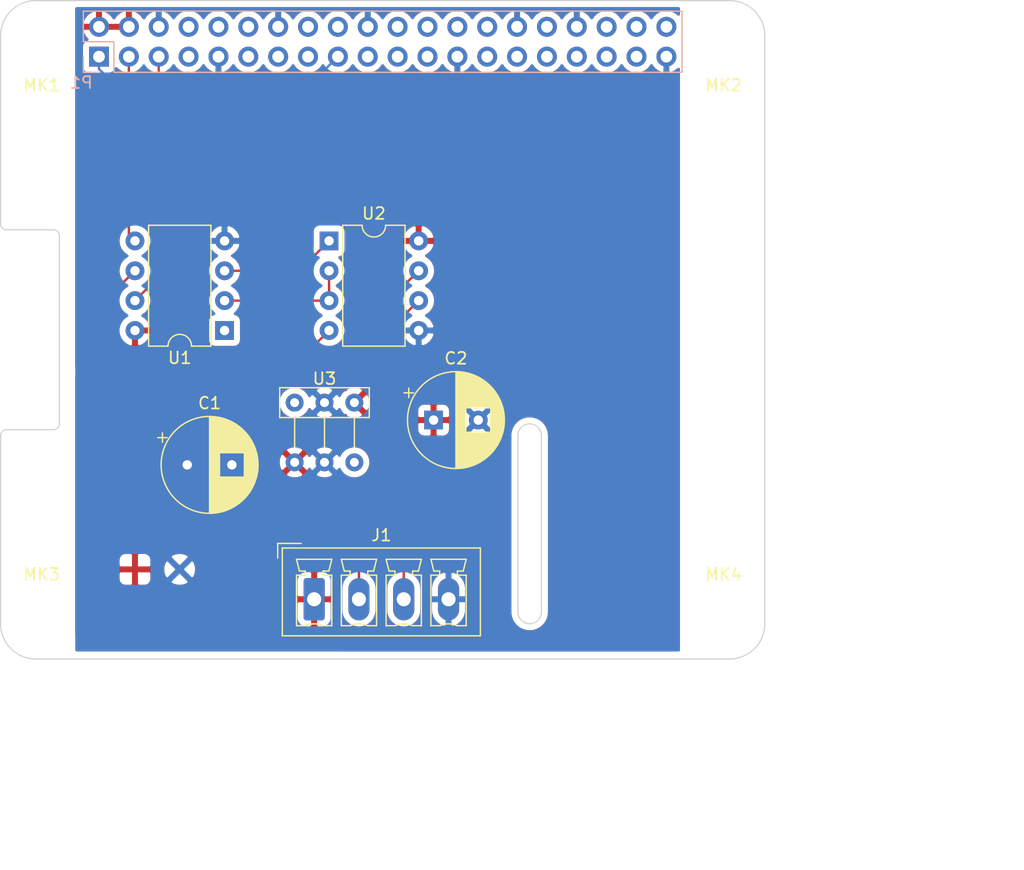
<source format=kicad_pcb>
(kicad_pcb (version 20171130) (host pcbnew 5.1.5)

  (general
    (thickness 1.6)
    (drawings 39)
    (tracks 23)
    (zones 0)
    (modules 11)
    (nets 41)
  )

  (page A3)
  (title_block
    (date "15 nov 2012")
  )

  (layers
    (0 F.Cu signal)
    (31 B.Cu signal)
    (32 B.Adhes user)
    (33 F.Adhes user)
    (34 B.Paste user)
    (35 F.Paste user)
    (36 B.SilkS user)
    (37 F.SilkS user)
    (38 B.Mask user)
    (39 F.Mask user)
    (40 Dwgs.User user)
    (41 Cmts.User user)
    (42 Eco1.User user)
    (43 Eco2.User user)
    (44 Edge.Cuts user)
  )

  (setup
    (last_trace_width 0.2)
    (trace_clearance 0.2)
    (zone_clearance 0.508)
    (zone_45_only no)
    (trace_min 0.1524)
    (via_size 0.9)
    (via_drill 0.6)
    (via_min_size 0.8)
    (via_min_drill 0.5)
    (uvia_size 0.5)
    (uvia_drill 0.1)
    (uvias_allowed no)
    (uvia_min_size 0.5)
    (uvia_min_drill 0.1)
    (edge_width 0.1)
    (segment_width 0.1)
    (pcb_text_width 0.3)
    (pcb_text_size 1 1)
    (mod_edge_width 0.15)
    (mod_text_size 1 1)
    (mod_text_width 0.15)
    (pad_size 2.5 2.5)
    (pad_drill 2.5)
    (pad_to_mask_clearance 0)
    (aux_axis_origin 200 150)
    (grid_origin 200 150)
    (visible_elements 7FFFFFFF)
    (pcbplotparams
      (layerselection 0x00030_80000001)
      (usegerberextensions true)
      (usegerberattributes false)
      (usegerberadvancedattributes false)
      (creategerberjobfile false)
      (excludeedgelayer true)
      (linewidth 0.150000)
      (plotframeref false)
      (viasonmask false)
      (mode 1)
      (useauxorigin false)
      (hpglpennumber 1)
      (hpglpenspeed 20)
      (hpglpendiameter 15.000000)
      (psnegative false)
      (psa4output false)
      (plotreference true)
      (plotvalue true)
      (plotinvisibletext false)
      (padsonsilk false)
      (subtractmaskfromsilk false)
      (outputformat 1)
      (mirror false)
      (drillshape 1)
      (scaleselection 1)
      (outputdirectory ""))
  )

  (net 0 "")
  (net 1 +3V3)
  (net 2 +5V)
  (net 3 GND)
  (net 4 /ID_SD)
  (net 5 /ID_SC)
  (net 6 /GPIO5)
  (net 7 /GPIO6)
  (net 8 /GPIO26)
  (net 9 "/GPIO2(SDA1)")
  (net 10 "/GPIO3(SCL1)")
  (net 11 "/GPIO4(GCLK)")
  (net 12 "/GPIO14(TXD0)")
  (net 13 "/GPIO15(RXD0)")
  (net 14 "/GPIO17(GEN0)")
  (net 15 "/GPIO27(GEN2)")
  (net 16 "/GPIO22(GEN3)")
  (net 17 "/GPIO23(GEN4)")
  (net 18 "/GPIO24(GEN5)")
  (net 19 "/GPIO25(GEN6)")
  (net 20 "/GPIO18(GEN1)(PWM0)")
  (net 21 "/GPIO10(SPI0_MOSI)")
  (net 22 "/GPIO9(SPI0_MISO)")
  (net 23 "/GPIO11(SPI0_SCK)")
  (net 24 "/GPIO8(SPI0_CE_N)")
  (net 25 "/GPIO7(SPI1_CE_N)")
  (net 26 "/GPIO12(PWM0)")
  (net 27 "/GPIO13(PWM1)")
  (net 28 "/GPIO19(SPI1_MISO)")
  (net 29 /GPIO16)
  (net 30 "/GPIO20(SPI1_MOSI)")
  (net 31 "/GPIO21(SPI1_SCK)")
  (net 32 "Net-(U1-Pad3)")
  (net 33 "Net-(U1-Pad6)")
  (net 34 "Net-(U1-Pad2)")
  (net 35 "Net-(U1-Pad1)")
  (net 36 +12V)
  (net 37 /A)
  (net 38 /B)
  (net 39 "Net-(U3-Pad7)")
  (net 40 "Net-(U3-Pad2)")

  (net_class Default "This is the default net class."
    (clearance 0.2)
    (trace_width 0.2)
    (via_dia 0.9)
    (via_drill 0.6)
    (uvia_dia 0.5)
    (uvia_drill 0.1)
    (add_net +12V)
    (add_net +3V3)
    (add_net +5V)
    (add_net /A)
    (add_net /B)
    (add_net "/GPIO10(SPI0_MOSI)")
    (add_net "/GPIO11(SPI0_SCK)")
    (add_net "/GPIO12(PWM0)")
    (add_net "/GPIO13(PWM1)")
    (add_net "/GPIO14(TXD0)")
    (add_net "/GPIO15(RXD0)")
    (add_net /GPIO16)
    (add_net "/GPIO17(GEN0)")
    (add_net "/GPIO18(GEN1)(PWM0)")
    (add_net "/GPIO19(SPI1_MISO)")
    (add_net "/GPIO2(SDA1)")
    (add_net "/GPIO20(SPI1_MOSI)")
    (add_net "/GPIO21(SPI1_SCK)")
    (add_net "/GPIO22(GEN3)")
    (add_net "/GPIO23(GEN4)")
    (add_net "/GPIO24(GEN5)")
    (add_net "/GPIO25(GEN6)")
    (add_net /GPIO26)
    (add_net "/GPIO27(GEN2)")
    (add_net "/GPIO3(SCL1)")
    (add_net "/GPIO4(GCLK)")
    (add_net /GPIO5)
    (add_net /GPIO6)
    (add_net "/GPIO7(SPI1_CE_N)")
    (add_net "/GPIO8(SPI0_CE_N)")
    (add_net "/GPIO9(SPI0_MISO)")
    (add_net /ID_SC)
    (add_net /ID_SD)
    (add_net GND)
    (add_net "Net-(U1-Pad1)")
    (add_net "Net-(U1-Pad2)")
    (add_net "Net-(U1-Pad3)")
    (add_net "Net-(U1-Pad6)")
    (add_net "Net-(U3-Pad2)")
    (add_net "Net-(U3-Pad7)")
  )

  (net_class Power ""
    (clearance 0.2)
    (trace_width 0.5)
    (via_dia 1)
    (via_drill 0.7)
    (uvia_dia 0.5)
    (uvia_drill 0.1)
  )

  (module Connector_Phoenix_MC:PhoenixContact_MCV_1,5_4-G-3.81_1x04_P3.81mm_Vertical (layer F.Cu) (tedit 5B784ED2) (tstamp 5E7AC732)
    (at 226.67 144.92)
    (descr "Generic Phoenix Contact connector footprint for: MCV_1,5/4-G-3.81; number of pins: 04; pin pitch: 3.81mm; Vertical || order number: 1803442 8A 160V")
    (tags "phoenix_contact connector MCV_01x04_G_3.81mm")
    (path /5E7BB453)
    (fp_text reference J1 (at 5.72 -5.45) (layer F.SilkS)
      (effects (font (size 1 1) (thickness 0.15)))
    )
    (fp_text value Sensor (at 5.72 4.2) (layer F.Fab)
      (effects (font (size 1 1) (thickness 0.15)))
    )
    (fp_text user %R (at 5.72 -3.55) (layer F.Fab)
      (effects (font (size 1 1) (thickness 0.15)))
    )
    (fp_line (start -3.1 -4.75) (end -1.1 -4.75) (layer F.Fab) (width 0.1))
    (fp_line (start -3.1 -3.5) (end -3.1 -4.75) (layer F.Fab) (width 0.1))
    (fp_line (start -3.1 -4.75) (end -1.1 -4.75) (layer F.SilkS) (width 0.12))
    (fp_line (start -3.1 -3.5) (end -3.1 -4.75) (layer F.SilkS) (width 0.12))
    (fp_line (start 14.53 -4.75) (end -3.1 -4.75) (layer F.CrtYd) (width 0.05))
    (fp_line (start 14.53 3.5) (end 14.53 -4.75) (layer F.CrtYd) (width 0.05))
    (fp_line (start -3.1 3.5) (end 14.53 3.5) (layer F.CrtYd) (width 0.05))
    (fp_line (start -3.1 -4.75) (end -3.1 3.5) (layer F.CrtYd) (width 0.05))
    (fp_line (start 12.93 2.25) (end 12.18 2.25) (layer F.SilkS) (width 0.12))
    (fp_line (start 12.93 -2.05) (end 12.93 2.25) (layer F.SilkS) (width 0.12))
    (fp_line (start 12.18 -2.05) (end 12.93 -2.05) (layer F.SilkS) (width 0.12))
    (fp_line (start 12.18 -2.4) (end 12.18 -2.05) (layer F.SilkS) (width 0.12))
    (fp_line (start 12.68 -2.4) (end 12.18 -2.4) (layer F.SilkS) (width 0.12))
    (fp_line (start 12.93 -3.4) (end 12.68 -2.4) (layer F.SilkS) (width 0.12))
    (fp_line (start 9.93 -3.4) (end 12.93 -3.4) (layer F.SilkS) (width 0.12))
    (fp_line (start 10.18 -2.4) (end 9.93 -3.4) (layer F.SilkS) (width 0.12))
    (fp_line (start 10.68 -2.4) (end 10.18 -2.4) (layer F.SilkS) (width 0.12))
    (fp_line (start 10.68 -2.05) (end 10.68 -2.4) (layer F.SilkS) (width 0.12))
    (fp_line (start 9.93 -2.05) (end 10.68 -2.05) (layer F.SilkS) (width 0.12))
    (fp_line (start 9.93 2.25) (end 9.93 -2.05) (layer F.SilkS) (width 0.12))
    (fp_line (start 10.68 2.25) (end 9.93 2.25) (layer F.SilkS) (width 0.12))
    (fp_line (start 9.12 2.25) (end 8.37 2.25) (layer F.SilkS) (width 0.12))
    (fp_line (start 9.12 -2.05) (end 9.12 2.25) (layer F.SilkS) (width 0.12))
    (fp_line (start 8.37 -2.05) (end 9.12 -2.05) (layer F.SilkS) (width 0.12))
    (fp_line (start 8.37 -2.4) (end 8.37 -2.05) (layer F.SilkS) (width 0.12))
    (fp_line (start 8.87 -2.4) (end 8.37 -2.4) (layer F.SilkS) (width 0.12))
    (fp_line (start 9.12 -3.4) (end 8.87 -2.4) (layer F.SilkS) (width 0.12))
    (fp_line (start 6.12 -3.4) (end 9.12 -3.4) (layer F.SilkS) (width 0.12))
    (fp_line (start 6.37 -2.4) (end 6.12 -3.4) (layer F.SilkS) (width 0.12))
    (fp_line (start 6.87 -2.4) (end 6.37 -2.4) (layer F.SilkS) (width 0.12))
    (fp_line (start 6.87 -2.05) (end 6.87 -2.4) (layer F.SilkS) (width 0.12))
    (fp_line (start 6.12 -2.05) (end 6.87 -2.05) (layer F.SilkS) (width 0.12))
    (fp_line (start 6.12 2.25) (end 6.12 -2.05) (layer F.SilkS) (width 0.12))
    (fp_line (start 6.87 2.25) (end 6.12 2.25) (layer F.SilkS) (width 0.12))
    (fp_line (start 5.31 2.25) (end 4.56 2.25) (layer F.SilkS) (width 0.12))
    (fp_line (start 5.31 -2.05) (end 5.31 2.25) (layer F.SilkS) (width 0.12))
    (fp_line (start 4.56 -2.05) (end 5.31 -2.05) (layer F.SilkS) (width 0.12))
    (fp_line (start 4.56 -2.4) (end 4.56 -2.05) (layer F.SilkS) (width 0.12))
    (fp_line (start 5.06 -2.4) (end 4.56 -2.4) (layer F.SilkS) (width 0.12))
    (fp_line (start 5.31 -3.4) (end 5.06 -2.4) (layer F.SilkS) (width 0.12))
    (fp_line (start 2.31 -3.4) (end 5.31 -3.4) (layer F.SilkS) (width 0.12))
    (fp_line (start 2.56 -2.4) (end 2.31 -3.4) (layer F.SilkS) (width 0.12))
    (fp_line (start 3.06 -2.4) (end 2.56 -2.4) (layer F.SilkS) (width 0.12))
    (fp_line (start 3.06 -2.05) (end 3.06 -2.4) (layer F.SilkS) (width 0.12))
    (fp_line (start 2.31 -2.05) (end 3.06 -2.05) (layer F.SilkS) (width 0.12))
    (fp_line (start 2.31 2.25) (end 2.31 -2.05) (layer F.SilkS) (width 0.12))
    (fp_line (start 3.06 2.25) (end 2.31 2.25) (layer F.SilkS) (width 0.12))
    (fp_line (start 1.5 2.25) (end 0.75 2.25) (layer F.SilkS) (width 0.12))
    (fp_line (start 1.5 -2.05) (end 1.5 2.25) (layer F.SilkS) (width 0.12))
    (fp_line (start 0.75 -2.05) (end 1.5 -2.05) (layer F.SilkS) (width 0.12))
    (fp_line (start 0.75 -2.4) (end 0.75 -2.05) (layer F.SilkS) (width 0.12))
    (fp_line (start 1.25 -2.4) (end 0.75 -2.4) (layer F.SilkS) (width 0.12))
    (fp_line (start 1.5 -3.4) (end 1.25 -2.4) (layer F.SilkS) (width 0.12))
    (fp_line (start -1.5 -3.4) (end 1.5 -3.4) (layer F.SilkS) (width 0.12))
    (fp_line (start -1.25 -2.4) (end -1.5 -3.4) (layer F.SilkS) (width 0.12))
    (fp_line (start -0.75 -2.4) (end -1.25 -2.4) (layer F.SilkS) (width 0.12))
    (fp_line (start -0.75 -2.05) (end -0.75 -2.4) (layer F.SilkS) (width 0.12))
    (fp_line (start -1.5 -2.05) (end -0.75 -2.05) (layer F.SilkS) (width 0.12))
    (fp_line (start -1.5 2.25) (end -1.5 -2.05) (layer F.SilkS) (width 0.12))
    (fp_line (start -0.75 2.25) (end -1.5 2.25) (layer F.SilkS) (width 0.12))
    (fp_line (start 14.03 -4.25) (end -2.6 -4.25) (layer F.Fab) (width 0.1))
    (fp_line (start 14.03 3) (end 14.03 -4.25) (layer F.Fab) (width 0.1))
    (fp_line (start -2.6 3) (end 14.03 3) (layer F.Fab) (width 0.1))
    (fp_line (start -2.6 -4.25) (end -2.6 3) (layer F.Fab) (width 0.1))
    (fp_line (start 14.14 -4.36) (end -2.71 -4.36) (layer F.SilkS) (width 0.12))
    (fp_line (start 14.14 3.11) (end 14.14 -4.36) (layer F.SilkS) (width 0.12))
    (fp_line (start -2.71 3.11) (end 14.14 3.11) (layer F.SilkS) (width 0.12))
    (fp_line (start -2.71 -4.36) (end -2.71 3.11) (layer F.SilkS) (width 0.12))
    (fp_arc (start 11.43 3.95) (end 10.68 2.25) (angle 47.6) (layer F.SilkS) (width 0.12))
    (fp_arc (start 7.62 3.95) (end 6.87 2.25) (angle 47.6) (layer F.SilkS) (width 0.12))
    (fp_arc (start 3.81 3.95) (end 3.06 2.25) (angle 47.6) (layer F.SilkS) (width 0.12))
    (fp_arc (start 0 3.95) (end -0.75 2.25) (angle 47.6) (layer F.SilkS) (width 0.12))
    (pad 4 thru_hole oval (at 11.43 0) (size 1.8 3.6) (drill 1.2) (layers *.Cu *.Mask)
      (net 3 GND))
    (pad 3 thru_hole oval (at 7.62 0) (size 1.8 3.6) (drill 1.2) (layers *.Cu *.Mask)
      (net 37 /A))
    (pad 2 thru_hole oval (at 3.81 0) (size 1.8 3.6) (drill 1.2) (layers *.Cu *.Mask)
      (net 38 /B))
    (pad 1 thru_hole roundrect (at 0 0) (size 1.8 3.6) (drill 1.2) (layers *.Cu *.Mask) (roundrect_rratio 0.138889)
      (net 36 +12V))
    (model ${KISYS3DMOD}/Connector_Phoenix_MC.3dshapes/PhoenixContact_MCV_1,5_4-G-3.81_1x04_P3.81mm_Vertical.wrl
      (at (xyz 0 0 0))
      (scale (xyz 1 1 1))
      (rotate (xyz 0 0 0))
    )
  )

  (module SankenElectric:MPM82 (layer F.Cu) (tedit 5E7ABBCA) (tstamp 5E7AC861)
    (at 227.550302 125.654999)
    (path /5E7D4852)
    (fp_text reference U3 (at 0 0.5) (layer F.SilkS)
      (effects (font (size 1 1) (thickness 0.15)))
    )
    (fp_text value MPM82 (at 0 -0.5) (layer F.Fab)
      (effects (font (size 1 1) (thickness 0.15)))
    )
    (fp_line (start 2.54 3.81) (end 2.54 6.35) (layer F.SilkS) (width 0.12))
    (fp_line (start 0 3.81) (end 0 6.35) (layer F.SilkS) (width 0.12))
    (fp_line (start -2.54 3.81) (end -2.54 6.35) (layer F.SilkS) (width 0.12))
    (fp_line (start -3.81 3.81) (end -3.81 1.27) (layer F.SilkS) (width 0.12))
    (fp_line (start 3.81 3.81) (end -3.81 3.81) (layer F.SilkS) (width 0.12))
    (fp_line (start 3.81 1.27) (end 3.81 3.81) (layer F.SilkS) (width 0.12))
    (fp_line (start -3.81 1.27) (end 3.81 1.27) (layer F.SilkS) (width 0.12))
    (pad 7 thru_hole circle (at 2.54 7.62) (size 1.524 1.524) (drill 0.762) (layers *.Cu *.Mask)
      (net 39 "Net-(U3-Pad7)"))
    (pad 6 thru_hole circle (at 2.54 2.54) (size 1.524 1.524) (drill 0.762) (layers *.Cu *.Mask)
      (net 2 +5V))
    (pad 5 thru_hole circle (at 0 7.62) (size 1.524 1.524) (drill 0.762) (layers *.Cu *.Mask)
      (net 3 GND))
    (pad 4 thru_hole circle (at 0 2.54) (size 1.524 1.524) (drill 0.762) (layers *.Cu *.Mask)
      (net 3 GND))
    (pad 3 thru_hole circle (at -2.54 7.62) (size 1.524 1.524) (drill 0.762) (layers *.Cu *.Mask)
      (net 36 +12V))
    (pad 2 thru_hole circle (at -2.54 2.54) (size 1.524 1.524) (drill 0.762) (layers *.Cu *.Mask)
      (net 40 "Net-(U3-Pad2)"))
  )

  (module Capacitor_THT:CP_Radial_D8.0mm_P3.80mm (layer F.Cu) (tedit 5AE50EF0) (tstamp 5E7AC704)
    (at 236.83 129.68)
    (descr "CP, Radial series, Radial, pin pitch=3.80mm, , diameter=8mm, Electrolytic Capacitor")
    (tags "CP Radial series Radial pin pitch 3.80mm  diameter 8mm Electrolytic Capacitor")
    (path /5E7E3A39)
    (fp_text reference C2 (at 1.9 -5.25) (layer F.SilkS)
      (effects (font (size 1 1) (thickness 0.15)))
    )
    (fp_text value CP (at 1.9 5.25) (layer F.Fab)
      (effects (font (size 1 1) (thickness 0.15)))
    )
    (fp_text user %R (at 1.9 0) (layer F.Fab)
      (effects (font (size 1 1) (thickness 0.15)))
    )
    (fp_line (start -2.109698 -2.715) (end -2.109698 -1.915) (layer F.SilkS) (width 0.12))
    (fp_line (start -2.509698 -2.315) (end -1.709698 -2.315) (layer F.SilkS) (width 0.12))
    (fp_line (start 5.981 -0.533) (end 5.981 0.533) (layer F.SilkS) (width 0.12))
    (fp_line (start 5.941 -0.768) (end 5.941 0.768) (layer F.SilkS) (width 0.12))
    (fp_line (start 5.901 -0.948) (end 5.901 0.948) (layer F.SilkS) (width 0.12))
    (fp_line (start 5.861 -1.098) (end 5.861 1.098) (layer F.SilkS) (width 0.12))
    (fp_line (start 5.821 -1.229) (end 5.821 1.229) (layer F.SilkS) (width 0.12))
    (fp_line (start 5.781 -1.346) (end 5.781 1.346) (layer F.SilkS) (width 0.12))
    (fp_line (start 5.741 -1.453) (end 5.741 1.453) (layer F.SilkS) (width 0.12))
    (fp_line (start 5.701 -1.552) (end 5.701 1.552) (layer F.SilkS) (width 0.12))
    (fp_line (start 5.661 -1.645) (end 5.661 1.645) (layer F.SilkS) (width 0.12))
    (fp_line (start 5.621 -1.731) (end 5.621 1.731) (layer F.SilkS) (width 0.12))
    (fp_line (start 5.581 -1.813) (end 5.581 1.813) (layer F.SilkS) (width 0.12))
    (fp_line (start 5.541 -1.89) (end 5.541 1.89) (layer F.SilkS) (width 0.12))
    (fp_line (start 5.501 -1.964) (end 5.501 1.964) (layer F.SilkS) (width 0.12))
    (fp_line (start 5.461 -2.034) (end 5.461 2.034) (layer F.SilkS) (width 0.12))
    (fp_line (start 5.421 -2.102) (end 5.421 2.102) (layer F.SilkS) (width 0.12))
    (fp_line (start 5.381 -2.166) (end 5.381 2.166) (layer F.SilkS) (width 0.12))
    (fp_line (start 5.341 -2.228) (end 5.341 2.228) (layer F.SilkS) (width 0.12))
    (fp_line (start 5.301 -2.287) (end 5.301 2.287) (layer F.SilkS) (width 0.12))
    (fp_line (start 5.261 -2.345) (end 5.261 2.345) (layer F.SilkS) (width 0.12))
    (fp_line (start 5.221 -2.4) (end 5.221 2.4) (layer F.SilkS) (width 0.12))
    (fp_line (start 5.181 -2.454) (end 5.181 2.454) (layer F.SilkS) (width 0.12))
    (fp_line (start 5.141 -2.505) (end 5.141 2.505) (layer F.SilkS) (width 0.12))
    (fp_line (start 5.101 -2.556) (end 5.101 2.556) (layer F.SilkS) (width 0.12))
    (fp_line (start 5.061 -2.604) (end 5.061 2.604) (layer F.SilkS) (width 0.12))
    (fp_line (start 5.021 -2.651) (end 5.021 2.651) (layer F.SilkS) (width 0.12))
    (fp_line (start 4.981 -2.697) (end 4.981 2.697) (layer F.SilkS) (width 0.12))
    (fp_line (start 4.941 -2.741) (end 4.941 2.741) (layer F.SilkS) (width 0.12))
    (fp_line (start 4.901 -2.784) (end 4.901 2.784) (layer F.SilkS) (width 0.12))
    (fp_line (start 4.861 -2.826) (end 4.861 2.826) (layer F.SilkS) (width 0.12))
    (fp_line (start 4.821 1.04) (end 4.821 2.867) (layer F.SilkS) (width 0.12))
    (fp_line (start 4.821 -2.867) (end 4.821 -1.04) (layer F.SilkS) (width 0.12))
    (fp_line (start 4.781 1.04) (end 4.781 2.907) (layer F.SilkS) (width 0.12))
    (fp_line (start 4.781 -2.907) (end 4.781 -1.04) (layer F.SilkS) (width 0.12))
    (fp_line (start 4.741 1.04) (end 4.741 2.945) (layer F.SilkS) (width 0.12))
    (fp_line (start 4.741 -2.945) (end 4.741 -1.04) (layer F.SilkS) (width 0.12))
    (fp_line (start 4.701 1.04) (end 4.701 2.983) (layer F.SilkS) (width 0.12))
    (fp_line (start 4.701 -2.983) (end 4.701 -1.04) (layer F.SilkS) (width 0.12))
    (fp_line (start 4.661 1.04) (end 4.661 3.019) (layer F.SilkS) (width 0.12))
    (fp_line (start 4.661 -3.019) (end 4.661 -1.04) (layer F.SilkS) (width 0.12))
    (fp_line (start 4.621 1.04) (end 4.621 3.055) (layer F.SilkS) (width 0.12))
    (fp_line (start 4.621 -3.055) (end 4.621 -1.04) (layer F.SilkS) (width 0.12))
    (fp_line (start 4.581 1.04) (end 4.581 3.09) (layer F.SilkS) (width 0.12))
    (fp_line (start 4.581 -3.09) (end 4.581 -1.04) (layer F.SilkS) (width 0.12))
    (fp_line (start 4.541 1.04) (end 4.541 3.124) (layer F.SilkS) (width 0.12))
    (fp_line (start 4.541 -3.124) (end 4.541 -1.04) (layer F.SilkS) (width 0.12))
    (fp_line (start 4.501 1.04) (end 4.501 3.156) (layer F.SilkS) (width 0.12))
    (fp_line (start 4.501 -3.156) (end 4.501 -1.04) (layer F.SilkS) (width 0.12))
    (fp_line (start 4.461 1.04) (end 4.461 3.189) (layer F.SilkS) (width 0.12))
    (fp_line (start 4.461 -3.189) (end 4.461 -1.04) (layer F.SilkS) (width 0.12))
    (fp_line (start 4.421 1.04) (end 4.421 3.22) (layer F.SilkS) (width 0.12))
    (fp_line (start 4.421 -3.22) (end 4.421 -1.04) (layer F.SilkS) (width 0.12))
    (fp_line (start 4.381 1.04) (end 4.381 3.25) (layer F.SilkS) (width 0.12))
    (fp_line (start 4.381 -3.25) (end 4.381 -1.04) (layer F.SilkS) (width 0.12))
    (fp_line (start 4.341 1.04) (end 4.341 3.28) (layer F.SilkS) (width 0.12))
    (fp_line (start 4.341 -3.28) (end 4.341 -1.04) (layer F.SilkS) (width 0.12))
    (fp_line (start 4.301 1.04) (end 4.301 3.309) (layer F.SilkS) (width 0.12))
    (fp_line (start 4.301 -3.309) (end 4.301 -1.04) (layer F.SilkS) (width 0.12))
    (fp_line (start 4.261 1.04) (end 4.261 3.338) (layer F.SilkS) (width 0.12))
    (fp_line (start 4.261 -3.338) (end 4.261 -1.04) (layer F.SilkS) (width 0.12))
    (fp_line (start 4.221 1.04) (end 4.221 3.365) (layer F.SilkS) (width 0.12))
    (fp_line (start 4.221 -3.365) (end 4.221 -1.04) (layer F.SilkS) (width 0.12))
    (fp_line (start 4.181 1.04) (end 4.181 3.392) (layer F.SilkS) (width 0.12))
    (fp_line (start 4.181 -3.392) (end 4.181 -1.04) (layer F.SilkS) (width 0.12))
    (fp_line (start 4.141 1.04) (end 4.141 3.418) (layer F.SilkS) (width 0.12))
    (fp_line (start 4.141 -3.418) (end 4.141 -1.04) (layer F.SilkS) (width 0.12))
    (fp_line (start 4.101 1.04) (end 4.101 3.444) (layer F.SilkS) (width 0.12))
    (fp_line (start 4.101 -3.444) (end 4.101 -1.04) (layer F.SilkS) (width 0.12))
    (fp_line (start 4.061 1.04) (end 4.061 3.469) (layer F.SilkS) (width 0.12))
    (fp_line (start 4.061 -3.469) (end 4.061 -1.04) (layer F.SilkS) (width 0.12))
    (fp_line (start 4.021 1.04) (end 4.021 3.493) (layer F.SilkS) (width 0.12))
    (fp_line (start 4.021 -3.493) (end 4.021 -1.04) (layer F.SilkS) (width 0.12))
    (fp_line (start 3.981 1.04) (end 3.981 3.517) (layer F.SilkS) (width 0.12))
    (fp_line (start 3.981 -3.517) (end 3.981 -1.04) (layer F.SilkS) (width 0.12))
    (fp_line (start 3.941 1.04) (end 3.941 3.54) (layer F.SilkS) (width 0.12))
    (fp_line (start 3.941 -3.54) (end 3.941 -1.04) (layer F.SilkS) (width 0.12))
    (fp_line (start 3.901 1.04) (end 3.901 3.562) (layer F.SilkS) (width 0.12))
    (fp_line (start 3.901 -3.562) (end 3.901 -1.04) (layer F.SilkS) (width 0.12))
    (fp_line (start 3.861 1.04) (end 3.861 3.584) (layer F.SilkS) (width 0.12))
    (fp_line (start 3.861 -3.584) (end 3.861 -1.04) (layer F.SilkS) (width 0.12))
    (fp_line (start 3.821 1.04) (end 3.821 3.606) (layer F.SilkS) (width 0.12))
    (fp_line (start 3.821 -3.606) (end 3.821 -1.04) (layer F.SilkS) (width 0.12))
    (fp_line (start 3.781 1.04) (end 3.781 3.627) (layer F.SilkS) (width 0.12))
    (fp_line (start 3.781 -3.627) (end 3.781 -1.04) (layer F.SilkS) (width 0.12))
    (fp_line (start 3.741 1.04) (end 3.741 3.647) (layer F.SilkS) (width 0.12))
    (fp_line (start 3.741 -3.647) (end 3.741 -1.04) (layer F.SilkS) (width 0.12))
    (fp_line (start 3.701 1.04) (end 3.701 3.666) (layer F.SilkS) (width 0.12))
    (fp_line (start 3.701 -3.666) (end 3.701 -1.04) (layer F.SilkS) (width 0.12))
    (fp_line (start 3.661 1.04) (end 3.661 3.686) (layer F.SilkS) (width 0.12))
    (fp_line (start 3.661 -3.686) (end 3.661 -1.04) (layer F.SilkS) (width 0.12))
    (fp_line (start 3.621 1.04) (end 3.621 3.704) (layer F.SilkS) (width 0.12))
    (fp_line (start 3.621 -3.704) (end 3.621 -1.04) (layer F.SilkS) (width 0.12))
    (fp_line (start 3.581 1.04) (end 3.581 3.722) (layer F.SilkS) (width 0.12))
    (fp_line (start 3.581 -3.722) (end 3.581 -1.04) (layer F.SilkS) (width 0.12))
    (fp_line (start 3.541 1.04) (end 3.541 3.74) (layer F.SilkS) (width 0.12))
    (fp_line (start 3.541 -3.74) (end 3.541 -1.04) (layer F.SilkS) (width 0.12))
    (fp_line (start 3.501 1.04) (end 3.501 3.757) (layer F.SilkS) (width 0.12))
    (fp_line (start 3.501 -3.757) (end 3.501 -1.04) (layer F.SilkS) (width 0.12))
    (fp_line (start 3.461 1.04) (end 3.461 3.774) (layer F.SilkS) (width 0.12))
    (fp_line (start 3.461 -3.774) (end 3.461 -1.04) (layer F.SilkS) (width 0.12))
    (fp_line (start 3.421 1.04) (end 3.421 3.79) (layer F.SilkS) (width 0.12))
    (fp_line (start 3.421 -3.79) (end 3.421 -1.04) (layer F.SilkS) (width 0.12))
    (fp_line (start 3.381 1.04) (end 3.381 3.805) (layer F.SilkS) (width 0.12))
    (fp_line (start 3.381 -3.805) (end 3.381 -1.04) (layer F.SilkS) (width 0.12))
    (fp_line (start 3.341 1.04) (end 3.341 3.821) (layer F.SilkS) (width 0.12))
    (fp_line (start 3.341 -3.821) (end 3.341 -1.04) (layer F.SilkS) (width 0.12))
    (fp_line (start 3.301 1.04) (end 3.301 3.835) (layer F.SilkS) (width 0.12))
    (fp_line (start 3.301 -3.835) (end 3.301 -1.04) (layer F.SilkS) (width 0.12))
    (fp_line (start 3.261 1.04) (end 3.261 3.85) (layer F.SilkS) (width 0.12))
    (fp_line (start 3.261 -3.85) (end 3.261 -1.04) (layer F.SilkS) (width 0.12))
    (fp_line (start 3.221 1.04) (end 3.221 3.863) (layer F.SilkS) (width 0.12))
    (fp_line (start 3.221 -3.863) (end 3.221 -1.04) (layer F.SilkS) (width 0.12))
    (fp_line (start 3.181 1.04) (end 3.181 3.877) (layer F.SilkS) (width 0.12))
    (fp_line (start 3.181 -3.877) (end 3.181 -1.04) (layer F.SilkS) (width 0.12))
    (fp_line (start 3.141 1.04) (end 3.141 3.889) (layer F.SilkS) (width 0.12))
    (fp_line (start 3.141 -3.889) (end 3.141 -1.04) (layer F.SilkS) (width 0.12))
    (fp_line (start 3.101 1.04) (end 3.101 3.902) (layer F.SilkS) (width 0.12))
    (fp_line (start 3.101 -3.902) (end 3.101 -1.04) (layer F.SilkS) (width 0.12))
    (fp_line (start 3.061 1.04) (end 3.061 3.914) (layer F.SilkS) (width 0.12))
    (fp_line (start 3.061 -3.914) (end 3.061 -1.04) (layer F.SilkS) (width 0.12))
    (fp_line (start 3.021 1.04) (end 3.021 3.925) (layer F.SilkS) (width 0.12))
    (fp_line (start 3.021 -3.925) (end 3.021 -1.04) (layer F.SilkS) (width 0.12))
    (fp_line (start 2.981 1.04) (end 2.981 3.936) (layer F.SilkS) (width 0.12))
    (fp_line (start 2.981 -3.936) (end 2.981 -1.04) (layer F.SilkS) (width 0.12))
    (fp_line (start 2.941 1.04) (end 2.941 3.947) (layer F.SilkS) (width 0.12))
    (fp_line (start 2.941 -3.947) (end 2.941 -1.04) (layer F.SilkS) (width 0.12))
    (fp_line (start 2.901 1.04) (end 2.901 3.957) (layer F.SilkS) (width 0.12))
    (fp_line (start 2.901 -3.957) (end 2.901 -1.04) (layer F.SilkS) (width 0.12))
    (fp_line (start 2.861 1.04) (end 2.861 3.967) (layer F.SilkS) (width 0.12))
    (fp_line (start 2.861 -3.967) (end 2.861 -1.04) (layer F.SilkS) (width 0.12))
    (fp_line (start 2.821 1.04) (end 2.821 3.976) (layer F.SilkS) (width 0.12))
    (fp_line (start 2.821 -3.976) (end 2.821 -1.04) (layer F.SilkS) (width 0.12))
    (fp_line (start 2.781 1.04) (end 2.781 3.985) (layer F.SilkS) (width 0.12))
    (fp_line (start 2.781 -3.985) (end 2.781 -1.04) (layer F.SilkS) (width 0.12))
    (fp_line (start 2.741 -3.994) (end 2.741 3.994) (layer F.SilkS) (width 0.12))
    (fp_line (start 2.701 -4.002) (end 2.701 4.002) (layer F.SilkS) (width 0.12))
    (fp_line (start 2.661 -4.01) (end 2.661 4.01) (layer F.SilkS) (width 0.12))
    (fp_line (start 2.621 -4.017) (end 2.621 4.017) (layer F.SilkS) (width 0.12))
    (fp_line (start 2.58 -4.024) (end 2.58 4.024) (layer F.SilkS) (width 0.12))
    (fp_line (start 2.54 -4.03) (end 2.54 4.03) (layer F.SilkS) (width 0.12))
    (fp_line (start 2.5 -4.037) (end 2.5 4.037) (layer F.SilkS) (width 0.12))
    (fp_line (start 2.46 -4.042) (end 2.46 4.042) (layer F.SilkS) (width 0.12))
    (fp_line (start 2.42 -4.048) (end 2.42 4.048) (layer F.SilkS) (width 0.12))
    (fp_line (start 2.38 -4.052) (end 2.38 4.052) (layer F.SilkS) (width 0.12))
    (fp_line (start 2.34 -4.057) (end 2.34 4.057) (layer F.SilkS) (width 0.12))
    (fp_line (start 2.3 -4.061) (end 2.3 4.061) (layer F.SilkS) (width 0.12))
    (fp_line (start 2.26 -4.065) (end 2.26 4.065) (layer F.SilkS) (width 0.12))
    (fp_line (start 2.22 -4.068) (end 2.22 4.068) (layer F.SilkS) (width 0.12))
    (fp_line (start 2.18 -4.071) (end 2.18 4.071) (layer F.SilkS) (width 0.12))
    (fp_line (start 2.14 -4.074) (end 2.14 4.074) (layer F.SilkS) (width 0.12))
    (fp_line (start 2.1 -4.076) (end 2.1 4.076) (layer F.SilkS) (width 0.12))
    (fp_line (start 2.06 -4.077) (end 2.06 4.077) (layer F.SilkS) (width 0.12))
    (fp_line (start 2.02 -4.079) (end 2.02 4.079) (layer F.SilkS) (width 0.12))
    (fp_line (start 1.98 -4.08) (end 1.98 4.08) (layer F.SilkS) (width 0.12))
    (fp_line (start 1.94 -4.08) (end 1.94 4.08) (layer F.SilkS) (width 0.12))
    (fp_line (start 1.9 -4.08) (end 1.9 4.08) (layer F.SilkS) (width 0.12))
    (fp_line (start -1.126759 -2.1475) (end -1.126759 -1.3475) (layer F.Fab) (width 0.1))
    (fp_line (start -1.526759 -1.7475) (end -0.726759 -1.7475) (layer F.Fab) (width 0.1))
    (fp_circle (center 1.9 0) (end 6.15 0) (layer F.CrtYd) (width 0.05))
    (fp_circle (center 1.9 0) (end 6.02 0) (layer F.SilkS) (width 0.12))
    (fp_circle (center 1.9 0) (end 5.9 0) (layer F.Fab) (width 0.1))
    (pad 2 thru_hole circle (at 3.8 0) (size 1.6 1.6) (drill 0.8) (layers *.Cu *.Mask)
      (net 3 GND))
    (pad 1 thru_hole rect (at 0 0) (size 1.6 1.6) (drill 0.8) (layers *.Cu *.Mask)
      (net 2 +5V))
    (model ${KISYS3DMOD}/Capacitor_THT.3dshapes/CP_Radial_D8.0mm_P3.80mm.wrl
      (at (xyz 0 0 0))
      (scale (xyz 1 1 1))
      (rotate (xyz 0 0 0))
    )
  )

  (module Capacitor_THT:CP_Radial_D8.0mm_P3.80mm (layer F.Cu) (tedit 5AE50EF0) (tstamp 5E7AC65B)
    (at 215.875 133.49)
    (descr "CP, Radial series, Radial, pin pitch=3.80mm, , diameter=8mm, Electrolytic Capacitor")
    (tags "CP Radial series Radial pin pitch 3.80mm  diameter 8mm Electrolytic Capacitor")
    (path /5E7E30FC)
    (fp_text reference C1 (at 1.9 -5.25) (layer F.SilkS)
      (effects (font (size 1 1) (thickness 0.15)))
    )
    (fp_text value CP (at 1.9 5.25) (layer F.Fab)
      (effects (font (size 1 1) (thickness 0.15)))
    )
    (fp_text user %R (at 1.9 0) (layer F.Fab)
      (effects (font (size 1 1) (thickness 0.15)))
    )
    (fp_line (start -2.109698 -2.715) (end -2.109698 -1.915) (layer F.SilkS) (width 0.12))
    (fp_line (start -2.509698 -2.315) (end -1.709698 -2.315) (layer F.SilkS) (width 0.12))
    (fp_line (start 5.981 -0.533) (end 5.981 0.533) (layer F.SilkS) (width 0.12))
    (fp_line (start 5.941 -0.768) (end 5.941 0.768) (layer F.SilkS) (width 0.12))
    (fp_line (start 5.901 -0.948) (end 5.901 0.948) (layer F.SilkS) (width 0.12))
    (fp_line (start 5.861 -1.098) (end 5.861 1.098) (layer F.SilkS) (width 0.12))
    (fp_line (start 5.821 -1.229) (end 5.821 1.229) (layer F.SilkS) (width 0.12))
    (fp_line (start 5.781 -1.346) (end 5.781 1.346) (layer F.SilkS) (width 0.12))
    (fp_line (start 5.741 -1.453) (end 5.741 1.453) (layer F.SilkS) (width 0.12))
    (fp_line (start 5.701 -1.552) (end 5.701 1.552) (layer F.SilkS) (width 0.12))
    (fp_line (start 5.661 -1.645) (end 5.661 1.645) (layer F.SilkS) (width 0.12))
    (fp_line (start 5.621 -1.731) (end 5.621 1.731) (layer F.SilkS) (width 0.12))
    (fp_line (start 5.581 -1.813) (end 5.581 1.813) (layer F.SilkS) (width 0.12))
    (fp_line (start 5.541 -1.89) (end 5.541 1.89) (layer F.SilkS) (width 0.12))
    (fp_line (start 5.501 -1.964) (end 5.501 1.964) (layer F.SilkS) (width 0.12))
    (fp_line (start 5.461 -2.034) (end 5.461 2.034) (layer F.SilkS) (width 0.12))
    (fp_line (start 5.421 -2.102) (end 5.421 2.102) (layer F.SilkS) (width 0.12))
    (fp_line (start 5.381 -2.166) (end 5.381 2.166) (layer F.SilkS) (width 0.12))
    (fp_line (start 5.341 -2.228) (end 5.341 2.228) (layer F.SilkS) (width 0.12))
    (fp_line (start 5.301 -2.287) (end 5.301 2.287) (layer F.SilkS) (width 0.12))
    (fp_line (start 5.261 -2.345) (end 5.261 2.345) (layer F.SilkS) (width 0.12))
    (fp_line (start 5.221 -2.4) (end 5.221 2.4) (layer F.SilkS) (width 0.12))
    (fp_line (start 5.181 -2.454) (end 5.181 2.454) (layer F.SilkS) (width 0.12))
    (fp_line (start 5.141 -2.505) (end 5.141 2.505) (layer F.SilkS) (width 0.12))
    (fp_line (start 5.101 -2.556) (end 5.101 2.556) (layer F.SilkS) (width 0.12))
    (fp_line (start 5.061 -2.604) (end 5.061 2.604) (layer F.SilkS) (width 0.12))
    (fp_line (start 5.021 -2.651) (end 5.021 2.651) (layer F.SilkS) (width 0.12))
    (fp_line (start 4.981 -2.697) (end 4.981 2.697) (layer F.SilkS) (width 0.12))
    (fp_line (start 4.941 -2.741) (end 4.941 2.741) (layer F.SilkS) (width 0.12))
    (fp_line (start 4.901 -2.784) (end 4.901 2.784) (layer F.SilkS) (width 0.12))
    (fp_line (start 4.861 -2.826) (end 4.861 2.826) (layer F.SilkS) (width 0.12))
    (fp_line (start 4.821 1.04) (end 4.821 2.867) (layer F.SilkS) (width 0.12))
    (fp_line (start 4.821 -2.867) (end 4.821 -1.04) (layer F.SilkS) (width 0.12))
    (fp_line (start 4.781 1.04) (end 4.781 2.907) (layer F.SilkS) (width 0.12))
    (fp_line (start 4.781 -2.907) (end 4.781 -1.04) (layer F.SilkS) (width 0.12))
    (fp_line (start 4.741 1.04) (end 4.741 2.945) (layer F.SilkS) (width 0.12))
    (fp_line (start 4.741 -2.945) (end 4.741 -1.04) (layer F.SilkS) (width 0.12))
    (fp_line (start 4.701 1.04) (end 4.701 2.983) (layer F.SilkS) (width 0.12))
    (fp_line (start 4.701 -2.983) (end 4.701 -1.04) (layer F.SilkS) (width 0.12))
    (fp_line (start 4.661 1.04) (end 4.661 3.019) (layer F.SilkS) (width 0.12))
    (fp_line (start 4.661 -3.019) (end 4.661 -1.04) (layer F.SilkS) (width 0.12))
    (fp_line (start 4.621 1.04) (end 4.621 3.055) (layer F.SilkS) (width 0.12))
    (fp_line (start 4.621 -3.055) (end 4.621 -1.04) (layer F.SilkS) (width 0.12))
    (fp_line (start 4.581 1.04) (end 4.581 3.09) (layer F.SilkS) (width 0.12))
    (fp_line (start 4.581 -3.09) (end 4.581 -1.04) (layer F.SilkS) (width 0.12))
    (fp_line (start 4.541 1.04) (end 4.541 3.124) (layer F.SilkS) (width 0.12))
    (fp_line (start 4.541 -3.124) (end 4.541 -1.04) (layer F.SilkS) (width 0.12))
    (fp_line (start 4.501 1.04) (end 4.501 3.156) (layer F.SilkS) (width 0.12))
    (fp_line (start 4.501 -3.156) (end 4.501 -1.04) (layer F.SilkS) (width 0.12))
    (fp_line (start 4.461 1.04) (end 4.461 3.189) (layer F.SilkS) (width 0.12))
    (fp_line (start 4.461 -3.189) (end 4.461 -1.04) (layer F.SilkS) (width 0.12))
    (fp_line (start 4.421 1.04) (end 4.421 3.22) (layer F.SilkS) (width 0.12))
    (fp_line (start 4.421 -3.22) (end 4.421 -1.04) (layer F.SilkS) (width 0.12))
    (fp_line (start 4.381 1.04) (end 4.381 3.25) (layer F.SilkS) (width 0.12))
    (fp_line (start 4.381 -3.25) (end 4.381 -1.04) (layer F.SilkS) (width 0.12))
    (fp_line (start 4.341 1.04) (end 4.341 3.28) (layer F.SilkS) (width 0.12))
    (fp_line (start 4.341 -3.28) (end 4.341 -1.04) (layer F.SilkS) (width 0.12))
    (fp_line (start 4.301 1.04) (end 4.301 3.309) (layer F.SilkS) (width 0.12))
    (fp_line (start 4.301 -3.309) (end 4.301 -1.04) (layer F.SilkS) (width 0.12))
    (fp_line (start 4.261 1.04) (end 4.261 3.338) (layer F.SilkS) (width 0.12))
    (fp_line (start 4.261 -3.338) (end 4.261 -1.04) (layer F.SilkS) (width 0.12))
    (fp_line (start 4.221 1.04) (end 4.221 3.365) (layer F.SilkS) (width 0.12))
    (fp_line (start 4.221 -3.365) (end 4.221 -1.04) (layer F.SilkS) (width 0.12))
    (fp_line (start 4.181 1.04) (end 4.181 3.392) (layer F.SilkS) (width 0.12))
    (fp_line (start 4.181 -3.392) (end 4.181 -1.04) (layer F.SilkS) (width 0.12))
    (fp_line (start 4.141 1.04) (end 4.141 3.418) (layer F.SilkS) (width 0.12))
    (fp_line (start 4.141 -3.418) (end 4.141 -1.04) (layer F.SilkS) (width 0.12))
    (fp_line (start 4.101 1.04) (end 4.101 3.444) (layer F.SilkS) (width 0.12))
    (fp_line (start 4.101 -3.444) (end 4.101 -1.04) (layer F.SilkS) (width 0.12))
    (fp_line (start 4.061 1.04) (end 4.061 3.469) (layer F.SilkS) (width 0.12))
    (fp_line (start 4.061 -3.469) (end 4.061 -1.04) (layer F.SilkS) (width 0.12))
    (fp_line (start 4.021 1.04) (end 4.021 3.493) (layer F.SilkS) (width 0.12))
    (fp_line (start 4.021 -3.493) (end 4.021 -1.04) (layer F.SilkS) (width 0.12))
    (fp_line (start 3.981 1.04) (end 3.981 3.517) (layer F.SilkS) (width 0.12))
    (fp_line (start 3.981 -3.517) (end 3.981 -1.04) (layer F.SilkS) (width 0.12))
    (fp_line (start 3.941 1.04) (end 3.941 3.54) (layer F.SilkS) (width 0.12))
    (fp_line (start 3.941 -3.54) (end 3.941 -1.04) (layer F.SilkS) (width 0.12))
    (fp_line (start 3.901 1.04) (end 3.901 3.562) (layer F.SilkS) (width 0.12))
    (fp_line (start 3.901 -3.562) (end 3.901 -1.04) (layer F.SilkS) (width 0.12))
    (fp_line (start 3.861 1.04) (end 3.861 3.584) (layer F.SilkS) (width 0.12))
    (fp_line (start 3.861 -3.584) (end 3.861 -1.04) (layer F.SilkS) (width 0.12))
    (fp_line (start 3.821 1.04) (end 3.821 3.606) (layer F.SilkS) (width 0.12))
    (fp_line (start 3.821 -3.606) (end 3.821 -1.04) (layer F.SilkS) (width 0.12))
    (fp_line (start 3.781 1.04) (end 3.781 3.627) (layer F.SilkS) (width 0.12))
    (fp_line (start 3.781 -3.627) (end 3.781 -1.04) (layer F.SilkS) (width 0.12))
    (fp_line (start 3.741 1.04) (end 3.741 3.647) (layer F.SilkS) (width 0.12))
    (fp_line (start 3.741 -3.647) (end 3.741 -1.04) (layer F.SilkS) (width 0.12))
    (fp_line (start 3.701 1.04) (end 3.701 3.666) (layer F.SilkS) (width 0.12))
    (fp_line (start 3.701 -3.666) (end 3.701 -1.04) (layer F.SilkS) (width 0.12))
    (fp_line (start 3.661 1.04) (end 3.661 3.686) (layer F.SilkS) (width 0.12))
    (fp_line (start 3.661 -3.686) (end 3.661 -1.04) (layer F.SilkS) (width 0.12))
    (fp_line (start 3.621 1.04) (end 3.621 3.704) (layer F.SilkS) (width 0.12))
    (fp_line (start 3.621 -3.704) (end 3.621 -1.04) (layer F.SilkS) (width 0.12))
    (fp_line (start 3.581 1.04) (end 3.581 3.722) (layer F.SilkS) (width 0.12))
    (fp_line (start 3.581 -3.722) (end 3.581 -1.04) (layer F.SilkS) (width 0.12))
    (fp_line (start 3.541 1.04) (end 3.541 3.74) (layer F.SilkS) (width 0.12))
    (fp_line (start 3.541 -3.74) (end 3.541 -1.04) (layer F.SilkS) (width 0.12))
    (fp_line (start 3.501 1.04) (end 3.501 3.757) (layer F.SilkS) (width 0.12))
    (fp_line (start 3.501 -3.757) (end 3.501 -1.04) (layer F.SilkS) (width 0.12))
    (fp_line (start 3.461 1.04) (end 3.461 3.774) (layer F.SilkS) (width 0.12))
    (fp_line (start 3.461 -3.774) (end 3.461 -1.04) (layer F.SilkS) (width 0.12))
    (fp_line (start 3.421 1.04) (end 3.421 3.79) (layer F.SilkS) (width 0.12))
    (fp_line (start 3.421 -3.79) (end 3.421 -1.04) (layer F.SilkS) (width 0.12))
    (fp_line (start 3.381 1.04) (end 3.381 3.805) (layer F.SilkS) (width 0.12))
    (fp_line (start 3.381 -3.805) (end 3.381 -1.04) (layer F.SilkS) (width 0.12))
    (fp_line (start 3.341 1.04) (end 3.341 3.821) (layer F.SilkS) (width 0.12))
    (fp_line (start 3.341 -3.821) (end 3.341 -1.04) (layer F.SilkS) (width 0.12))
    (fp_line (start 3.301 1.04) (end 3.301 3.835) (layer F.SilkS) (width 0.12))
    (fp_line (start 3.301 -3.835) (end 3.301 -1.04) (layer F.SilkS) (width 0.12))
    (fp_line (start 3.261 1.04) (end 3.261 3.85) (layer F.SilkS) (width 0.12))
    (fp_line (start 3.261 -3.85) (end 3.261 -1.04) (layer F.SilkS) (width 0.12))
    (fp_line (start 3.221 1.04) (end 3.221 3.863) (layer F.SilkS) (width 0.12))
    (fp_line (start 3.221 -3.863) (end 3.221 -1.04) (layer F.SilkS) (width 0.12))
    (fp_line (start 3.181 1.04) (end 3.181 3.877) (layer F.SilkS) (width 0.12))
    (fp_line (start 3.181 -3.877) (end 3.181 -1.04) (layer F.SilkS) (width 0.12))
    (fp_line (start 3.141 1.04) (end 3.141 3.889) (layer F.SilkS) (width 0.12))
    (fp_line (start 3.141 -3.889) (end 3.141 -1.04) (layer F.SilkS) (width 0.12))
    (fp_line (start 3.101 1.04) (end 3.101 3.902) (layer F.SilkS) (width 0.12))
    (fp_line (start 3.101 -3.902) (end 3.101 -1.04) (layer F.SilkS) (width 0.12))
    (fp_line (start 3.061 1.04) (end 3.061 3.914) (layer F.SilkS) (width 0.12))
    (fp_line (start 3.061 -3.914) (end 3.061 -1.04) (layer F.SilkS) (width 0.12))
    (fp_line (start 3.021 1.04) (end 3.021 3.925) (layer F.SilkS) (width 0.12))
    (fp_line (start 3.021 -3.925) (end 3.021 -1.04) (layer F.SilkS) (width 0.12))
    (fp_line (start 2.981 1.04) (end 2.981 3.936) (layer F.SilkS) (width 0.12))
    (fp_line (start 2.981 -3.936) (end 2.981 -1.04) (layer F.SilkS) (width 0.12))
    (fp_line (start 2.941 1.04) (end 2.941 3.947) (layer F.SilkS) (width 0.12))
    (fp_line (start 2.941 -3.947) (end 2.941 -1.04) (layer F.SilkS) (width 0.12))
    (fp_line (start 2.901 1.04) (end 2.901 3.957) (layer F.SilkS) (width 0.12))
    (fp_line (start 2.901 -3.957) (end 2.901 -1.04) (layer F.SilkS) (width 0.12))
    (fp_line (start 2.861 1.04) (end 2.861 3.967) (layer F.SilkS) (width 0.12))
    (fp_line (start 2.861 -3.967) (end 2.861 -1.04) (layer F.SilkS) (width 0.12))
    (fp_line (start 2.821 1.04) (end 2.821 3.976) (layer F.SilkS) (width 0.12))
    (fp_line (start 2.821 -3.976) (end 2.821 -1.04) (layer F.SilkS) (width 0.12))
    (fp_line (start 2.781 1.04) (end 2.781 3.985) (layer F.SilkS) (width 0.12))
    (fp_line (start 2.781 -3.985) (end 2.781 -1.04) (layer F.SilkS) (width 0.12))
    (fp_line (start 2.741 -3.994) (end 2.741 3.994) (layer F.SilkS) (width 0.12))
    (fp_line (start 2.701 -4.002) (end 2.701 4.002) (layer F.SilkS) (width 0.12))
    (fp_line (start 2.661 -4.01) (end 2.661 4.01) (layer F.SilkS) (width 0.12))
    (fp_line (start 2.621 -4.017) (end 2.621 4.017) (layer F.SilkS) (width 0.12))
    (fp_line (start 2.58 -4.024) (end 2.58 4.024) (layer F.SilkS) (width 0.12))
    (fp_line (start 2.54 -4.03) (end 2.54 4.03) (layer F.SilkS) (width 0.12))
    (fp_line (start 2.5 -4.037) (end 2.5 4.037) (layer F.SilkS) (width 0.12))
    (fp_line (start 2.46 -4.042) (end 2.46 4.042) (layer F.SilkS) (width 0.12))
    (fp_line (start 2.42 -4.048) (end 2.42 4.048) (layer F.SilkS) (width 0.12))
    (fp_line (start 2.38 -4.052) (end 2.38 4.052) (layer F.SilkS) (width 0.12))
    (fp_line (start 2.34 -4.057) (end 2.34 4.057) (layer F.SilkS) (width 0.12))
    (fp_line (start 2.3 -4.061) (end 2.3 4.061) (layer F.SilkS) (width 0.12))
    (fp_line (start 2.26 -4.065) (end 2.26 4.065) (layer F.SilkS) (width 0.12))
    (fp_line (start 2.22 -4.068) (end 2.22 4.068) (layer F.SilkS) (width 0.12))
    (fp_line (start 2.18 -4.071) (end 2.18 4.071) (layer F.SilkS) (width 0.12))
    (fp_line (start 2.14 -4.074) (end 2.14 4.074) (layer F.SilkS) (width 0.12))
    (fp_line (start 2.1 -4.076) (end 2.1 4.076) (layer F.SilkS) (width 0.12))
    (fp_line (start 2.06 -4.077) (end 2.06 4.077) (layer F.SilkS) (width 0.12))
    (fp_line (start 2.02 -4.079) (end 2.02 4.079) (layer F.SilkS) (width 0.12))
    (fp_line (start 1.98 -4.08) (end 1.98 4.08) (layer F.SilkS) (width 0.12))
    (fp_line (start 1.94 -4.08) (end 1.94 4.08) (layer F.SilkS) (width 0.12))
    (fp_line (start 1.9 -4.08) (end 1.9 4.08) (layer F.SilkS) (width 0.12))
    (fp_line (start -1.126759 -2.1475) (end -1.126759 -1.3475) (layer F.Fab) (width 0.1))
    (fp_line (start -1.526759 -1.7475) (end -0.726759 -1.7475) (layer F.Fab) (width 0.1))
    (fp_circle (center 1.9 0) (end 6.15 0) (layer F.CrtYd) (width 0.05))
    (fp_circle (center 1.9 0) (end 6.02 0) (layer F.SilkS) (width 0.12))
    (fp_circle (center 1.9 0) (end 5.9 0) (layer F.Fab) (width 0.1))
    (pad 2 thru_hole circle (at 3.8 0) (size 1.6 1.6) (drill 0.8) (layers *.Cu *.Mask)
      (net 3 GND))
    (pad 1 thru_hole rect (at 0 0) (size 1.6 1.6) (drill 0.8) (layers *.Cu *.Mask)
      (net 36 +12V))
    (model ${KISYS3DMOD}/Capacitor_THT.3dshapes/CP_Radial_D8.0mm_P3.80mm.wrl
      (at (xyz 0 0 0))
      (scale (xyz 1 1 1))
      (rotate (xyz 0 0 0))
    )
  )

  (module Package_DIP:DIP-8_W7.62mm (layer F.Cu) (tedit 5A02E8C5) (tstamp 5E797A77)
    (at 227.94 114.44)
    (descr "8-lead though-hole mounted DIP package, row spacing 7.62 mm (300 mils)")
    (tags "THT DIP DIL PDIP 2.54mm 7.62mm 300mil")
    (path /5E54D41E)
    (fp_text reference U2 (at 3.81 -2.33) (layer F.SilkS)
      (effects (font (size 1 1) (thickness 0.15)))
    )
    (fp_text value SN75176AP (at 3.81 9.95) (layer F.Fab)
      (effects (font (size 1 1) (thickness 0.15)))
    )
    (fp_text user %R (at 3.81 3.81) (layer F.Fab)
      (effects (font (size 1 1) (thickness 0.15)))
    )
    (fp_line (start 8.7 -1.55) (end -1.1 -1.55) (layer F.CrtYd) (width 0.05))
    (fp_line (start 8.7 9.15) (end 8.7 -1.55) (layer F.CrtYd) (width 0.05))
    (fp_line (start -1.1 9.15) (end 8.7 9.15) (layer F.CrtYd) (width 0.05))
    (fp_line (start -1.1 -1.55) (end -1.1 9.15) (layer F.CrtYd) (width 0.05))
    (fp_line (start 6.46 -1.33) (end 4.81 -1.33) (layer F.SilkS) (width 0.12))
    (fp_line (start 6.46 8.95) (end 6.46 -1.33) (layer F.SilkS) (width 0.12))
    (fp_line (start 1.16 8.95) (end 6.46 8.95) (layer F.SilkS) (width 0.12))
    (fp_line (start 1.16 -1.33) (end 1.16 8.95) (layer F.SilkS) (width 0.12))
    (fp_line (start 2.81 -1.33) (end 1.16 -1.33) (layer F.SilkS) (width 0.12))
    (fp_line (start 0.635 -0.27) (end 1.635 -1.27) (layer F.Fab) (width 0.1))
    (fp_line (start 0.635 8.89) (end 0.635 -0.27) (layer F.Fab) (width 0.1))
    (fp_line (start 6.985 8.89) (end 0.635 8.89) (layer F.Fab) (width 0.1))
    (fp_line (start 6.985 -1.27) (end 6.985 8.89) (layer F.Fab) (width 0.1))
    (fp_line (start 1.635 -1.27) (end 6.985 -1.27) (layer F.Fab) (width 0.1))
    (fp_arc (start 3.81 -1.33) (end 2.81 -1.33) (angle -180) (layer F.SilkS) (width 0.12))
    (pad 8 thru_hole oval (at 7.62 0) (size 1.6 1.6) (drill 0.8) (layers *.Cu *.Mask)
      (net 2 +5V))
    (pad 4 thru_hole oval (at 0 7.62) (size 1.6 1.6) (drill 0.8) (layers *.Cu *.Mask)
      (net 33 "Net-(U1-Pad6)"))
    (pad 7 thru_hole oval (at 7.62 2.54) (size 1.6 1.6) (drill 0.8) (layers *.Cu *.Mask)
      (net 38 /B))
    (pad 3 thru_hole oval (at 0 5.08) (size 1.6 1.6) (drill 0.8) (layers *.Cu *.Mask)
      (net 34 "Net-(U1-Pad2)"))
    (pad 6 thru_hole oval (at 7.62 5.08) (size 1.6 1.6) (drill 0.8) (layers *.Cu *.Mask)
      (net 37 /A))
    (pad 2 thru_hole oval (at 0 2.54) (size 1.6 1.6) (drill 0.8) (layers *.Cu *.Mask)
      (net 34 "Net-(U1-Pad2)"))
    (pad 5 thru_hole oval (at 7.62 7.62) (size 1.6 1.6) (drill 0.8) (layers *.Cu *.Mask)
      (net 3 GND))
    (pad 1 thru_hole rect (at 0 0) (size 1.6 1.6) (drill 0.8) (layers *.Cu *.Mask)
      (net 32 "Net-(U1-Pad3)"))
    (model ${KISYS3DMOD}/Package_DIP.3dshapes/DIP-8_W7.62mm.wrl
      (at (xyz 0 0 0))
      (scale (xyz 1 1 1))
      (rotate (xyz 0 0 0))
    )
  )

  (module Package_DIP:DIP-8_W7.62mm (layer F.Cu) (tedit 5A02E8C5) (tstamp 5E797A5B)
    (at 219.05 122.06 180)
    (descr "8-lead though-hole mounted DIP package, row spacing 7.62 mm (300 mils)")
    (tags "THT DIP DIL PDIP 2.54mm 7.62mm 300mil")
    (path /5E65A072)
    (fp_text reference U1 (at 3.81 -2.33) (layer F.SilkS)
      (effects (font (size 1 1) (thickness 0.15)))
    )
    (fp_text value ATtiny85-20PU (at 3.81 9.95) (layer F.Fab)
      (effects (font (size 1 1) (thickness 0.15)))
    )
    (fp_text user %R (at 3.81 3.81) (layer F.Fab)
      (effects (font (size 1 1) (thickness 0.15)))
    )
    (fp_line (start 8.7 -1.55) (end -1.1 -1.55) (layer F.CrtYd) (width 0.05))
    (fp_line (start 8.7 9.15) (end 8.7 -1.55) (layer F.CrtYd) (width 0.05))
    (fp_line (start -1.1 9.15) (end 8.7 9.15) (layer F.CrtYd) (width 0.05))
    (fp_line (start -1.1 -1.55) (end -1.1 9.15) (layer F.CrtYd) (width 0.05))
    (fp_line (start 6.46 -1.33) (end 4.81 -1.33) (layer F.SilkS) (width 0.12))
    (fp_line (start 6.46 8.95) (end 6.46 -1.33) (layer F.SilkS) (width 0.12))
    (fp_line (start 1.16 8.95) (end 6.46 8.95) (layer F.SilkS) (width 0.12))
    (fp_line (start 1.16 -1.33) (end 1.16 8.95) (layer F.SilkS) (width 0.12))
    (fp_line (start 2.81 -1.33) (end 1.16 -1.33) (layer F.SilkS) (width 0.12))
    (fp_line (start 0.635 -0.27) (end 1.635 -1.27) (layer F.Fab) (width 0.1))
    (fp_line (start 0.635 8.89) (end 0.635 -0.27) (layer F.Fab) (width 0.1))
    (fp_line (start 6.985 8.89) (end 0.635 8.89) (layer F.Fab) (width 0.1))
    (fp_line (start 6.985 -1.27) (end 6.985 8.89) (layer F.Fab) (width 0.1))
    (fp_line (start 1.635 -1.27) (end 6.985 -1.27) (layer F.Fab) (width 0.1))
    (fp_arc (start 3.81 -1.33) (end 2.81 -1.33) (angle -180) (layer F.SilkS) (width 0.12))
    (pad 8 thru_hole oval (at 7.62 0 180) (size 1.6 1.6) (drill 0.8) (layers *.Cu *.Mask)
      (net 2 +5V))
    (pad 4 thru_hole oval (at 0 7.62 180) (size 1.6 1.6) (drill 0.8) (layers *.Cu *.Mask)
      (net 3 GND))
    (pad 7 thru_hole oval (at 7.62 2.54 180) (size 1.6 1.6) (drill 0.8) (layers *.Cu *.Mask)
      (net 10 "/GPIO3(SCL1)"))
    (pad 3 thru_hole oval (at 0 5.08 180) (size 1.6 1.6) (drill 0.8) (layers *.Cu *.Mask)
      (net 32 "Net-(U1-Pad3)"))
    (pad 6 thru_hole oval (at 7.62 5.08 180) (size 1.6 1.6) (drill 0.8) (layers *.Cu *.Mask)
      (net 33 "Net-(U1-Pad6)"))
    (pad 2 thru_hole oval (at 0 2.54 180) (size 1.6 1.6) (drill 0.8) (layers *.Cu *.Mask)
      (net 34 "Net-(U1-Pad2)"))
    (pad 5 thru_hole oval (at 7.62 7.62 180) (size 1.6 1.6) (drill 0.8) (layers *.Cu *.Mask)
      (net 9 "/GPIO2(SDA1)"))
    (pad 1 thru_hole rect (at 0 0 180) (size 1.6 1.6) (drill 0.8) (layers *.Cu *.Mask)
      (net 35 "Net-(U1-Pad1)"))
    (model ${KISYS3DMOD}/Package_DIP.3dshapes/DIP-8_W7.62mm.wrl
      (at (xyz 0 0 0))
      (scale (xyz 1 1 1))
      (rotate (xyz 0 0 0))
    )
  )

  (module Connector_PinSocket_2.54mm:PinSocket_2x20_P2.54mm_Vertical (layer B.Cu) (tedit 5A19A433) (tstamp 5A793E9F)
    (at 208.37 98.77 270)
    (descr "Through hole straight socket strip, 2x20, 2.54mm pitch, double cols (from Kicad 4.0.7), script generated")
    (tags "Through hole socket strip THT 2x20 2.54mm double row")
    (path /59AD464A)
    (fp_text reference P1 (at 2.208 1.512) (layer B.SilkS)
      (effects (font (size 1 1) (thickness 0.15)) (justify mirror))
    )
    (fp_text value Conn_02x20_Odd_Even (at -1.27 -51.03 270) (layer B.Fab)
      (effects (font (size 1 1) (thickness 0.15)) (justify mirror))
    )
    (fp_line (start -3.81 1.27) (end 0.27 1.27) (layer B.Fab) (width 0.1))
    (fp_line (start 0.27 1.27) (end 1.27 0.27) (layer B.Fab) (width 0.1))
    (fp_line (start 1.27 0.27) (end 1.27 -49.53) (layer B.Fab) (width 0.1))
    (fp_line (start 1.27 -49.53) (end -3.81 -49.53) (layer B.Fab) (width 0.1))
    (fp_line (start -3.81 -49.53) (end -3.81 1.27) (layer B.Fab) (width 0.1))
    (fp_line (start -3.87 1.33) (end -1.27 1.33) (layer B.SilkS) (width 0.12))
    (fp_line (start -3.87 1.33) (end -3.87 -49.59) (layer B.SilkS) (width 0.12))
    (fp_line (start -3.87 -49.59) (end 1.33 -49.59) (layer B.SilkS) (width 0.12))
    (fp_line (start 1.33 -1.27) (end 1.33 -49.59) (layer B.SilkS) (width 0.12))
    (fp_line (start -1.27 -1.27) (end 1.33 -1.27) (layer B.SilkS) (width 0.12))
    (fp_line (start -1.27 1.33) (end -1.27 -1.27) (layer B.SilkS) (width 0.12))
    (fp_line (start 1.33 1.33) (end 1.33 0) (layer B.SilkS) (width 0.12))
    (fp_line (start 0 1.33) (end 1.33 1.33) (layer B.SilkS) (width 0.12))
    (fp_line (start -4.34 1.8) (end 1.76 1.8) (layer B.CrtYd) (width 0.05))
    (fp_line (start 1.76 1.8) (end 1.76 -50) (layer B.CrtYd) (width 0.05))
    (fp_line (start 1.76 -50) (end -4.34 -50) (layer B.CrtYd) (width 0.05))
    (fp_line (start -4.34 -50) (end -4.34 1.8) (layer B.CrtYd) (width 0.05))
    (fp_text user %R (at -1.27 -24.13 180) (layer B.Fab)
      (effects (font (size 1 1) (thickness 0.15)) (justify mirror))
    )
    (pad 1 thru_hole rect (at 0 0 270) (size 1.7 1.7) (drill 1) (layers *.Cu *.Mask)
      (net 1 +3V3))
    (pad 2 thru_hole oval (at -2.54 0 270) (size 1.7 1.7) (drill 1) (layers *.Cu *.Mask)
      (net 2 +5V))
    (pad 3 thru_hole oval (at 0 -2.54 270) (size 1.7 1.7) (drill 1) (layers *.Cu *.Mask)
      (net 9 "/GPIO2(SDA1)"))
    (pad 4 thru_hole oval (at -2.54 -2.54 270) (size 1.7 1.7) (drill 1) (layers *.Cu *.Mask)
      (net 2 +5V))
    (pad 5 thru_hole oval (at 0 -5.08 270) (size 1.7 1.7) (drill 1) (layers *.Cu *.Mask)
      (net 10 "/GPIO3(SCL1)"))
    (pad 6 thru_hole oval (at -2.54 -5.08 270) (size 1.7 1.7) (drill 1) (layers *.Cu *.Mask)
      (net 3 GND))
    (pad 7 thru_hole oval (at 0 -7.62 270) (size 1.7 1.7) (drill 1) (layers *.Cu *.Mask)
      (net 11 "/GPIO4(GCLK)"))
    (pad 8 thru_hole oval (at -2.54 -7.62 270) (size 1.7 1.7) (drill 1) (layers *.Cu *.Mask)
      (net 12 "/GPIO14(TXD0)"))
    (pad 9 thru_hole oval (at 0 -10.16 270) (size 1.7 1.7) (drill 1) (layers *.Cu *.Mask)
      (net 3 GND))
    (pad 10 thru_hole oval (at -2.54 -10.16 270) (size 1.7 1.7) (drill 1) (layers *.Cu *.Mask)
      (net 13 "/GPIO15(RXD0)"))
    (pad 11 thru_hole oval (at 0 -12.7 270) (size 1.7 1.7) (drill 1) (layers *.Cu *.Mask)
      (net 14 "/GPIO17(GEN0)"))
    (pad 12 thru_hole oval (at -2.54 -12.7 270) (size 1.7 1.7) (drill 1) (layers *.Cu *.Mask)
      (net 20 "/GPIO18(GEN1)(PWM0)"))
    (pad 13 thru_hole oval (at 0 -15.24 270) (size 1.7 1.7) (drill 1) (layers *.Cu *.Mask)
      (net 15 "/GPIO27(GEN2)"))
    (pad 14 thru_hole oval (at -2.54 -15.24 270) (size 1.7 1.7) (drill 1) (layers *.Cu *.Mask)
      (net 3 GND))
    (pad 15 thru_hole oval (at 0 -17.78 270) (size 1.7 1.7) (drill 1) (layers *.Cu *.Mask)
      (net 16 "/GPIO22(GEN3)"))
    (pad 16 thru_hole oval (at -2.54 -17.78 270) (size 1.7 1.7) (drill 1) (layers *.Cu *.Mask)
      (net 17 "/GPIO23(GEN4)"))
    (pad 17 thru_hole oval (at 0 -20.32 270) (size 1.7 1.7) (drill 1) (layers *.Cu *.Mask)
      (net 1 +3V3))
    (pad 18 thru_hole oval (at -2.54 -20.32 270) (size 1.7 1.7) (drill 1) (layers *.Cu *.Mask)
      (net 18 "/GPIO24(GEN5)"))
    (pad 19 thru_hole oval (at 0 -22.86 270) (size 1.7 1.7) (drill 1) (layers *.Cu *.Mask)
      (net 21 "/GPIO10(SPI0_MOSI)"))
    (pad 20 thru_hole oval (at -2.54 -22.86 270) (size 1.7 1.7) (drill 1) (layers *.Cu *.Mask)
      (net 3 GND))
    (pad 21 thru_hole oval (at 0 -25.4 270) (size 1.7 1.7) (drill 1) (layers *.Cu *.Mask)
      (net 22 "/GPIO9(SPI0_MISO)"))
    (pad 22 thru_hole oval (at -2.54 -25.4 270) (size 1.7 1.7) (drill 1) (layers *.Cu *.Mask)
      (net 19 "/GPIO25(GEN6)"))
    (pad 23 thru_hole oval (at 0 -27.94 270) (size 1.7 1.7) (drill 1) (layers *.Cu *.Mask)
      (net 23 "/GPIO11(SPI0_SCK)"))
    (pad 24 thru_hole oval (at -2.54 -27.94 270) (size 1.7 1.7) (drill 1) (layers *.Cu *.Mask)
      (net 24 "/GPIO8(SPI0_CE_N)"))
    (pad 25 thru_hole oval (at 0 -30.48 270) (size 1.7 1.7) (drill 1) (layers *.Cu *.Mask)
      (net 3 GND))
    (pad 26 thru_hole oval (at -2.54 -30.48 270) (size 1.7 1.7) (drill 1) (layers *.Cu *.Mask)
      (net 25 "/GPIO7(SPI1_CE_N)"))
    (pad 27 thru_hole oval (at 0 -33.02 270) (size 1.7 1.7) (drill 1) (layers *.Cu *.Mask)
      (net 4 /ID_SD))
    (pad 28 thru_hole oval (at -2.54 -33.02 270) (size 1.7 1.7) (drill 1) (layers *.Cu *.Mask)
      (net 5 /ID_SC))
    (pad 29 thru_hole oval (at 0 -35.56 270) (size 1.7 1.7) (drill 1) (layers *.Cu *.Mask)
      (net 6 /GPIO5))
    (pad 30 thru_hole oval (at -2.54 -35.56 270) (size 1.7 1.7) (drill 1) (layers *.Cu *.Mask)
      (net 3 GND))
    (pad 31 thru_hole oval (at 0 -38.1 270) (size 1.7 1.7) (drill 1) (layers *.Cu *.Mask)
      (net 7 /GPIO6))
    (pad 32 thru_hole oval (at -2.54 -38.1 270) (size 1.7 1.7) (drill 1) (layers *.Cu *.Mask)
      (net 26 "/GPIO12(PWM0)"))
    (pad 33 thru_hole oval (at 0 -40.64 270) (size 1.7 1.7) (drill 1) (layers *.Cu *.Mask)
      (net 27 "/GPIO13(PWM1)"))
    (pad 34 thru_hole oval (at -2.54 -40.64 270) (size 1.7 1.7) (drill 1) (layers *.Cu *.Mask)
      (net 3 GND))
    (pad 35 thru_hole oval (at 0 -43.18 270) (size 1.7 1.7) (drill 1) (layers *.Cu *.Mask)
      (net 28 "/GPIO19(SPI1_MISO)"))
    (pad 36 thru_hole oval (at -2.54 -43.18 270) (size 1.7 1.7) (drill 1) (layers *.Cu *.Mask)
      (net 29 /GPIO16))
    (pad 37 thru_hole oval (at 0 -45.72 270) (size 1.7 1.7) (drill 1) (layers *.Cu *.Mask)
      (net 8 /GPIO26))
    (pad 38 thru_hole oval (at -2.54 -45.72 270) (size 1.7 1.7) (drill 1) (layers *.Cu *.Mask)
      (net 30 "/GPIO20(SPI1_MOSI)"))
    (pad 39 thru_hole oval (at 0 -48.26 270) (size 1.7 1.7) (drill 1) (layers *.Cu *.Mask)
      (net 3 GND))
    (pad 40 thru_hole oval (at -2.54 -48.26 270) (size 1.7 1.7) (drill 1) (layers *.Cu *.Mask)
      (net 31 "/GPIO21(SPI1_SCK)"))
    (model ${KISYS3DMOD}/Connector_PinSocket_2.54mm.3dshapes/PinSocket_2x20_P2.54mm_Vertical.wrl
      (at (xyz 0 0 0))
      (scale (xyz 1 1 1))
      (rotate (xyz 0 0 0))
    )
  )

  (module MountingHole:MountingHole_2.7mm_M2.5 (layer F.Cu) (tedit 56D1B4CB) (tstamp 5A793E98)
    (at 261.5 146.5)
    (descr "Mounting Hole 2.7mm, no annular, M2.5")
    (tags "mounting hole 2.7mm no annular m2.5")
    (path /5834FC4F)
    (attr virtual)
    (fp_text reference MK4 (at 0 -3.7) (layer F.SilkS)
      (effects (font (size 1 1) (thickness 0.15)))
    )
    (fp_text value M2.5 (at 0 3.7) (layer F.Fab)
      (effects (font (size 1 1) (thickness 0.15)))
    )
    (fp_circle (center 0 0) (end 2.95 0) (layer F.CrtYd) (width 0.05))
    (fp_circle (center 0 0) (end 2.7 0) (layer Cmts.User) (width 0.15))
    (fp_text user %R (at 0.3 0) (layer F.Fab)
      (effects (font (size 1 1) (thickness 0.15)))
    )
    (pad 1 np_thru_hole circle (at 0 0) (size 2.7 2.7) (drill 2.7) (layers *.Cu *.Mask))
  )

  (module MountingHole:MountingHole_2.7mm_M2.5 (layer F.Cu) (tedit 56D1B4CB) (tstamp 5A793E91)
    (at 203.5 146.5)
    (descr "Mounting Hole 2.7mm, no annular, M2.5")
    (tags "mounting hole 2.7mm no annular m2.5")
    (path /5834FBEF)
    (attr virtual)
    (fp_text reference MK3 (at 0 -3.7) (layer F.SilkS)
      (effects (font (size 1 1) (thickness 0.15)))
    )
    (fp_text value M2.5 (at 0 3.7) (layer F.Fab)
      (effects (font (size 1 1) (thickness 0.15)))
    )
    (fp_text user %R (at 0.3 0) (layer F.Fab)
      (effects (font (size 1 1) (thickness 0.15)))
    )
    (fp_circle (center 0 0) (end 2.7 0) (layer Cmts.User) (width 0.15))
    (fp_circle (center 0 0) (end 2.95 0) (layer F.CrtYd) (width 0.05))
    (pad 1 np_thru_hole circle (at 0 0) (size 2.7 2.7) (drill 2.7) (layers *.Cu *.Mask))
  )

  (module MountingHole:MountingHole_2.7mm_M2.5 (layer F.Cu) (tedit 56D1B4CB) (tstamp 5A793E8A)
    (at 261.5 97.5 180)
    (descr "Mounting Hole 2.7mm, no annular, M2.5")
    (tags "mounting hole 2.7mm no annular m2.5")
    (path /5834FC19)
    (attr virtual)
    (fp_text reference MK2 (at 0 -3.7 180) (layer F.SilkS)
      (effects (font (size 1 1) (thickness 0.15)))
    )
    (fp_text value M2.5 (at 0 3.7 180) (layer F.Fab)
      (effects (font (size 1 1) (thickness 0.15)))
    )
    (fp_circle (center 0 0) (end 2.95 0) (layer F.CrtYd) (width 0.05))
    (fp_circle (center 0 0) (end 2.7 0) (layer Cmts.User) (width 0.15))
    (fp_text user %R (at 0.3 0 180) (layer F.Fab)
      (effects (font (size 1 1) (thickness 0.15)))
    )
    (pad 1 np_thru_hole circle (at 0 0 180) (size 2.7 2.7) (drill 2.7) (layers *.Cu *.Mask))
  )

  (module MountingHole:MountingHole_2.7mm_M2.5 (layer F.Cu) (tedit 56D1B4CB) (tstamp 5A793E83)
    (at 203.5 97.5 180)
    (descr "Mounting Hole 2.7mm, no annular, M2.5")
    (tags "mounting hole 2.7mm no annular m2.5")
    (path /5834FB2E)
    (attr virtual)
    (fp_text reference MK1 (at 0 -3.7 180) (layer F.SilkS)
      (effects (font (size 1 1) (thickness 0.15)))
    )
    (fp_text value M2.5 (at 0 3.7 180) (layer F.Fab)
      (effects (font (size 1 1) (thickness 0.15)))
    )
    (fp_text user %R (at 0.3 0 180) (layer F.Fab)
      (effects (font (size 1 1) (thickness 0.15)))
    )
    (fp_circle (center 0 0) (end 2.7 0) (layer Cmts.User) (width 0.15))
    (fp_circle (center 0 0) (end 2.95 0) (layer F.CrtYd) (width 0.05))
    (pad 1 np_thru_hole circle (at 0 0 180) (size 2.7 2.7) (drill 2.7) (layers *.Cu *.Mask))
  )

  (gr_line (start 244 146) (end 244 131) (layer Edge.Cuts) (width 0.1))
  (gr_line (start 246 131) (end 246 146) (layer Edge.Cuts) (width 0.1))
  (gr_arc (start 245 131) (end 244 131) (angle 180) (layer Edge.Cuts) (width 0.1))
  (gr_arc (start 245 146) (end 246 146) (angle 180) (layer Edge.Cuts) (width 0.1))
  (gr_arc (start 200.5 131) (end 200 131) (angle 89.9) (layer Edge.Cuts) (width 0.1))
  (gr_arc (start 204.5 130) (end 205 130) (angle 90) (layer Edge.Cuts) (width 0.1))
  (gr_arc (start 200.5 113) (end 200.5 113.5) (angle 90) (layer Edge.Cuts) (width 0.1))
  (gr_arc (start 204.5 114) (end 204.5 113.5) (angle 90) (layer Edge.Cuts) (width 0.1))
  (gr_line (start 200 113) (end 200 131) (layer Dwgs.User) (width 0.1))
  (gr_line (start 200 97) (end 200 113) (layer Edge.Cuts) (width 0.1))
  (gr_text DISPLAY (at 202.5 122 90) (layer Dwgs.User) (tstamp 580CBBFF)
    (effects (font (size 1 1) (thickness 0.15)))
  )
  (gr_text CAMERA (at 245 139 90) (layer Dwgs.User)
    (effects (font (size 1 1) (thickness 0.15)))
  )
  (gr_text RJ45 (at 276.2 139.84) (layer Dwgs.User) (tstamp 580CBBEB)
    (effects (font (size 2 2) (thickness 0.15)))
  )
  (gr_text USB (at 277.724 121.552) (layer Dwgs.User) (tstamp 580CBBE9)
    (effects (font (size 2 2) (thickness 0.15)))
  )
  (gr_text USB (at 278.232 102.248) (layer Dwgs.User)
    (effects (font (size 2 2) (thickness 0.15)))
  )
  (gr_arc (start 262 97) (end 262 94) (angle 90) (layer Edge.Cuts) (width 0.1))
  (gr_arc (start 262 147) (end 265 147) (angle 90) (layer Edge.Cuts) (width 0.1))
  (gr_arc (start 203 147) (end 203 150) (angle 90) (layer Edge.Cuts) (width 0.1))
  (gr_arc (start 203 97) (end 200 97) (angle 90) (layer Edge.Cuts) (width 0.1))
  (gr_line (start 269.9 114.45) (end 287 114.45) (layer Dwgs.User) (width 0.1))
  (gr_line (start 262 94) (end 203 94) (layer Edge.Cuts) (width 0.1))
  (gr_line (start 269.9 127.55) (end 269.9 114.45) (layer Dwgs.User) (width 0.1))
  (gr_line (start 287 127.55) (end 269.9 127.55) (layer Dwgs.User) (width 0.1))
  (gr_line (start 287 114.45) (end 287 127.55) (layer Dwgs.User) (width 0.1))
  (gr_line (start 204.5 130.5) (end 200.5 130.5) (layer Edge.Cuts) (width 0.1))
  (gr_line (start 205 114) (end 205 130) (layer Edge.Cuts) (width 0.1))
  (gr_line (start 200.5 113.5) (end 204.5 113.5) (layer Edge.Cuts) (width 0.1))
  (gr_line (start 266 147.675) (end 266 131.825) (layer Dwgs.User) (width 0.1))
  (gr_line (start 287 147.675) (end 266 147.675) (layer Dwgs.User) (width 0.1))
  (gr_line (start 287 131.825) (end 287 147.675) (layer Dwgs.User) (width 0.1))
  (gr_line (start 266 131.825) (end 287 131.825) (layer Dwgs.User) (width 0.1))
  (gr_line (start 265 147) (end 265 97) (layer Edge.Cuts) (width 0.1))
  (gr_line (start 203 150) (end 262 150) (layer Edge.Cuts) (width 0.1))
  (gr_line (start 200 131) (end 200 147) (layer Edge.Cuts) (width 0.1))
  (gr_line (start 269.9 109.455925) (end 269.9 96.355925) (layer Dwgs.User) (width 0.1))
  (gr_line (start 287 109.455925) (end 269.9 109.455925) (layer Dwgs.User) (width 0.1))
  (gr_line (start 287 96.355925) (end 287 109.455925) (layer Dwgs.User) (width 0.1))
  (gr_line (start 269.9 96.355925) (end 287 96.355925) (layer Dwgs.User) (width 0.1))
  (gr_text "RASPBERRY-PI 40-PIN ADDON BOARD\nVIEW FROM TOP\nNOTE: P1 SHOULD BE FITTED ON THE REVERSE OF THE BOARD\n\nADD EDGE CUTS FROM CAMERA AND DISPLAY PORTS AS REQUIRED" (at 200 160.16) (layer Dwgs.User)
    (effects (font (size 2 1.7) (thickness 0.12)) (justify left))
  )

  (segment (start 208.37 99.82) (end 209.02 100.47) (width 0.2) (layer B.Cu) (net 1))
  (segment (start 208.37 98.77) (end 208.37 99.82) (width 0.2) (layer B.Cu) (net 1))
  (segment (start 226.99 100.47) (end 228.69 98.77) (width 0.2) (layer B.Cu) (net 1))
  (segment (start 209.02 100.47) (end 226.99 100.47) (width 0.2) (layer B.Cu) (net 1))
  (segment (start 210.91 113.92) (end 211.43 114.44) (width 0.2) (layer F.Cu) (net 9))
  (segment (start 210.91 98.77) (end 210.91 113.92) (width 0.2) (layer F.Cu) (net 9))
  (segment (start 213.45 117.5) (end 211.43 119.52) (width 0.2) (layer F.Cu) (net 10))
  (segment (start 213.45 98.77) (end 213.45 117.5) (width 0.2) (layer F.Cu) (net 10))
  (segment (start 225.4 116.98) (end 227.94 114.44) (width 0.2) (layer F.Cu) (net 32))
  (segment (start 219.05 116.98) (end 225.4 116.98) (width 0.2) (layer F.Cu) (net 32))
  (segment (start 225.4 124.6) (end 227.94 122.06) (width 0.2) (layer F.Cu) (net 33))
  (segment (start 211.43 124.6) (end 225.4 124.6) (width 0.2) (layer F.Cu) (net 33))
  (segment (start 209.525 122.695) (end 211.43 124.6) (width 0.2) (layer F.Cu) (net 33))
  (segment (start 211.43 116.98) (end 209.525 118.885) (width 0.2) (layer F.Cu) (net 33))
  (segment (start 209.525 118.885) (end 209.525 122.695) (width 0.2) (layer F.Cu) (net 33))
  (segment (start 219.05 119.52) (end 227.94 119.52) (width 0.2) (layer F.Cu) (net 34))
  (segment (start 227.94 116.98) (end 227.94 119.52) (width 0.2) (layer F.Cu) (net 34))
  (segment (start 234.29 120.79) (end 235.56 119.52) (width 0.2) (layer F.Cu) (net 37))
  (segment (start 234.29 144.92) (end 234.29 120.79) (width 0.2) (layer F.Cu) (net 37))
  (segment (start 235.56 116.98) (end 233.02 119.52) (width 0.2) (layer F.Cu) (net 38))
  (segment (start 233.02 119.52) (end 233.02 138.57) (width 0.2) (layer F.Cu) (net 38))
  (segment (start 230.48 141.11) (end 230.48 144.92) (width 0.2) (layer F.Cu) (net 38))
  (segment (start 233.02 138.57) (end 230.48 141.11) (width 0.2) (layer F.Cu) (net 38))

  (zone (net 36) (net_name +12V) (layer F.Cu) (tstamp 0) (hatch edge 0.508)
    (connect_pads (clearance 0.508))
    (min_thickness 0.254)
    (fill yes (arc_segments 32) (thermal_gap 0.508) (thermal_bridge_width 0.508))
    (polygon
      (pts
        (xy 228.575 148.095) (xy 206.35 148.095) (xy 206.35 125.87) (xy 228.575 125.87)
      )
    )
    (filled_polygon
      (pts
        (xy 228.448 127.117042) (xy 228.440837 127.109879) (xy 228.212029 126.956994) (xy 227.957792 126.851685) (xy 227.687894 126.797999)
        (xy 227.41271 126.797999) (xy 227.142812 126.851685) (xy 226.888575 126.956994) (xy 226.659767 127.109879) (xy 226.465182 127.304464)
        (xy 226.312297 127.533272) (xy 226.280302 127.610514) (xy 226.248307 127.533272) (xy 226.095422 127.304464) (xy 225.900837 127.109879)
        (xy 225.672029 126.956994) (xy 225.417792 126.851685) (xy 225.147894 126.797999) (xy 224.87271 126.797999) (xy 224.602812 126.851685)
        (xy 224.348575 126.956994) (xy 224.119767 127.109879) (xy 223.925182 127.304464) (xy 223.772297 127.533272) (xy 223.666988 127.787509)
        (xy 223.613302 128.057407) (xy 223.613302 128.332591) (xy 223.666988 128.602489) (xy 223.772297 128.856726) (xy 223.925182 129.085534)
        (xy 224.119767 129.280119) (xy 224.348575 129.433004) (xy 224.602812 129.538313) (xy 224.87271 129.591999) (xy 225.147894 129.591999)
        (xy 225.417792 129.538313) (xy 225.672029 129.433004) (xy 225.900837 129.280119) (xy 226.095422 129.085534) (xy 226.248307 128.856726)
        (xy 226.280302 128.779484) (xy 226.312297 128.856726) (xy 226.465182 129.085534) (xy 226.659767 129.280119) (xy 226.888575 129.433004)
        (xy 227.142812 129.538313) (xy 227.41271 129.591999) (xy 227.687894 129.591999) (xy 227.957792 129.538313) (xy 228.212029 129.433004)
        (xy 228.440837 129.280119) (xy 228.448 129.272956) (xy 228.448 132.197042) (xy 228.440837 132.189879) (xy 228.212029 132.036994)
        (xy 227.957792 131.931685) (xy 227.687894 131.877999) (xy 227.41271 131.877999) (xy 227.142812 131.931685) (xy 226.888575 132.036994)
        (xy 226.659767 132.189879) (xy 226.465182 132.384464) (xy 226.312297 132.613272) (xy 226.28261 132.684942) (xy 226.277938 132.671976)
        (xy 226.215958 132.556019) (xy 225.975867 132.489039) (xy 225.189907 133.274999) (xy 225.975867 134.060959) (xy 226.215958 133.993979)
        (xy 226.279787 133.858239) (xy 226.312297 133.936726) (xy 226.465182 134.165534) (xy 226.659767 134.360119) (xy 226.888575 134.513004)
        (xy 227.142812 134.618313) (xy 227.41271 134.671999) (xy 227.687894 134.671999) (xy 227.957792 134.618313) (xy 228.212029 134.513004)
        (xy 228.440837 134.360119) (xy 228.448 134.352956) (xy 228.448 147.968) (xy 206.477 147.968) (xy 206.477 146.72)
        (xy 225.131928 146.72) (xy 225.144188 146.844482) (xy 225.180498 146.96418) (xy 225.239463 147.074494) (xy 225.318815 147.171185)
        (xy 225.415506 147.250537) (xy 225.52582 147.309502) (xy 225.645518 147.345812) (xy 225.77 147.358072) (xy 226.38425 147.355)
        (xy 226.543 147.19625) (xy 226.543 145.047) (xy 226.797 145.047) (xy 226.797 147.19625) (xy 226.95575 147.355)
        (xy 227.57 147.358072) (xy 227.694482 147.345812) (xy 227.81418 147.309502) (xy 227.924494 147.250537) (xy 228.021185 147.171185)
        (xy 228.100537 147.074494) (xy 228.159502 146.96418) (xy 228.195812 146.844482) (xy 228.208072 146.72) (xy 228.205 145.20575)
        (xy 228.04625 145.047) (xy 226.797 145.047) (xy 226.543 145.047) (xy 225.29375 145.047) (xy 225.135 145.20575)
        (xy 225.131928 146.72) (xy 206.477 146.72) (xy 206.477 143.18) (xy 209.991928 143.18) (xy 210.004188 143.304482)
        (xy 210.040498 143.42418) (xy 210.099463 143.534494) (xy 210.178815 143.631185) (xy 210.275506 143.710537) (xy 210.38582 143.769502)
        (xy 210.505518 143.805812) (xy 210.63 143.818072) (xy 211.14425 143.815) (xy 211.303 143.65625) (xy 211.303 142.507)
        (xy 211.557 142.507) (xy 211.557 143.65625) (xy 211.71575 143.815) (xy 212.23 143.818072) (xy 212.354482 143.805812)
        (xy 212.47418 143.769502) (xy 212.584494 143.710537) (xy 212.681185 143.631185) (xy 212.760537 143.534494) (xy 212.819502 143.42418)
        (xy 212.855812 143.304482) (xy 212.868072 143.18) (xy 212.865 142.66575) (xy 212.70625 142.507) (xy 211.557 142.507)
        (xy 211.303 142.507) (xy 210.15375 142.507) (xy 209.995 142.66575) (xy 209.991928 143.18) (xy 206.477 143.18)
        (xy 206.477 141.58) (xy 209.991928 141.58) (xy 209.995 142.09425) (xy 210.15375 142.253) (xy 211.303 142.253)
        (xy 211.303 141.10375) (xy 211.557 141.10375) (xy 211.557 142.253) (xy 212.70625 142.253) (xy 212.720585 142.238665)
        (xy 213.795 142.238665) (xy 213.795 142.521335) (xy 213.850147 142.798574) (xy 213.95832 143.059727) (xy 214.115363 143.294759)
        (xy 214.315241 143.494637) (xy 214.550273 143.65168) (xy 214.811426 143.759853) (xy 215.088665 143.815) (xy 215.371335 143.815)
        (xy 215.648574 143.759853) (xy 215.909727 143.65168) (xy 216.144759 143.494637) (xy 216.344637 143.294759) (xy 216.461406 143.12)
        (xy 225.131928 143.12) (xy 225.135 144.63425) (xy 225.29375 144.793) (xy 226.543 144.793) (xy 226.543 142.64375)
        (xy 226.797 142.64375) (xy 226.797 144.793) (xy 228.04625 144.793) (xy 228.205 144.63425) (xy 228.208072 143.12)
        (xy 228.195812 142.995518) (xy 228.159502 142.87582) (xy 228.100537 142.765506) (xy 228.021185 142.668815) (xy 227.924494 142.589463)
        (xy 227.81418 142.530498) (xy 227.694482 142.494188) (xy 227.57 142.481928) (xy 226.95575 142.485) (xy 226.797 142.64375)
        (xy 226.543 142.64375) (xy 226.38425 142.485) (xy 225.77 142.481928) (xy 225.645518 142.494188) (xy 225.52582 142.530498)
        (xy 225.415506 142.589463) (xy 225.318815 142.668815) (xy 225.239463 142.765506) (xy 225.180498 142.87582) (xy 225.144188 142.995518)
        (xy 225.131928 143.12) (xy 216.461406 143.12) (xy 216.50168 143.059727) (xy 216.609853 142.798574) (xy 216.665 142.521335)
        (xy 216.665 142.238665) (xy 216.609853 141.961426) (xy 216.50168 141.700273) (xy 216.344637 141.465241) (xy 216.144759 141.265363)
        (xy 215.909727 141.10832) (xy 215.648574 141.000147) (xy 215.371335 140.945) (xy 215.088665 140.945) (xy 214.811426 141.000147)
        (xy 214.550273 141.10832) (xy 214.315241 141.265363) (xy 214.115363 141.465241) (xy 213.95832 141.700273) (xy 213.850147 141.961426)
        (xy 213.795 142.238665) (xy 212.720585 142.238665) (xy 212.865 142.09425) (xy 212.868072 141.58) (xy 212.855812 141.455518)
        (xy 212.819502 141.33582) (xy 212.760537 141.225506) (xy 212.681185 141.128815) (xy 212.584494 141.049463) (xy 212.47418 140.990498)
        (xy 212.354482 140.954188) (xy 212.23 140.941928) (xy 211.71575 140.945) (xy 211.557 141.10375) (xy 211.303 141.10375)
        (xy 211.14425 140.945) (xy 210.63 140.941928) (xy 210.505518 140.954188) (xy 210.38582 140.990498) (xy 210.275506 141.049463)
        (xy 210.178815 141.128815) (xy 210.099463 141.225506) (xy 210.040498 141.33582) (xy 210.004188 141.455518) (xy 209.991928 141.58)
        (xy 206.477 141.58) (xy 206.477 134.240564) (xy 224.224342 134.240564) (xy 224.291322 134.480655) (xy 224.54035 134.597755)
        (xy 224.807437 134.664022) (xy 225.082319 134.676909) (xy 225.354435 134.635921) (xy 225.613325 134.542635) (xy 225.729282 134.480655)
        (xy 225.796262 134.240564) (xy 225.010302 133.454604) (xy 224.224342 134.240564) (xy 206.477 134.240564) (xy 206.477 133.347016)
        (xy 223.608392 133.347016) (xy 223.64938 133.619132) (xy 223.742666 133.878022) (xy 223.804646 133.993979) (xy 224.044737 134.060959)
        (xy 224.830697 133.274999) (xy 224.044737 132.489039) (xy 223.804646 132.556019) (xy 223.687546 132.805047) (xy 223.621279 133.072134)
        (xy 223.608392 133.347016) (xy 206.477 133.347016) (xy 206.477 132.309434) (xy 224.224342 132.309434) (xy 225.010302 133.095394)
        (xy 225.796262 132.309434) (xy 225.729282 132.069343) (xy 225.480254 131.952243) (xy 225.213167 131.885976) (xy 224.938285 131.873089)
        (xy 224.666169 131.914077) (xy 224.407279 132.007363) (xy 224.291322 132.069343) (xy 224.224342 132.309434) (xy 206.477 132.309434)
        (xy 206.477 125.997) (xy 228.448 125.997)
      )
    )
  )
  (zone (net 3) (net_name GND) (layer B.Cu) (tstamp 0) (hatch edge 0.508)
    (connect_pads (clearance 0.508))
    (min_thickness 0.254)
    (fill yes (arc_segments 32) (thermal_gap 0.508) (thermal_bridge_width 0.508))
    (polygon
      (pts
        (xy 257.785 149.365) (xy 206.35 149.365) (xy 206.35 94.12) (xy 257.785 94.12)
      )
    )
    (filled_polygon
      (pts
        (xy 257.658 95.157893) (xy 257.576632 95.076525) (xy 257.333411 94.91401) (xy 257.063158 94.802068) (xy 256.77626 94.745)
        (xy 256.48374 94.745) (xy 256.196842 94.802068) (xy 255.926589 94.91401) (xy 255.683368 95.076525) (xy 255.476525 95.283368)
        (xy 255.36 95.45776) (xy 255.243475 95.283368) (xy 255.036632 95.076525) (xy 254.793411 94.91401) (xy 254.523158 94.802068)
        (xy 254.23626 94.745) (xy 253.94374 94.745) (xy 253.656842 94.802068) (xy 253.386589 94.91401) (xy 253.143368 95.076525)
        (xy 252.936525 95.283368) (xy 252.82 95.45776) (xy 252.703475 95.283368) (xy 252.496632 95.076525) (xy 252.253411 94.91401)
        (xy 251.983158 94.802068) (xy 251.69626 94.745) (xy 251.40374 94.745) (xy 251.116842 94.802068) (xy 250.846589 94.91401)
        (xy 250.603368 95.076525) (xy 250.396525 95.283368) (xy 250.274805 95.465534) (xy 250.205178 95.348645) (xy 250.010269 95.132412)
        (xy 249.77692 94.958359) (xy 249.514099 94.833175) (xy 249.36689 94.788524) (xy 249.137 94.909845) (xy 249.137 96.103)
        (xy 249.157 96.103) (xy 249.157 96.357) (xy 249.137 96.357) (xy 249.137 96.377) (xy 248.883 96.377)
        (xy 248.883 96.357) (xy 248.863 96.357) (xy 248.863 96.103) (xy 248.883 96.103) (xy 248.883 94.909845)
        (xy 248.65311 94.788524) (xy 248.505901 94.833175) (xy 248.24308 94.958359) (xy 248.009731 95.132412) (xy 247.814822 95.348645)
        (xy 247.745195 95.465534) (xy 247.623475 95.283368) (xy 247.416632 95.076525) (xy 247.173411 94.91401) (xy 246.903158 94.802068)
        (xy 246.61626 94.745) (xy 246.32374 94.745) (xy 246.036842 94.802068) (xy 245.766589 94.91401) (xy 245.523368 95.076525)
        (xy 245.316525 95.283368) (xy 245.194805 95.465534) (xy 245.125178 95.348645) (xy 244.930269 95.132412) (xy 244.69692 94.958359)
        (xy 244.434099 94.833175) (xy 244.28689 94.788524) (xy 244.057 94.909845) (xy 244.057 96.103) (xy 244.077 96.103)
        (xy 244.077 96.357) (xy 244.057 96.357) (xy 244.057 96.377) (xy 243.803 96.377) (xy 243.803 96.357)
        (xy 243.783 96.357) (xy 243.783 96.103) (xy 243.803 96.103) (xy 243.803 94.909845) (xy 243.57311 94.788524)
        (xy 243.425901 94.833175) (xy 243.16308 94.958359) (xy 242.929731 95.132412) (xy 242.734822 95.348645) (xy 242.665195 95.465534)
        (xy 242.543475 95.283368) (xy 242.336632 95.076525) (xy 242.093411 94.91401) (xy 241.823158 94.802068) (xy 241.53626 94.745)
        (xy 241.24374 94.745) (xy 240.956842 94.802068) (xy 240.686589 94.91401) (xy 240.443368 95.076525) (xy 240.236525 95.283368)
        (xy 240.12 95.45776) (xy 240.003475 95.283368) (xy 239.796632 95.076525) (xy 239.553411 94.91401) (xy 239.283158 94.802068)
        (xy 238.99626 94.745) (xy 238.70374 94.745) (xy 238.416842 94.802068) (xy 238.146589 94.91401) (xy 237.903368 95.076525)
        (xy 237.696525 95.283368) (xy 237.58 95.45776) (xy 237.463475 95.283368) (xy 237.256632 95.076525) (xy 237.013411 94.91401)
        (xy 236.743158 94.802068) (xy 236.45626 94.745) (xy 236.16374 94.745) (xy 235.876842 94.802068) (xy 235.606589 94.91401)
        (xy 235.363368 95.076525) (xy 235.156525 95.283368) (xy 235.04 95.45776) (xy 234.923475 95.283368) (xy 234.716632 95.076525)
        (xy 234.473411 94.91401) (xy 234.203158 94.802068) (xy 233.91626 94.745) (xy 233.62374 94.745) (xy 233.336842 94.802068)
        (xy 233.066589 94.91401) (xy 232.823368 95.076525) (xy 232.616525 95.283368) (xy 232.494805 95.465534) (xy 232.425178 95.348645)
        (xy 232.230269 95.132412) (xy 231.99692 94.958359) (xy 231.734099 94.833175) (xy 231.58689 94.788524) (xy 231.357 94.909845)
        (xy 231.357 96.103) (xy 231.377 96.103) (xy 231.377 96.357) (xy 231.357 96.357) (xy 231.357 96.377)
        (xy 231.103 96.377) (xy 231.103 96.357) (xy 231.083 96.357) (xy 231.083 96.103) (xy 231.103 96.103)
        (xy 231.103 94.909845) (xy 230.87311 94.788524) (xy 230.725901 94.833175) (xy 230.46308 94.958359) (xy 230.229731 95.132412)
        (xy 230.034822 95.348645) (xy 229.965195 95.465534) (xy 229.843475 95.283368) (xy 229.636632 95.076525) (xy 229.393411 94.91401)
        (xy 229.123158 94.802068) (xy 228.83626 94.745) (xy 228.54374 94.745) (xy 228.256842 94.802068) (xy 227.986589 94.91401)
        (xy 227.743368 95.076525) (xy 227.536525 95.283368) (xy 227.42 95.45776) (xy 227.303475 95.283368) (xy 227.096632 95.076525)
        (xy 226.853411 94.91401) (xy 226.583158 94.802068) (xy 226.29626 94.745) (xy 226.00374 94.745) (xy 225.716842 94.802068)
        (xy 225.446589 94.91401) (xy 225.203368 95.076525) (xy 224.996525 95.283368) (xy 224.874805 95.465534) (xy 224.805178 95.348645)
        (xy 224.610269 95.132412) (xy 224.37692 94.958359) (xy 224.114099 94.833175) (xy 223.96689 94.788524) (xy 223.737 94.909845)
        (xy 223.737 96.103) (xy 223.757 96.103) (xy 223.757 96.357) (xy 223.737 96.357) (xy 223.737 96.377)
        (xy 223.483 96.377) (xy 223.483 96.357) (xy 223.463 96.357) (xy 223.463 96.103) (xy 223.483 96.103)
        (xy 223.483 94.909845) (xy 223.25311 94.788524) (xy 223.105901 94.833175) (xy 222.84308 94.958359) (xy 222.609731 95.132412)
        (xy 222.414822 95.348645) (xy 222.345195 95.465534) (xy 222.223475 95.283368) (xy 222.016632 95.076525) (xy 221.773411 94.91401)
        (xy 221.503158 94.802068) (xy 221.21626 94.745) (xy 220.92374 94.745) (xy 220.636842 94.802068) (xy 220.366589 94.91401)
        (xy 220.123368 95.076525) (xy 219.916525 95.283368) (xy 219.8 95.45776) (xy 219.683475 95.283368) (xy 219.476632 95.076525)
        (xy 219.233411 94.91401) (xy 218.963158 94.802068) (xy 218.67626 94.745) (xy 218.38374 94.745) (xy 218.096842 94.802068)
        (xy 217.826589 94.91401) (xy 217.583368 95.076525) (xy 217.376525 95.283368) (xy 217.26 95.45776) (xy 217.143475 95.283368)
        (xy 216.936632 95.076525) (xy 216.693411 94.91401) (xy 216.423158 94.802068) (xy 216.13626 94.745) (xy 215.84374 94.745)
        (xy 215.556842 94.802068) (xy 215.286589 94.91401) (xy 215.043368 95.076525) (xy 214.836525 95.283368) (xy 214.714805 95.465534)
        (xy 214.645178 95.348645) (xy 214.450269 95.132412) (xy 214.21692 94.958359) (xy 213.954099 94.833175) (xy 213.80689 94.788524)
        (xy 213.577 94.909845) (xy 213.577 96.103) (xy 213.597 96.103) (xy 213.597 96.357) (xy 213.577 96.357)
        (xy 213.577 96.377) (xy 213.323 96.377) (xy 213.323 96.357) (xy 213.303 96.357) (xy 213.303 96.103)
        (xy 213.323 96.103) (xy 213.323 94.909845) (xy 213.09311 94.788524) (xy 212.945901 94.833175) (xy 212.68308 94.958359)
        (xy 212.449731 95.132412) (xy 212.254822 95.348645) (xy 212.185195 95.465534) (xy 212.063475 95.283368) (xy 211.856632 95.076525)
        (xy 211.613411 94.91401) (xy 211.343158 94.802068) (xy 211.05626 94.745) (xy 210.76374 94.745) (xy 210.476842 94.802068)
        (xy 210.206589 94.91401) (xy 209.963368 95.076525) (xy 209.756525 95.283368) (xy 209.64 95.45776) (xy 209.523475 95.283368)
        (xy 209.316632 95.076525) (xy 209.073411 94.91401) (xy 208.803158 94.802068) (xy 208.51626 94.745) (xy 208.22374 94.745)
        (xy 207.936842 94.802068) (xy 207.666589 94.91401) (xy 207.423368 95.076525) (xy 207.216525 95.283368) (xy 207.05401 95.526589)
        (xy 206.942068 95.796842) (xy 206.885 96.08374) (xy 206.885 96.37626) (xy 206.942068 96.663158) (xy 207.05401 96.933411)
        (xy 207.216525 97.176632) (xy 207.34838 97.308487) (xy 207.27582 97.330498) (xy 207.165506 97.389463) (xy 207.068815 97.468815)
        (xy 206.989463 97.565506) (xy 206.930498 97.67582) (xy 206.894188 97.795518) (xy 206.881928 97.92) (xy 206.881928 99.62)
        (xy 206.894188 99.744482) (xy 206.930498 99.86418) (xy 206.989463 99.974494) (xy 207.068815 100.071185) (xy 207.165506 100.150537)
        (xy 207.27582 100.209502) (xy 207.395518 100.245812) (xy 207.52 100.258072) (xy 209.22 100.258072) (xy 209.344482 100.245812)
        (xy 209.46418 100.209502) (xy 209.574494 100.150537) (xy 209.671185 100.071185) (xy 209.750537 99.974494) (xy 209.809502 99.86418)
        (xy 209.831513 99.79162) (xy 209.963368 99.923475) (xy 210.206589 100.08599) (xy 210.476842 100.197932) (xy 210.76374 100.255)
        (xy 211.05626 100.255) (xy 211.343158 100.197932) (xy 211.613411 100.08599) (xy 211.856632 99.923475) (xy 212.063475 99.716632)
        (xy 212.18 99.54224) (xy 212.296525 99.716632) (xy 212.503368 99.923475) (xy 212.746589 100.08599) (xy 213.016842 100.197932)
        (xy 213.30374 100.255) (xy 213.59626 100.255) (xy 213.883158 100.197932) (xy 214.153411 100.08599) (xy 214.396632 99.923475)
        (xy 214.603475 99.716632) (xy 214.72 99.54224) (xy 214.836525 99.716632) (xy 215.043368 99.923475) (xy 215.286589 100.08599)
        (xy 215.556842 100.197932) (xy 215.84374 100.255) (xy 216.13626 100.255) (xy 216.423158 100.197932) (xy 216.693411 100.08599)
        (xy 216.936632 99.923475) (xy 217.143475 99.716632) (xy 217.265195 99.534466) (xy 217.334822 99.651355) (xy 217.529731 99.867588)
        (xy 217.76308 100.041641) (xy 218.025901 100.166825) (xy 218.17311 100.211476) (xy 218.403 100.090155) (xy 218.403 98.897)
        (xy 218.383 98.897) (xy 218.383 98.643) (xy 218.403 98.643) (xy 218.403 98.623) (xy 218.657 98.623)
        (xy 218.657 98.643) (xy 218.677 98.643) (xy 218.677 98.897) (xy 218.657 98.897) (xy 218.657 100.090155)
        (xy 218.88689 100.211476) (xy 219.034099 100.166825) (xy 219.29692 100.041641) (xy 219.530269 99.867588) (xy 219.725178 99.651355)
        (xy 219.794805 99.534466) (xy 219.916525 99.716632) (xy 220.123368 99.923475) (xy 220.366589 100.08599) (xy 220.636842 100.197932)
        (xy 220.92374 100.255) (xy 221.21626 100.255) (xy 221.503158 100.197932) (xy 221.773411 100.08599) (xy 222.016632 99.923475)
        (xy 222.223475 99.716632) (xy 222.34 99.54224) (xy 222.456525 99.716632) (xy 222.663368 99.923475) (xy 222.906589 100.08599)
        (xy 223.176842 100.197932) (xy 223.46374 100.255) (xy 223.75626 100.255) (xy 224.043158 100.197932) (xy 224.313411 100.08599)
        (xy 224.556632 99.923475) (xy 224.763475 99.716632) (xy 224.88 99.54224) (xy 224.996525 99.716632) (xy 225.203368 99.923475)
        (xy 225.446589 100.08599) (xy 225.716842 100.197932) (xy 226.00374 100.255) (xy 226.29626 100.255) (xy 226.583158 100.197932)
        (xy 226.853411 100.08599) (xy 227.096632 99.923475) (xy 227.303475 99.716632) (xy 227.42 99.54224) (xy 227.536525 99.716632)
        (xy 227.743368 99.923475) (xy 227.986589 100.08599) (xy 228.256842 100.197932) (xy 228.54374 100.255) (xy 228.83626 100.255)
        (xy 229.123158 100.197932) (xy 229.393411 100.08599) (xy 229.636632 99.923475) (xy 229.843475 99.716632) (xy 229.96 99.54224)
        (xy 230.076525 99.716632) (xy 230.283368 99.923475) (xy 230.526589 100.08599) (xy 230.796842 100.197932) (xy 231.08374 100.255)
        (xy 231.37626 100.255) (xy 231.663158 100.197932) (xy 231.933411 100.08599) (xy 232.176632 99.923475) (xy 232.383475 99.716632)
        (xy 232.5 99.54224) (xy 232.616525 99.716632) (xy 232.823368 99.923475) (xy 233.066589 100.08599) (xy 233.336842 100.197932)
        (xy 233.62374 100.255) (xy 233.91626 100.255) (xy 234.203158 100.197932) (xy 234.473411 100.08599) (xy 234.716632 99.923475)
        (xy 234.923475 99.716632) (xy 235.04 99.54224) (xy 235.156525 99.716632) (xy 235.363368 99.923475) (xy 235.606589 100.08599)
        (xy 235.876842 100.197932) (xy 236.16374 100.255) (xy 236.45626 100.255) (xy 236.743158 100.197932) (xy 237.013411 100.08599)
        (xy 237.256632 99.923475) (xy 237.463475 99.716632) (xy 237.585195 99.534466) (xy 237.654822 99.651355) (xy 237.849731 99.867588)
        (xy 238.08308 100.041641) (xy 238.345901 100.166825) (xy 238.49311 100.211476) (xy 238.723 100.090155) (xy 238.723 98.897)
        (xy 238.703 98.897) (xy 238.703 98.643) (xy 238.723 98.643) (xy 238.723 98.623) (xy 238.977 98.623)
        (xy 238.977 98.643) (xy 238.997 98.643) (xy 238.997 98.897) (xy 238.977 98.897) (xy 238.977 100.090155)
        (xy 239.20689 100.211476) (xy 239.354099 100.166825) (xy 239.61692 100.041641) (xy 239.850269 99.867588) (xy 240.045178 99.651355)
        (xy 240.114805 99.534466) (xy 240.236525 99.716632) (xy 240.443368 99.923475) (xy 240.686589 100.08599) (xy 240.956842 100.197932)
        (xy 241.24374 100.255) (xy 241.53626 100.255) (xy 241.823158 100.197932) (xy 242.093411 100.08599) (xy 242.336632 99.923475)
        (xy 242.543475 99.716632) (xy 242.66 99.54224) (xy 242.776525 99.716632) (xy 242.983368 99.923475) (xy 243.226589 100.08599)
        (xy 243.496842 100.197932) (xy 243.78374 100.255) (xy 244.07626 100.255) (xy 244.363158 100.197932) (xy 244.633411 100.08599)
        (xy 244.876632 99.923475) (xy 245.083475 99.716632) (xy 245.2 99.54224) (xy 245.316525 99.716632) (xy 245.523368 99.923475)
        (xy 245.766589 100.08599) (xy 246.036842 100.197932) (xy 246.32374 100.255) (xy 246.61626 100.255) (xy 246.903158 100.197932)
        (xy 247.173411 100.08599) (xy 247.416632 99.923475) (xy 247.623475 99.716632) (xy 247.74 99.54224) (xy 247.856525 99.716632)
        (xy 248.063368 99.923475) (xy 248.306589 100.08599) (xy 248.576842 100.197932) (xy 248.86374 100.255) (xy 249.15626 100.255)
        (xy 249.443158 100.197932) (xy 249.713411 100.08599) (xy 249.956632 99.923475) (xy 250.163475 99.716632) (xy 250.28 99.54224)
        (xy 250.396525 99.716632) (xy 250.603368 99.923475) (xy 250.846589 100.08599) (xy 251.116842 100.197932) (xy 251.40374 100.255)
        (xy 251.69626 100.255) (xy 251.983158 100.197932) (xy 252.253411 100.08599) (xy 252.496632 99.923475) (xy 252.703475 99.716632)
        (xy 252.82 99.54224) (xy 252.936525 99.716632) (xy 253.143368 99.923475) (xy 253.386589 100.08599) (xy 253.656842 100.197932)
        (xy 253.94374 100.255) (xy 254.23626 100.255) (xy 254.523158 100.197932) (xy 254.793411 100.08599) (xy 255.036632 99.923475)
        (xy 255.243475 99.716632) (xy 255.365195 99.534466) (xy 255.434822 99.651355) (xy 255.629731 99.867588) (xy 255.86308 100.041641)
        (xy 256.125901 100.166825) (xy 256.27311 100.211476) (xy 256.503 100.090155) (xy 256.503 98.897) (xy 256.483 98.897)
        (xy 256.483 98.643) (xy 256.503 98.643) (xy 256.503 98.623) (xy 256.757 98.623) (xy 256.757 98.643)
        (xy 256.777 98.643) (xy 256.777 98.897) (xy 256.757 98.897) (xy 256.757 100.090155) (xy 256.98689 100.211476)
        (xy 257.134099 100.166825) (xy 257.39692 100.041641) (xy 257.630269 99.867588) (xy 257.658 99.836823) (xy 257.658 149.238)
        (xy 206.477 149.238) (xy 206.477 141.58) (xy 209.991928 141.58) (xy 209.991928 143.18) (xy 210.004188 143.304482)
        (xy 210.040498 143.42418) (xy 210.099463 143.534494) (xy 210.178815 143.631185) (xy 210.275506 143.710537) (xy 210.38582 143.769502)
        (xy 210.505518 143.805812) (xy 210.63 143.818072) (xy 212.23 143.818072) (xy 212.354482 143.805812) (xy 212.47418 143.769502)
        (xy 212.584494 143.710537) (xy 212.681185 143.631185) (xy 212.760537 143.534494) (xy 212.819502 143.42418) (xy 212.835117 143.372702)
        (xy 214.416903 143.372702) (xy 214.488486 143.616671) (xy 214.743996 143.737571) (xy 215.018184 143.8063) (xy 215.300512 143.820217)
        (xy 215.58013 143.778787) (xy 215.846292 143.683603) (xy 215.971514 143.616671) (xy 216.043097 143.372702) (xy 216.040395 143.37)
        (xy 225.131928 143.37) (xy 225.131928 146.47) (xy 225.148992 146.643254) (xy 225.199528 146.80985) (xy 225.281595 146.963386)
        (xy 225.392038 147.097962) (xy 225.526614 147.208405) (xy 225.68015 147.290472) (xy 225.846746 147.341008) (xy 226.02 147.358072)
        (xy 227.32 147.358072) (xy 227.493254 147.341008) (xy 227.65985 147.290472) (xy 227.813386 147.208405) (xy 227.947962 147.097962)
        (xy 228.058405 146.963386) (xy 228.140472 146.80985) (xy 228.191008 146.643254) (xy 228.208072 146.47) (xy 228.208072 143.944593)
        (xy 228.945 143.944593) (xy 228.945 145.895408) (xy 228.967211 146.120913) (xy 229.054984 146.410261) (xy 229.19752 146.676927)
        (xy 229.38934 146.910661) (xy 229.623074 147.102481) (xy 229.88974 147.245017) (xy 230.179088 147.33279) (xy 230.48 147.362427)
        (xy 230.780913 147.33279) (xy 231.070261 147.245017) (xy 231.336927 147.102481) (xy 231.570661 146.910661) (xy 231.762481 146.676927)
        (xy 231.905017 146.410261) (xy 231.99279 146.120913) (xy 232.015 145.895408) (xy 232.015 143.944593) (xy 232.755 143.944593)
        (xy 232.755 145.895408) (xy 232.777211 146.120913) (xy 232.864984 146.410261) (xy 233.00752 146.676927) (xy 233.19934 146.910661)
        (xy 233.433074 147.102481) (xy 233.69974 147.245017) (xy 233.989088 147.33279) (xy 234.29 147.362427) (xy 234.590913 147.33279)
        (xy 234.880261 147.245017) (xy 235.146927 147.102481) (xy 235.380661 146.910661) (xy 235.572481 146.676927) (xy 235.715017 146.410261)
        (xy 235.80279 146.120913) (xy 235.825 145.895408) (xy 235.825 145.047) (xy 236.565 145.047) (xy 236.565 145.947)
        (xy 236.619271 146.244023) (xy 236.730446 146.524751) (xy 236.894252 146.778396) (xy 237.104394 146.99521) (xy 237.352796 147.166862)
        (xy 237.629913 147.286755) (xy 237.73526 147.311036) (xy 237.973 147.190378) (xy 237.973 145.047) (xy 238.227 145.047)
        (xy 238.227 147.190378) (xy 238.46474 147.311036) (xy 238.570087 147.286755) (xy 238.847204 147.166862) (xy 239.095606 146.99521)
        (xy 239.305748 146.778396) (xy 239.469554 146.524751) (xy 239.580729 146.244023) (xy 239.619168 146.033646) (xy 243.315 146.033646)
        (xy 243.318366 146.067821) (xy 243.318366 146.080806) (xy 243.319366 146.090318) (xy 243.341121 146.284268) (xy 243.354025 146.344976)
        (xy 243.366089 146.405901) (xy 243.368917 146.415038) (xy 243.42793 146.601068) (xy 243.452377 146.658105) (xy 243.476046 146.715531)
        (xy 243.480595 146.723944) (xy 243.574617 146.894969) (xy 243.609692 146.946194) (xy 243.64405 146.997906) (xy 243.650146 147.005276)
        (xy 243.775596 147.154782) (xy 243.819974 147.19824) (xy 243.863703 147.242275) (xy 243.871109 147.248315) (xy 243.871113 147.248319)
        (xy 243.871115 147.24832) (xy 244.023214 147.370611) (xy 244.075139 147.404589) (xy 244.126632 147.439322) (xy 244.135077 147.443812)
        (xy 244.308033 147.534232) (xy 244.36559 147.557487) (xy 244.422835 147.58155) (xy 244.431991 147.584315) (xy 244.619217 147.639418)
        (xy 244.680218 147.651054) (xy 244.741015 147.663534) (xy 244.750533 147.664468) (xy 244.944895 147.682157) (xy 245.006986 147.681723)
        (xy 245.069066 147.682156) (xy 245.078585 147.681223) (xy 245.272682 147.660822) (xy 245.333496 147.648339) (xy 245.394481 147.636705)
        (xy 245.403637 147.633941) (xy 245.590075 147.576229) (xy 245.647279 147.552182) (xy 245.704873 147.528913) (xy 245.713317 147.524423)
        (xy 245.884994 147.431598) (xy 245.936468 147.396878) (xy 245.988418 147.362883) (xy 245.995829 147.356839) (xy 246.146207 147.232435)
        (xy 246.189973 147.188362) (xy 246.234311 147.144943) (xy 246.240408 147.137574) (xy 246.363758 146.986332) (xy 246.398126 146.934603)
        (xy 246.433191 146.883392) (xy 246.437739 146.874981) (xy 246.43774 146.87498) (xy 246.437742 146.874976) (xy 246.529366 146.702657)
        (xy 246.553022 146.645261) (xy 246.577482 146.588193) (xy 246.58031 146.579056) (xy 246.636719 146.39222) (xy 246.64878 146.33131)
        (xy 246.661686 146.270591) (xy 246.662686 146.261079) (xy 246.681731 146.066845) (xy 246.681731 146.066837) (xy 246.685 146.033647)
        (xy 246.685 130.966353) (xy 246.681633 130.932169) (xy 246.681633 130.919193) (xy 246.680634 130.909681) (xy 246.658879 130.715732)
        (xy 246.645975 130.655024) (xy 246.633911 130.594099) (xy 246.631083 130.584962) (xy 246.57207 130.398932) (xy 246.547618 130.341882)
        (xy 246.523954 130.28447) (xy 246.519405 130.276056) (xy 246.425383 130.105031) (xy 246.39031 130.053809) (xy 246.355951 130.002094)
        (xy 246.349854 129.994724) (xy 246.224404 129.845218) (xy 246.180046 129.801779) (xy 246.136297 129.757724) (xy 246.128885 129.751679)
        (xy 245.976785 129.629389) (xy 245.924845 129.595401) (xy 245.873367 129.560678) (xy 245.864923 129.556187) (xy 245.691967 129.465768)
        (xy 245.63441 129.442513) (xy 245.577165 129.41845) (xy 245.568009 129.415685) (xy 245.380783 129.360582) (xy 245.319775 129.348945)
        (xy 245.258985 129.336466) (xy 245.249466 129.335532) (xy 245.055105 129.317843) (xy 244.992981 129.318277) (xy 244.930933 129.317844)
        (xy 244.921426 129.318776) (xy 244.921419 129.318776) (xy 244.921413 129.318777) (xy 244.727318 129.339178) (xy 244.666504 129.351661)
        (xy 244.605519 129.363295) (xy 244.596363 129.366059) (xy 244.409925 129.423771) (xy 244.352692 129.44783) (xy 244.295127 129.471087)
        (xy 244.286682 129.475577) (xy 244.115006 129.568402) (xy 244.063532 129.603122) (xy 244.011582 129.637117) (xy 244.00417 129.643162)
        (xy 243.853793 129.767565) (xy 243.810027 129.811638) (xy 243.765689 129.855057) (xy 243.759592 129.862426) (xy 243.636242 130.013668)
        (xy 243.601881 130.065386) (xy 243.566809 130.116607) (xy 243.56226 130.12502) (xy 243.470635 130.297343) (xy 243.446978 130.354739)
        (xy 243.422519 130.411807) (xy 243.41969 130.420943) (xy 243.363281 130.60778) (xy 243.351219 130.668698) (xy 243.338314 130.72941)
        (xy 243.337314 130.738922) (xy 243.318269 130.933155) (xy 243.318269 130.933173) (xy 243.315001 130.966353) (xy 243.315 146.033646)
        (xy 239.619168 146.033646) (xy 239.635 145.947) (xy 239.635 145.047) (xy 238.227 145.047) (xy 237.973 145.047)
        (xy 236.565 145.047) (xy 235.825 145.047) (xy 235.825 143.944592) (xy 235.819919 143.893) (xy 236.565 143.893)
        (xy 236.565 144.793) (xy 237.973 144.793) (xy 237.973 142.649622) (xy 238.227 142.649622) (xy 238.227 144.793)
        (xy 239.635 144.793) (xy 239.635 143.893) (xy 239.580729 143.595977) (xy 239.469554 143.315249) (xy 239.305748 143.061604)
        (xy 239.095606 142.84479) (xy 238.847204 142.673138) (xy 238.570087 142.553245) (xy 238.46474 142.528964) (xy 238.227 142.649622)
        (xy 237.973 142.649622) (xy 237.73526 142.528964) (xy 237.629913 142.553245) (xy 237.352796 142.673138) (xy 237.104394 142.84479)
        (xy 236.894252 143.061604) (xy 236.730446 143.315249) (xy 236.619271 143.595977) (xy 236.565 143.893) (xy 235.819919 143.893)
        (xy 235.80279 143.719087) (xy 235.715017 143.429739) (xy 235.572481 143.163073) (xy 235.380661 142.929339) (xy 235.146926 142.737519)
        (xy 234.88026 142.594983) (xy 234.590912 142.50721) (xy 234.29 142.477573) (xy 233.989087 142.50721) (xy 233.699739 142.594983)
        (xy 233.433073 142.737519) (xy 233.199339 142.929339) (xy 233.007519 143.163074) (xy 232.864983 143.42974) (xy 232.77721 143.719088)
        (xy 232.755 143.944593) (xy 232.015 143.944593) (xy 232.015 143.944592) (xy 231.99279 143.719087) (xy 231.905017 143.429739)
        (xy 231.762481 143.163073) (xy 231.570661 142.929339) (xy 231.336926 142.737519) (xy 231.07026 142.594983) (xy 230.780912 142.50721)
        (xy 230.48 142.477573) (xy 230.179087 142.50721) (xy 229.889739 142.594983) (xy 229.623073 142.737519) (xy 229.389339 142.929339)
        (xy 229.197519 143.163074) (xy 229.054983 143.42974) (xy 228.96721 143.719088) (xy 228.945 143.944593) (xy 228.208072 143.944593)
        (xy 228.208072 143.37) (xy 228.191008 143.196746) (xy 228.140472 143.03015) (xy 228.058405 142.876614) (xy 227.947962 142.742038)
        (xy 227.813386 142.631595) (xy 227.65985 142.549528) (xy 227.493254 142.498992) (xy 227.32 142.481928) (xy 226.02 142.481928)
        (xy 225.846746 142.498992) (xy 225.68015 142.549528) (xy 225.526614 142.631595) (xy 225.392038 142.742038) (xy 225.281595 142.876614)
        (xy 225.199528 143.03015) (xy 225.148992 143.196746) (xy 225.131928 143.37) (xy 216.040395 143.37) (xy 215.23 142.559605)
        (xy 214.416903 143.372702) (xy 212.835117 143.372702) (xy 212.855812 143.304482) (xy 212.868072 143.18) (xy 212.868072 142.450512)
        (xy 213.789783 142.450512) (xy 213.831213 142.73013) (xy 213.926397 142.996292) (xy 213.993329 143.121514) (xy 214.237298 143.193097)
        (xy 215.050395 142.38) (xy 215.409605 142.38) (xy 216.222702 143.193097) (xy 216.466671 143.121514) (xy 216.587571 142.866004)
        (xy 216.6563 142.591816) (xy 216.670217 142.309488) (xy 216.628787 142.02987) (xy 216.533603 141.763708) (xy 216.466671 141.638486)
        (xy 216.222702 141.566903) (xy 215.409605 142.38) (xy 215.050395 142.38) (xy 214.237298 141.566903) (xy 213.993329 141.638486)
        (xy 213.872429 141.893996) (xy 213.8037 142.168184) (xy 213.789783 142.450512) (xy 212.868072 142.450512) (xy 212.868072 141.58)
        (xy 212.855812 141.455518) (xy 212.835118 141.387298) (xy 214.416903 141.387298) (xy 215.23 142.200395) (xy 216.043097 141.387298)
        (xy 215.971514 141.143329) (xy 215.716004 141.022429) (xy 215.441816 140.9537) (xy 215.159488 140.939783) (xy 214.87987 140.981213)
        (xy 214.613708 141.076397) (xy 214.488486 141.143329) (xy 214.416903 141.387298) (xy 212.835118 141.387298) (xy 212.819502 141.33582)
        (xy 212.760537 141.225506) (xy 212.681185 141.128815) (xy 212.584494 141.049463) (xy 212.47418 140.990498) (xy 212.354482 140.954188)
        (xy 212.23 140.941928) (xy 210.63 140.941928) (xy 210.505518 140.954188) (xy 210.38582 140.990498) (xy 210.275506 141.049463)
        (xy 210.178815 141.128815) (xy 210.099463 141.225506) (xy 210.040498 141.33582) (xy 210.004188 141.455518) (xy 209.991928 141.58)
        (xy 206.477 141.58) (xy 206.477 133.137407) (xy 223.613302 133.137407) (xy 223.613302 133.412591) (xy 223.666988 133.682489)
        (xy 223.772297 133.936726) (xy 223.925182 134.165534) (xy 224.119767 134.360119) (xy 224.348575 134.513004) (xy 224.602812 134.618313)
        (xy 224.87271 134.671999) (xy 225.147894 134.671999) (xy 225.417792 134.618313) (xy 225.672029 134.513004) (xy 225.900837 134.360119)
        (xy 226.020392 134.240564) (xy 226.764342 134.240564) (xy 226.831322 134.480655) (xy 227.08035 134.597755) (xy 227.347437 134.664022)
        (xy 227.622319 134.676909) (xy 227.894435 134.635921) (xy 228.153325 134.542635) (xy 228.269282 134.480655) (xy 228.336262 134.240564)
        (xy 227.550302 133.454604) (xy 226.764342 134.240564) (xy 226.020392 134.240564) (xy 226.095422 134.165534) (xy 226.248307 133.936726)
        (xy 226.277994 133.865056) (xy 226.282666 133.878022) (xy 226.344646 133.993979) (xy 226.584737 134.060959) (xy 227.370697 133.274999)
        (xy 227.729907 133.274999) (xy 228.515867 134.060959) (xy 228.755958 133.993979) (xy 228.819787 133.858239) (xy 228.852297 133.936726)
        (xy 229.005182 134.165534) (xy 229.199767 134.360119) (xy 229.428575 134.513004) (xy 229.682812 134.618313) (xy 229.95271 134.671999)
        (xy 230.227894 134.671999) (xy 230.497792 134.618313) (xy 230.752029 134.513004) (xy 230.980837 134.360119) (xy 231.175422 134.165534)
        (xy 231.328307 133.936726) (xy 231.433616 133.682489) (xy 231.487302 133.412591) (xy 231.487302 133.137407) (xy 231.433616 132.867509)
        (xy 231.328307 132.613272) (xy 231.175422 132.384464) (xy 230.980837 132.189879) (xy 230.752029 132.036994) (xy 230.497792 131.931685)
        (xy 230.227894 131.877999) (xy 229.95271 131.877999) (xy 229.682812 131.931685) (xy 229.428575 132.036994) (xy 229.199767 132.189879)
        (xy 229.005182 132.384464) (xy 228.852297 132.613272) (xy 228.82261 132.684942) (xy 228.817938 132.671976) (xy 228.755958 132.556019)
        (xy 228.515867 132.489039) (xy 227.729907 133.274999) (xy 227.370697 133.274999) (xy 226.584737 132.489039) (xy 226.344646 132.556019)
        (xy 226.280817 132.691759) (xy 226.248307 132.613272) (xy 226.095422 132.384464) (xy 226.020392 132.309434) (xy 226.764342 132.309434)
        (xy 227.550302 133.095394) (xy 228.336262 132.309434) (xy 228.269282 132.069343) (xy 228.020254 131.952243) (xy 227.753167 131.885976)
        (xy 227.478285 131.873089) (xy 227.206169 131.914077) (xy 226.947279 132.007363) (xy 226.831322 132.069343) (xy 226.764342 132.309434)
        (xy 226.020392 132.309434) (xy 225.900837 132.189879) (xy 225.672029 132.036994) (xy 225.417792 131.931685) (xy 225.147894 131.877999)
        (xy 224.87271 131.877999) (xy 224.602812 131.931685) (xy 224.348575 132.036994) (xy 224.119767 132.189879) (xy 223.925182 132.384464)
        (xy 223.772297 132.613272) (xy 223.666988 132.867509) (xy 223.613302 133.137407) (xy 206.477 133.137407) (xy 206.477 128.057407)
        (xy 223.613302 128.057407) (xy 223.613302 128.332591) (xy 223.666988 128.602489) (xy 223.772297 128.856726) (xy 223.925182 129.085534)
        (xy 224.119767 129.280119) (xy 224.348575 129.433004) (xy 224.602812 129.538313) (xy 224.87271 129.591999) (xy 225.147894 129.591999)
        (xy 225.417792 129.538313) (xy 225.672029 129.433004) (xy 225.900837 129.280119) (xy 226.020392 129.160564) (xy 226.764342 129.160564)
        (xy 226.831322 129.400655) (xy 227.08035 129.517755) (xy 227.347437 129.584022) (xy 227.622319 129.596909) (xy 227.894435 129.555921)
        (xy 228.153325 129.462635) (xy 228.269282 129.400655) (xy 228.336262 129.160564) (xy 227.550302 128.374604) (xy 226.764342 129.160564)
        (xy 226.020392 129.160564) (xy 226.095422 129.085534) (xy 226.248307 128.856726) (xy 226.277994 128.785056) (xy 226.282666 128.798022)
        (xy 226.344646 128.913979) (xy 226.584737 128.980959) (xy 227.370697 128.194999) (xy 227.729907 128.194999) (xy 228.515867 128.980959)
        (xy 228.755958 128.913979) (xy 228.819787 128.778239) (xy 228.852297 128.856726) (xy 229.005182 129.085534) (xy 229.199767 129.280119)
        (xy 229.428575 129.433004) (xy 229.682812 129.538313) (xy 229.95271 129.591999) (xy 230.227894 129.591999) (xy 230.497792 129.538313)
        (xy 230.752029 129.433004) (xy 230.980837 129.280119) (xy 231.175422 129.085534) (xy 231.312755 128.88) (xy 235.391928 128.88)
        (xy 235.391928 130.48) (xy 235.404188 130.604482) (xy 235.440498 130.72418) (xy 235.499463 130.834494) (xy 235.578815 130.931185)
        (xy 235.675506 131.010537) (xy 235.78582 131.069502) (xy 235.905518 131.105812) (xy 236.03 131.118072) (xy 237.63 131.118072)
        (xy 237.754482 131.105812) (xy 237.87418 131.069502) (xy 237.984494 131.010537) (xy 238.081185 130.931185) (xy 238.160537 130.834494)
        (xy 238.219502 130.72418) (xy 238.235117 130.672702) (xy 239.816903 130.672702) (xy 239.888486 130.916671) (xy 240.143996 131.037571)
        (xy 240.418184 131.1063) (xy 240.700512 131.120217) (xy 240.98013 131.078787) (xy 241.246292 130.983603) (xy 241.371514 130.916671)
        (xy 241.443097 130.672702) (xy 240.63 129.859605) (xy 239.816903 130.672702) (xy 238.235117 130.672702) (xy 238.255812 130.604482)
        (xy 238.268072 130.48) (xy 238.268072 129.750512) (xy 239.189783 129.750512) (xy 239.231213 130.03013) (xy 239.326397 130.296292)
        (xy 239.393329 130.421514) (xy 239.637298 130.493097) (xy 240.450395 129.68) (xy 240.809605 129.68) (xy 241.622702 130.493097)
        (xy 241.866671 130.421514) (xy 241.987571 130.166004) (xy 242.0563 129.891816) (xy 242.070217 129.609488) (xy 242.028787 129.32987)
        (xy 241.933603 129.063708) (xy 241.866671 128.938486) (xy 241.622702 128.866903) (xy 240.809605 129.68) (xy 240.450395 129.68)
        (xy 239.637298 128.866903) (xy 239.393329 128.938486) (xy 239.272429 129.193996) (xy 239.2037 129.468184) (xy 239.189783 129.750512)
        (xy 238.268072 129.750512) (xy 238.268072 128.88) (xy 238.255812 128.755518) (xy 238.235118 128.687298) (xy 239.816903 128.687298)
        (xy 240.63 129.500395) (xy 241.443097 128.687298) (xy 241.371514 128.443329) (xy 241.116004 128.322429) (xy 240.841816 128.2537)
        (xy 240.559488 128.239783) (xy 240.27987 128.281213) (xy 240.013708 128.376397) (xy 239.888486 128.443329) (xy 239.816903 128.687298)
        (xy 238.235118 128.687298) (xy 238.219502 128.63582) (xy 238.160537 128.525506) (xy 238.081185 128.428815) (xy 237.984494 128.349463)
        (xy 237.87418 128.290498) (xy 237.754482 128.254188) (xy 237.63 128.241928) (xy 236.03 128.241928) (xy 235.905518 128.254188)
        (xy 235.78582 128.290498) (xy 235.675506 128.349463) (xy 235.578815 128.428815) (xy 235.499463 128.525506) (xy 235.440498 128.63582)
        (xy 235.404188 128.755518) (xy 235.391928 128.88) (xy 231.312755 128.88) (xy 231.328307 128.856726) (xy 231.433616 128.602489)
        (xy 231.487302 128.332591) (xy 231.487302 128.057407) (xy 231.433616 127.787509) (xy 231.328307 127.533272) (xy 231.175422 127.304464)
        (xy 230.980837 127.109879) (xy 230.752029 126.956994) (xy 230.497792 126.851685) (xy 230.227894 126.797999) (xy 229.95271 126.797999)
        (xy 229.682812 126.851685) (xy 229.428575 126.956994) (xy 229.199767 127.109879) (xy 229.005182 127.304464) (xy 228.852297 127.533272)
        (xy 228.82261 127.604942) (xy 228.817938 127.591976) (xy 228.755958 127.476019) (xy 228.515867 127.409039) (xy 227.729907 128.194999)
        (xy 227.370697 128.194999) (xy 226.584737 127.409039) (xy 226.344646 127.476019) (xy 226.280817 127.611759) (xy 226.248307 127.533272)
        (xy 226.095422 127.304464) (xy 226.020392 127.229434) (xy 226.764342 127.229434) (xy 227.550302 128.015394) (xy 228.336262 127.229434)
        (xy 228.269282 126.989343) (xy 228.020254 126.872243) (xy 227.753167 126.805976) (xy 227.478285 126.793089) (xy 227.206169 126.834077)
        (xy 226.947279 126.927363) (xy 226.831322 126.989343) (xy 226.764342 127.229434) (xy 226.020392 127.229434) (xy 225.900837 127.109879)
        (xy 225.672029 126.956994) (xy 225.417792 126.851685) (xy 225.147894 126.797999) (xy 224.87271 126.797999) (xy 224.602812 126.851685)
        (xy 224.348575 126.956994) (xy 224.119767 127.109879) (xy 223.925182 127.304464) (xy 223.772297 127.533272) (xy 223.666988 127.787509)
        (xy 223.613302 128.057407) (xy 206.477 128.057407) (xy 206.477 114.298665) (xy 209.995 114.298665) (xy 209.995 114.581335)
        (xy 210.050147 114.858574) (xy 210.15832 115.119727) (xy 210.315363 115.354759) (xy 210.515241 115.554637) (xy 210.747759 115.71)
        (xy 210.515241 115.865363) (xy 210.315363 116.065241) (xy 210.15832 116.300273) (xy 210.050147 116.561426) (xy 209.995 116.838665)
        (xy 209.995 117.121335) (xy 210.050147 117.398574) (xy 210.15832 117.659727) (xy 210.315363 117.894759) (xy 210.515241 118.094637)
        (xy 210.747759 118.25) (xy 210.515241 118.405363) (xy 210.315363 118.605241) (xy 210.15832 118.840273) (xy 210.050147 119.101426)
        (xy 209.995 119.378665) (xy 209.995 119.661335) (xy 210.050147 119.938574) (xy 210.15832 120.199727) (xy 210.315363 120.434759)
        (xy 210.515241 120.634637) (xy 210.747759 120.79) (xy 210.515241 120.945363) (xy 210.315363 121.145241) (xy 210.15832 121.380273)
        (xy 210.050147 121.641426) (xy 209.995 121.918665) (xy 209.995 122.201335) (xy 210.050147 122.478574) (xy 210.15832 122.739727)
        (xy 210.315363 122.974759) (xy 210.515241 123.174637) (xy 210.750273 123.33168) (xy 211.011426 123.439853) (xy 211.288665 123.495)
        (xy 211.571335 123.495) (xy 211.848574 123.439853) (xy 212.109727 123.33168) (xy 212.344759 123.174637) (xy 212.544637 122.974759)
        (xy 212.70168 122.739727) (xy 212.809853 122.478574) (xy 212.865 122.201335) (xy 212.865 121.918665) (xy 212.809853 121.641426)
        (xy 212.70168 121.380273) (xy 212.621317 121.26) (xy 217.611928 121.26) (xy 217.611928 122.86) (xy 217.624188 122.984482)
        (xy 217.660498 123.10418) (xy 217.719463 123.214494) (xy 217.798815 123.311185) (xy 217.895506 123.390537) (xy 218.00582 123.449502)
        (xy 218.125518 123.485812) (xy 218.25 123.498072) (xy 219.85 123.498072) (xy 219.974482 123.485812) (xy 220.09418 123.449502)
        (xy 220.204494 123.390537) (xy 220.301185 123.311185) (xy 220.380537 123.214494) (xy 220.439502 123.10418) (xy 220.475812 122.984482)
        (xy 220.488072 122.86) (xy 220.488072 121.26) (xy 220.475812 121.135518) (xy 220.439502 121.01582) (xy 220.380537 120.905506)
        (xy 220.301185 120.808815) (xy 220.204494 120.729463) (xy 220.09418 120.670498) (xy 219.974482 120.634188) (xy 219.966039 120.633357)
        (xy 220.164637 120.434759) (xy 220.32168 120.199727) (xy 220.429853 119.938574) (xy 220.485 119.661335) (xy 220.485 119.378665)
        (xy 220.429853 119.101426) (xy 220.32168 118.840273) (xy 220.164637 118.605241) (xy 219.964759 118.405363) (xy 219.732241 118.25)
        (xy 219.964759 118.094637) (xy 220.164637 117.894759) (xy 220.32168 117.659727) (xy 220.429853 117.398574) (xy 220.485 117.121335)
        (xy 220.485 116.838665) (xy 220.429853 116.561426) (xy 220.32168 116.300273) (xy 220.164637 116.065241) (xy 219.964759 115.865363)
        (xy 219.729727 115.70832) (xy 219.719135 115.703933) (xy 219.905131 115.592385) (xy 220.113519 115.403414) (xy 220.281037 115.17742)
        (xy 220.401246 114.923087) (xy 220.441904 114.789039) (xy 220.319915 114.567) (xy 219.177 114.567) (xy 219.177 114.587)
        (xy 218.923 114.587) (xy 218.923 114.567) (xy 217.780085 114.567) (xy 217.658096 114.789039) (xy 217.698754 114.923087)
        (xy 217.818963 115.17742) (xy 217.986481 115.403414) (xy 218.194869 115.592385) (xy 218.380865 115.703933) (xy 218.370273 115.70832)
        (xy 218.135241 115.865363) (xy 217.935363 116.065241) (xy 217.77832 116.300273) (xy 217.670147 116.561426) (xy 217.615 116.838665)
        (xy 217.615 117.121335) (xy 217.670147 117.398574) (xy 217.77832 117.659727) (xy 217.935363 117.894759) (xy 218.135241 118.094637)
        (xy 218.367759 118.25) (xy 218.135241 118.405363) (xy 217.935363 118.605241) (xy 217.77832 118.840273) (xy 217.670147 119.101426)
        (xy 217.615 119.378665) (xy 217.615 119.661335) (xy 217.670147 119.938574) (xy 217.77832 120.199727) (xy 217.935363 120.434759)
        (xy 218.133961 120.633357) (xy 218.125518 120.634188) (xy 218.00582 120.670498) (xy 217.895506 120.729463) (xy 217.798815 120.808815)
        (xy 217.719463 120.905506) (xy 217.660498 121.01582) (xy 217.624188 121.135518) (xy 217.611928 121.26) (xy 212.621317 121.26)
        (xy 212.544637 121.145241) (xy 212.344759 120.945363) (xy 212.112241 120.79) (xy 212.344759 120.634637) (xy 212.544637 120.434759)
        (xy 212.70168 120.199727) (xy 212.809853 119.938574) (xy 212.865 119.661335) (xy 212.865 119.378665) (xy 212.809853 119.101426)
        (xy 212.70168 118.840273) (xy 212.544637 118.605241) (xy 212.344759 118.405363) (xy 212.112241 118.25) (xy 212.344759 118.094637)
        (xy 212.544637 117.894759) (xy 212.70168 117.659727) (xy 212.809853 117.398574) (xy 212.865 117.121335) (xy 212.865 116.838665)
        (xy 212.809853 116.561426) (xy 212.70168 116.300273) (xy 212.544637 116.065241) (xy 212.344759 115.865363) (xy 212.112241 115.71)
        (xy 212.344759 115.554637) (xy 212.544637 115.354759) (xy 212.70168 115.119727) (xy 212.809853 114.858574) (xy 212.865 114.581335)
        (xy 212.865 114.298665) (xy 212.823685 114.090961) (xy 217.658096 114.090961) (xy 217.780085 114.313) (xy 218.923 114.313)
        (xy 218.923 113.169376) (xy 219.177 113.169376) (xy 219.177 114.313) (xy 220.319915 114.313) (xy 220.441904 114.090961)
        (xy 220.401246 113.956913) (xy 220.281037 113.70258) (xy 220.23465 113.64) (xy 226.501928 113.64) (xy 226.501928 115.24)
        (xy 226.514188 115.364482) (xy 226.550498 115.48418) (xy 226.609463 115.594494) (xy 226.688815 115.691185) (xy 226.785506 115.770537)
        (xy 226.89582 115.829502) (xy 227.015518 115.865812) (xy 227.023961 115.866643) (xy 226.825363 116.065241) (xy 226.66832 116.300273)
        (xy 226.560147 116.561426) (xy 226.505 116.838665) (xy 226.505 117.121335) (xy 226.560147 117.398574) (xy 226.66832 117.659727)
        (xy 226.825363 117.894759) (xy 227.025241 118.094637) (xy 227.257759 118.25) (xy 227.025241 118.405363) (xy 226.825363 118.605241)
        (xy 226.66832 118.840273) (xy 226.560147 119.101426) (xy 226.505 119.378665) (xy 226.505 119.661335) (xy 226.560147 119.938574)
        (xy 226.66832 120.199727) (xy 226.825363 120.434759) (xy 227.025241 120.634637) (xy 227.257759 120.79) (xy 227.025241 120.945363)
        (xy 226.825363 121.145241) (xy 226.66832 121.380273) (xy 226.560147 121.641426) (xy 226.505 121.918665) (xy 226.505 122.201335)
        (xy 226.560147 122.478574) (xy 226.66832 122.739727) (xy 226.825363 122.974759) (xy 227.025241 123.174637) (xy 227.260273 123.33168)
        (xy 227.521426 123.439853) (xy 227.798665 123.495) (xy 228.081335 123.495) (xy 228.358574 123.439853) (xy 228.619727 123.33168)
        (xy 228.854759 123.174637) (xy 229.054637 122.974759) (xy 229.21168 122.739727) (xy 229.319853 122.478574) (xy 229.333684 122.409039)
        (xy 234.168096 122.409039) (xy 234.208754 122.543087) (xy 234.328963 122.79742) (xy 234.496481 123.023414) (xy 234.704869 123.212385)
        (xy 234.946119 123.35707) (xy 235.21096 123.451909) (xy 235.433 123.330624) (xy 235.433 122.187) (xy 235.687 122.187)
        (xy 235.687 123.330624) (xy 235.90904 123.451909) (xy 236.173881 123.35707) (xy 236.415131 123.212385) (xy 236.623519 123.023414)
        (xy 236.791037 122.79742) (xy 236.911246 122.543087) (xy 236.951904 122.409039) (xy 236.829915 122.187) (xy 235.687 122.187)
        (xy 235.433 122.187) (xy 234.290085 122.187) (xy 234.168096 122.409039) (xy 229.333684 122.409039) (xy 229.375 122.201335)
        (xy 229.375 121.918665) (xy 229.319853 121.641426) (xy 229.21168 121.380273) (xy 229.054637 121.145241) (xy 228.854759 120.945363)
        (xy 228.622241 120.79) (xy 228.854759 120.634637) (xy 229.054637 120.434759) (xy 229.21168 120.199727) (xy 229.319853 119.938574)
        (xy 229.375 119.661335) (xy 229.375 119.378665) (xy 229.319853 119.101426) (xy 229.21168 118.840273) (xy 229.054637 118.605241)
        (xy 228.854759 118.405363) (xy 228.622241 118.25) (xy 228.854759 118.094637) (xy 229.054637 117.894759) (xy 229.21168 117.659727)
        (xy 229.319853 117.398574) (xy 229.375 117.121335) (xy 229.375 116.838665) (xy 229.319853 116.561426) (xy 229.21168 116.300273)
        (xy 229.054637 116.065241) (xy 228.856039 115.866643) (xy 228.864482 115.865812) (xy 228.98418 115.829502) (xy 229.094494 115.770537)
        (xy 229.191185 115.691185) (xy 229.270537 115.594494) (xy 229.329502 115.48418) (xy 229.365812 115.364482) (xy 229.378072 115.24)
        (xy 229.378072 114.298665) (xy 234.125 114.298665) (xy 234.125 114.581335) (xy 234.180147 114.858574) (xy 234.28832 115.119727)
        (xy 234.445363 115.354759) (xy 234.645241 115.554637) (xy 234.877759 115.71) (xy 234.645241 115.865363) (xy 234.445363 116.065241)
        (xy 234.28832 116.300273) (xy 234.180147 116.561426) (xy 234.125 116.838665) (xy 234.125 117.121335) (xy 234.180147 117.398574)
        (xy 234.28832 117.659727) (xy 234.445363 117.894759) (xy 234.645241 118.094637) (xy 234.877759 118.25) (xy 234.645241 118.405363)
        (xy 234.445363 118.605241) (xy 234.28832 118.840273) (xy 234.180147 119.101426) (xy 234.125 119.378665) (xy 234.125 119.661335)
        (xy 234.180147 119.938574) (xy 234.28832 120.199727) (xy 234.445363 120.434759) (xy 234.645241 120.634637) (xy 234.880273 120.79168)
        (xy 234.890865 120.796067) (xy 234.704869 120.907615) (xy 234.496481 121.096586) (xy 234.328963 121.32258) (xy 234.208754 121.576913)
        (xy 234.168096 121.710961) (xy 234.290085 121.933) (xy 235.433 121.933) (xy 235.433 121.913) (xy 235.687 121.913)
        (xy 235.687 121.933) (xy 236.829915 121.933) (xy 236.951904 121.710961) (xy 236.911246 121.576913) (xy 236.791037 121.32258)
        (xy 236.623519 121.096586) (xy 236.415131 120.907615) (xy 236.229135 120.796067) (xy 236.239727 120.79168) (xy 236.474759 120.634637)
        (xy 236.674637 120.434759) (xy 236.83168 120.199727) (xy 236.939853 119.938574) (xy 236.995 119.661335) (xy 236.995 119.378665)
        (xy 236.939853 119.101426) (xy 236.83168 118.840273) (xy 236.674637 118.605241) (xy 236.474759 118.405363) (xy 236.242241 118.25)
        (xy 236.474759 118.094637) (xy 236.674637 117.894759) (xy 236.83168 117.659727) (xy 236.939853 117.398574) (xy 236.995 117.121335)
        (xy 236.995 116.838665) (xy 236.939853 116.561426) (xy 236.83168 116.300273) (xy 236.674637 116.065241) (xy 236.474759 115.865363)
        (xy 236.242241 115.71) (xy 236.474759 115.554637) (xy 236.674637 115.354759) (xy 236.83168 115.119727) (xy 236.939853 114.858574)
        (xy 236.995 114.581335) (xy 236.995 114.298665) (xy 236.939853 114.021426) (xy 236.83168 113.760273) (xy 236.674637 113.525241)
        (xy 236.474759 113.325363) (xy 236.239727 113.16832) (xy 235.978574 113.060147) (xy 235.701335 113.005) (xy 235.418665 113.005)
        (xy 235.141426 113.060147) (xy 234.880273 113.16832) (xy 234.645241 113.325363) (xy 234.445363 113.525241) (xy 234.28832 113.760273)
        (xy 234.180147 114.021426) (xy 234.125 114.298665) (xy 229.378072 114.298665) (xy 229.378072 113.64) (xy 229.365812 113.515518)
        (xy 229.329502 113.39582) (xy 229.270537 113.285506) (xy 229.191185 113.188815) (xy 229.094494 113.109463) (xy 228.98418 113.050498)
        (xy 228.864482 113.014188) (xy 228.74 113.001928) (xy 227.14 113.001928) (xy 227.015518 113.014188) (xy 226.89582 113.050498)
        (xy 226.785506 113.109463) (xy 226.688815 113.188815) (xy 226.609463 113.285506) (xy 226.550498 113.39582) (xy 226.514188 113.515518)
        (xy 226.501928 113.64) (xy 220.23465 113.64) (xy 220.113519 113.476586) (xy 219.905131 113.287615) (xy 219.663881 113.14293)
        (xy 219.39904 113.048091) (xy 219.177 113.169376) (xy 218.923 113.169376) (xy 218.70096 113.048091) (xy 218.436119 113.14293)
        (xy 218.194869 113.287615) (xy 217.986481 113.476586) (xy 217.818963 113.70258) (xy 217.698754 113.956913) (xy 217.658096 114.090961)
        (xy 212.823685 114.090961) (xy 212.809853 114.021426) (xy 212.70168 113.760273) (xy 212.544637 113.525241) (xy 212.344759 113.325363)
        (xy 212.109727 113.16832) (xy 211.848574 113.060147) (xy 211.571335 113.005) (xy 211.288665 113.005) (xy 211.011426 113.060147)
        (xy 210.750273 113.16832) (xy 210.515241 113.325363) (xy 210.315363 113.525241) (xy 210.15832 113.760273) (xy 210.050147 114.021426)
        (xy 209.995 114.298665) (xy 206.477 114.298665) (xy 206.477 94.685) (xy 257.658 94.685)
      )
    )
  )
  (zone (net 2) (net_name +5V) (layer F.Cu) (tstamp 0) (hatch edge 0.508)
    (connect_pads (clearance 0.508))
    (min_thickness 0.254)
    (fill yes (arc_segments 32) (thermal_gap 0.508) (thermal_bridge_width 0.508))
    (polygon
      (pts
        (xy 257.785 149.365) (xy 229.21 149.365) (xy 229.21 125.235) (xy 206.35 125.235) (xy 206.35 94.12)
        (xy 257.785 94.12)
      )
    )
    (filled_polygon
      (pts
        (xy 255.476525 99.716632) (xy 255.683368 99.923475) (xy 255.926589 100.08599) (xy 256.196842 100.197932) (xy 256.48374 100.255)
        (xy 256.77626 100.255) (xy 257.063158 100.197932) (xy 257.333411 100.08599) (xy 257.576632 99.923475) (xy 257.658 99.842107)
        (xy 257.658 149.238) (xy 229.337 149.238) (xy 229.337 146.846884) (xy 229.38934 146.910661) (xy 229.623074 147.102481)
        (xy 229.88974 147.245017) (xy 230.179088 147.33279) (xy 230.48 147.362427) (xy 230.780913 147.33279) (xy 231.070261 147.245017)
        (xy 231.336927 147.102481) (xy 231.570661 146.910661) (xy 231.762481 146.676927) (xy 231.905017 146.410261) (xy 231.99279 146.120913)
        (xy 232.015 145.895408) (xy 232.015 143.944593) (xy 232.755 143.944593) (xy 232.755 145.895408) (xy 232.777211 146.120913)
        (xy 232.864984 146.410261) (xy 233.00752 146.676927) (xy 233.19934 146.910661) (xy 233.433074 147.102481) (xy 233.69974 147.245017)
        (xy 233.989088 147.33279) (xy 234.29 147.362427) (xy 234.590913 147.33279) (xy 234.880261 147.245017) (xy 235.146927 147.102481)
        (xy 235.380661 146.910661) (xy 235.572481 146.676927) (xy 235.715017 146.410261) (xy 235.80279 146.120913) (xy 235.825 145.895408)
        (xy 235.825 143.944593) (xy 236.565 143.944593) (xy 236.565 145.895408) (xy 236.587211 146.120913) (xy 236.674984 146.410261)
        (xy 236.81752 146.676927) (xy 237.00934 146.910661) (xy 237.243074 147.102481) (xy 237.50974 147.245017) (xy 237.799088 147.33279)
        (xy 238.1 147.362427) (xy 238.400913 147.33279) (xy 238.690261 147.245017) (xy 238.956927 147.102481) (xy 239.190661 146.910661)
        (xy 239.382481 146.676927) (xy 239.525017 146.410261) (xy 239.61279 146.120913) (xy 239.621384 146.033646) (xy 243.315 146.033646)
        (xy 243.318366 146.067821) (xy 243.318366 146.080806) (xy 243.319366 146.090318) (xy 243.341121 146.284268) (xy 243.354025 146.344976)
        (xy 243.366089 146.405901) (xy 243.368917 146.415038) (xy 243.42793 146.601068) (xy 243.452377 146.658105) (xy 243.476046 146.715531)
        (xy 243.480595 146.723944) (xy 243.574617 146.894969) (xy 243.609692 146.946194) (xy 243.64405 146.997906) (xy 243.650146 147.005276)
        (xy 243.775596 147.154782) (xy 243.819974 147.19824) (xy 243.863703 147.242275) (xy 243.871109 147.248315) (xy 243.871113 147.248319)
        (xy 243.871115 147.24832) (xy 244.023214 147.370611) (xy 244.075139 147.404589) (xy 244.126632 147.439322) (xy 244.135077 147.443812)
        (xy 244.308033 147.534232) (xy 244.36559 147.557487) (xy 244.422835 147.58155) (xy 244.431991 147.584315) (xy 244.619217 147.639418)
        (xy 244.680218 147.651054) (xy 244.741015 147.663534) (xy 244.750533 147.664468) (xy 244.944895 147.682157) (xy 245.006986 147.681723)
        (xy 245.069066 147.682156) (xy 245.078585 147.681223) (xy 245.272682 147.660822) (xy 245.333496 147.648339) (xy 245.394481 147.636705)
        (xy 245.403637 147.633941) (xy 245.590075 147.576229) (xy 245.647279 147.552182) (xy 245.704873 147.528913) (xy 245.713317 147.524423)
        (xy 245.884994 147.431598) (xy 245.936468 147.396878) (xy 245.988418 147.362883) (xy 245.995829 147.356839) (xy 246.146207 147.232435)
        (xy 246.189973 147.188362) (xy 246.234311 147.144943) (xy 246.240408 147.137574) (xy 246.363758 146.986332) (xy 246.398126 146.934603)
        (xy 246.433191 146.883392) (xy 246.437739 146.874981) (xy 246.43774 146.87498) (xy 246.437742 146.874976) (xy 246.529366 146.702657)
        (xy 246.553022 146.645261) (xy 246.577482 146.588193) (xy 246.58031 146.579056) (xy 246.636719 146.39222) (xy 246.64878 146.33131)
        (xy 246.661686 146.270591) (xy 246.662686 146.261079) (xy 246.681731 146.066845) (xy 246.681731 146.066837) (xy 246.685 146.033647)
        (xy 246.685 130.966353) (xy 246.681633 130.932169) (xy 246.681633 130.919193) (xy 246.680634 130.909681) (xy 246.658879 130.715732)
        (xy 246.645975 130.655024) (xy 246.633911 130.594099) (xy 246.631083 130.584962) (xy 246.57207 130.398932) (xy 246.547618 130.341882)
        (xy 246.523954 130.28447) (xy 246.519405 130.276056) (xy 246.425383 130.105031) (xy 246.39031 130.053809) (xy 246.355951 130.002094)
        (xy 246.349854 129.994724) (xy 246.224404 129.845218) (xy 246.180046 129.801779) (xy 246.136297 129.757724) (xy 246.128885 129.751679)
        (xy 245.976785 129.629389) (xy 245.924845 129.595401) (xy 245.873367 129.560678) (xy 245.864923 129.556187) (xy 245.691967 129.465768)
        (xy 245.63441 129.442513) (xy 245.577165 129.41845) (xy 245.568009 129.415685) (xy 245.380783 129.360582) (xy 245.319775 129.348945)
        (xy 245.258985 129.336466) (xy 245.249466 129.335532) (xy 245.055105 129.317843) (xy 244.992981 129.318277) (xy 244.930933 129.317844)
        (xy 244.921426 129.318776) (xy 244.921419 129.318776) (xy 244.921413 129.318777) (xy 244.727318 129.339178) (xy 244.666504 129.351661)
        (xy 244.605519 129.363295) (xy 244.596363 129.366059) (xy 244.409925 129.423771) (xy 244.352692 129.44783) (xy 244.295127 129.471087)
        (xy 244.286682 129.475577) (xy 244.115006 129.568402) (xy 244.063532 129.603122) (xy 244.011582 129.637117) (xy 244.00417 129.643162)
        (xy 243.853793 129.767565) (xy 243.810027 129.811638) (xy 243.765689 129.855057) (xy 243.759592 129.862426) (xy 243.636242 130.013668)
        (xy 243.601881 130.065386) (xy 243.566809 130.116607) (xy 243.56226 130.12502) (xy 243.470635 130.297343) (xy 243.446978 130.354739)
        (xy 243.422519 130.411807) (xy 243.41969 130.420943) (xy 243.363281 130.60778) (xy 243.351219 130.668698) (xy 243.338314 130.72941)
        (xy 243.337314 130.738922) (xy 243.318269 130.933155) (xy 243.318269 130.933173) (xy 243.315001 130.966353) (xy 243.315 146.033646)
        (xy 239.621384 146.033646) (xy 239.635 145.895408) (xy 239.635 143.944592) (xy 239.61279 143.719087) (xy 239.525017 143.429739)
        (xy 239.382481 143.163073) (xy 239.190661 142.929339) (xy 238.956926 142.737519) (xy 238.69026 142.594983) (xy 238.400912 142.50721)
        (xy 238.1 142.477573) (xy 237.799087 142.50721) (xy 237.509739 142.594983) (xy 237.243073 142.737519) (xy 237.009339 142.929339)
        (xy 236.817519 143.163074) (xy 236.674983 143.42974) (xy 236.58721 143.719088) (xy 236.565 143.944593) (xy 235.825 143.944593)
        (xy 235.825 143.944592) (xy 235.80279 143.719087) (xy 235.715017 143.429739) (xy 235.572481 143.163073) (xy 235.380661 142.929339)
        (xy 235.146926 142.737519) (xy 234.88026 142.594983) (xy 234.590912 142.50721) (xy 234.29 142.477573) (xy 233.989087 142.50721)
        (xy 233.699739 142.594983) (xy 233.433073 142.737519) (xy 233.199339 142.929339) (xy 233.007519 143.163074) (xy 232.864983 143.42974)
        (xy 232.77721 143.719088) (xy 232.755 143.944593) (xy 232.015 143.944593) (xy 232.015 143.944592) (xy 231.99279 143.719087)
        (xy 231.905017 143.429739) (xy 231.762481 143.163073) (xy 231.570661 142.929339) (xy 231.336926 142.737519) (xy 231.07026 142.594983)
        (xy 230.780912 142.50721) (xy 230.48 142.477573) (xy 230.179087 142.50721) (xy 229.889739 142.594983) (xy 229.623073 142.737519)
        (xy 229.389339 142.929339) (xy 229.337 142.993115) (xy 229.337 134.451815) (xy 229.428575 134.513004) (xy 229.682812 134.618313)
        (xy 229.95271 134.671999) (xy 230.227894 134.671999) (xy 230.497792 134.618313) (xy 230.752029 134.513004) (xy 230.980837 134.360119)
        (xy 231.175422 134.165534) (xy 231.328307 133.936726) (xy 231.433616 133.682489) (xy 231.487302 133.412591) (xy 231.487302 133.137407)
        (xy 231.433616 132.867509) (xy 231.328307 132.613272) (xy 231.175422 132.384464) (xy 230.980837 132.189879) (xy 230.752029 132.036994)
        (xy 230.497792 131.931685) (xy 230.227894 131.877999) (xy 229.95271 131.877999) (xy 229.682812 131.931685) (xy 229.428575 132.036994)
        (xy 229.337 132.098183) (xy 229.337 130.48) (xy 235.391928 130.48) (xy 235.404188 130.604482) (xy 235.440498 130.72418)
        (xy 235.499463 130.834494) (xy 235.578815 130.931185) (xy 235.675506 131.010537) (xy 235.78582 131.069502) (xy 235.905518 131.105812)
        (xy 236.03 131.118072) (xy 236.54425 131.115) (xy 236.703 130.95625) (xy 236.703 129.807) (xy 236.957 129.807)
        (xy 236.957 130.95625) (xy 237.11575 131.115) (xy 237.63 131.118072) (xy 237.754482 131.105812) (xy 237.87418 131.069502)
        (xy 237.984494 131.010537) (xy 238.081185 130.931185) (xy 238.160537 130.834494) (xy 238.219502 130.72418) (xy 238.255812 130.604482)
        (xy 238.268072 130.48) (xy 238.265 129.96575) (xy 238.10625 129.807) (xy 236.957 129.807) (xy 236.703 129.807)
        (xy 235.55375 129.807) (xy 235.395 129.96575) (xy 235.391928 130.48) (xy 229.337 130.48) (xy 229.337 129.277627)
        (xy 229.371322 129.400655) (xy 229.62035 129.517755) (xy 229.887437 129.584022) (xy 230.162319 129.596909) (xy 230.434435 129.555921)
        (xy 230.693325 129.462635) (xy 230.809282 129.400655) (xy 230.876262 129.160564) (xy 230.090302 128.374604) (xy 230.07616 128.388747)
        (xy 229.896555 128.209142) (xy 229.910697 128.194999) (xy 230.269907 128.194999) (xy 231.055867 128.980959) (xy 231.295958 128.913979)
        (xy 231.311935 128.88) (xy 235.391928 128.88) (xy 235.395 129.39425) (xy 235.55375 129.553) (xy 236.703 129.553)
        (xy 236.703 128.40375) (xy 236.957 128.40375) (xy 236.957 129.553) (xy 238.10625 129.553) (xy 238.120585 129.538665)
        (xy 239.195 129.538665) (xy 239.195 129.821335) (xy 239.250147 130.098574) (xy 239.35832 130.359727) (xy 239.515363 130.594759)
        (xy 239.715241 130.794637) (xy 239.950273 130.95168) (xy 240.211426 131.059853) (xy 240.488665 131.115) (xy 240.771335 131.115)
        (xy 241.048574 131.059853) (xy 241.309727 130.95168) (xy 241.544759 130.794637) (xy 241.744637 130.594759) (xy 241.90168 130.359727)
        (xy 242.009853 130.098574) (xy 242.065 129.821335) (xy 242.065 129.538665) (xy 242.009853 129.261426) (xy 241.90168 129.000273)
        (xy 241.744637 128.765241) (xy 241.544759 128.565363) (xy 241.309727 128.40832) (xy 241.048574 128.300147) (xy 240.771335 128.245)
        (xy 240.488665 128.245) (xy 240.211426 128.300147) (xy 239.950273 128.40832) (xy 239.715241 128.565363) (xy 239.515363 128.765241)
        (xy 239.35832 129.000273) (xy 239.250147 129.261426) (xy 239.195 129.538665) (xy 238.120585 129.538665) (xy 238.265 129.39425)
        (xy 238.268072 128.88) (xy 238.255812 128.755518) (xy 238.219502 128.63582) (xy 238.160537 128.525506) (xy 238.081185 128.428815)
        (xy 237.984494 128.349463) (xy 237.87418 128.290498) (xy 237.754482 128.254188) (xy 237.63 128.241928) (xy 237.11575 128.245)
        (xy 236.957 128.40375) (xy 236.703 128.40375) (xy 236.54425 128.245) (xy 236.03 128.241928) (xy 235.905518 128.254188)
        (xy 235.78582 128.290498) (xy 235.675506 128.349463) (xy 235.578815 128.428815) (xy 235.499463 128.525506) (xy 235.440498 128.63582)
        (xy 235.404188 128.755518) (xy 235.391928 128.88) (xy 231.311935 128.88) (xy 231.413058 128.664951) (xy 231.479325 128.397864)
        (xy 231.492212 128.122982) (xy 231.451224 127.850866) (xy 231.357938 127.591976) (xy 231.295958 127.476019) (xy 231.055867 127.409039)
        (xy 230.269907 128.194999) (xy 229.910697 128.194999) (xy 229.896555 128.180857) (xy 230.07616 128.001252) (xy 230.090302 128.015394)
        (xy 230.876262 127.229434) (xy 230.809282 126.989343) (xy 230.560254 126.872243) (xy 230.293167 126.805976) (xy 230.018285 126.793089)
        (xy 229.746169 126.834077) (xy 229.487279 126.927363) (xy 229.371322 126.989343) (xy 229.337 127.112371) (xy 229.337 125.235)
        (xy 229.33456 125.210224) (xy 229.327333 125.186399) (xy 229.315597 125.164443) (xy 229.299803 125.145197) (xy 229.280557 125.129403)
        (xy 229.258601 125.117667) (xy 229.234776 125.11044) (xy 229.21 125.108) (xy 225.933923 125.108) (xy 225.945259 125.094188)
        (xy 227.586625 123.452822) (xy 227.798665 123.495) (xy 228.081335 123.495) (xy 228.358574 123.439853) (xy 228.619727 123.33168)
        (xy 228.854759 123.174637) (xy 229.054637 122.974759) (xy 229.21168 122.739727) (xy 229.319853 122.478574) (xy 229.375 122.201335)
        (xy 229.375 121.918665) (xy 229.319853 121.641426) (xy 229.21168 121.380273) (xy 229.054637 121.145241) (xy 228.854759 120.945363)
        (xy 228.622241 120.79) (xy 228.854759 120.634637) (xy 229.054637 120.434759) (xy 229.21168 120.199727) (xy 229.319853 119.938574)
        (xy 229.375 119.661335) (xy 229.375 119.378665) (xy 229.319853 119.101426) (xy 229.21168 118.840273) (xy 229.054637 118.605241)
        (xy 228.854759 118.405363) (xy 228.675 118.285252) (xy 228.675 118.214748) (xy 228.854759 118.094637) (xy 229.054637 117.894759)
        (xy 229.21168 117.659727) (xy 229.319853 117.398574) (xy 229.375 117.121335) (xy 229.375 116.838665) (xy 234.125 116.838665)
        (xy 234.125 117.121335) (xy 234.180147 117.398574) (xy 234.28832 117.659727) (xy 234.445363 117.894759) (xy 234.645241 118.094637)
        (xy 234.877759 118.25) (xy 234.645241 118.405363) (xy 234.445363 118.605241) (xy 234.28832 118.840273) (xy 234.180147 119.101426)
        (xy 234.125 119.378665) (xy 234.125 119.661335) (xy 234.180147 119.938574) (xy 234.28832 120.199727) (xy 234.445363 120.434759)
        (xy 234.645241 120.634637) (xy 234.877759 120.79) (xy 234.645241 120.945363) (xy 234.445363 121.145241) (xy 234.28832 121.380273)
        (xy 234.180147 121.641426) (xy 234.125 121.918665) (xy 234.125 122.201335) (xy 234.180147 122.478574) (xy 234.28832 122.739727)
        (xy 234.445363 122.974759) (xy 234.645241 123.174637) (xy 234.880273 123.33168) (xy 235.141426 123.439853) (xy 235.418665 123.495)
        (xy 235.701335 123.495) (xy 235.978574 123.439853) (xy 236.239727 123.33168) (xy 236.474759 123.174637) (xy 236.674637 122.974759)
        (xy 236.83168 122.739727) (xy 236.939853 122.478574) (xy 236.995 122.201335) (xy 236.995 121.918665) (xy 236.939853 121.641426)
        (xy 236.83168 121.380273) (xy 236.674637 121.145241) (xy 236.474759 120.945363) (xy 236.242241 120.79) (xy 236.474759 120.634637)
        (xy 236.674637 120.434759) (xy 236.83168 120.199727) (xy 236.939853 119.938574) (xy 236.995 119.661335) (xy 236.995 119.378665)
        (xy 236.939853 119.101426) (xy 236.83168 118.840273) (xy 236.674637 118.605241) (xy 236.474759 118.405363) (xy 236.242241 118.25)
        (xy 236.474759 118.094637) (xy 236.674637 117.894759) (xy 236.83168 117.659727) (xy 236.939853 117.398574) (xy 236.995 117.121335)
        (xy 236.995 116.838665) (xy 236.939853 116.561426) (xy 236.83168 116.300273) (xy 236.674637 116.065241) (xy 236.474759 115.865363)
        (xy 236.239727 115.70832) (xy 236.229135 115.703933) (xy 236.415131 115.592385) (xy 236.623519 115.403414) (xy 236.791037 115.17742)
        (xy 236.911246 114.923087) (xy 236.951904 114.789039) (xy 236.829915 114.567) (xy 235.687 114.567) (xy 235.687 114.587)
        (xy 235.433 114.587) (xy 235.433 114.567) (xy 234.290085 114.567) (xy 234.168096 114.789039) (xy 234.208754 114.923087)
        (xy 234.328963 115.17742) (xy 234.496481 115.403414) (xy 234.704869 115.592385) (xy 234.890865 115.703933) (xy 234.880273 115.70832)
        (xy 234.645241 115.865363) (xy 234.445363 116.065241) (xy 234.28832 116.300273) (xy 234.180147 116.561426) (xy 234.125 116.838665)
        (xy 229.375 116.838665) (xy 229.319853 116.561426) (xy 229.21168 116.300273) (xy 229.054637 116.065241) (xy 228.856039 115.866643)
        (xy 228.864482 115.865812) (xy 228.98418 115.829502) (xy 229.094494 115.770537) (xy 229.191185 115.691185) (xy 229.270537 115.594494)
        (xy 229.329502 115.48418) (xy 229.365812 115.364482) (xy 229.378072 115.24) (xy 229.378072 114.090961) (xy 234.168096 114.090961)
        (xy 234.290085 114.313) (xy 235.433 114.313) (xy 235.433 113.169376) (xy 235.687 113.169376) (xy 235.687 114.313)
        (xy 236.829915 114.313) (xy 236.951904 114.090961) (xy 236.911246 113.956913) (xy 236.791037 113.70258) (xy 236.623519 113.476586)
        (xy 236.415131 113.287615) (xy 236.173881 113.14293) (xy 235.90904 113.048091) (xy 235.687 113.169376) (xy 235.433 113.169376)
        (xy 235.21096 113.048091) (xy 234.946119 113.14293) (xy 234.704869 113.287615) (xy 234.496481 113.476586) (xy 234.328963 113.70258)
        (xy 234.208754 113.956913) (xy 234.168096 114.090961) (xy 229.378072 114.090961) (xy 229.378072 113.64) (xy 229.365812 113.515518)
        (xy 229.329502 113.39582) (xy 229.270537 113.285506) (xy 229.191185 113.188815) (xy 229.094494 113.109463) (xy 228.98418 113.050498)
        (xy 228.864482 113.014188) (xy 228.74 113.001928) (xy 227.14 113.001928) (xy 227.015518 113.014188) (xy 226.89582 113.050498)
        (xy 226.785506 113.109463) (xy 226.688815 113.188815) (xy 226.609463 113.285506) (xy 226.550498 113.39582) (xy 226.514188 113.515518)
        (xy 226.501928 113.64) (xy 226.501928 114.838625) (xy 225.095554 116.245) (xy 220.284748 116.245) (xy 220.164637 116.065241)
        (xy 219.964759 115.865363) (xy 219.732241 115.71) (xy 219.964759 115.554637) (xy 220.164637 115.354759) (xy 220.32168 115.119727)
        (xy 220.429853 114.858574) (xy 220.485 114.581335) (xy 220.485 114.298665) (xy 220.429853 114.021426) (xy 220.32168 113.760273)
        (xy 220.164637 113.525241) (xy 219.964759 113.325363) (xy 219.729727 113.16832) (xy 219.468574 113.060147) (xy 219.191335 113.005)
        (xy 218.908665 113.005) (xy 218.631426 113.060147) (xy 218.370273 113.16832) (xy 218.135241 113.325363) (xy 217.935363 113.525241)
        (xy 217.77832 113.760273) (xy 217.670147 114.021426) (xy 217.615 114.298665) (xy 217.615 114.581335) (xy 217.670147 114.858574)
        (xy 217.77832 115.119727) (xy 217.935363 115.354759) (xy 218.135241 115.554637) (xy 218.367759 115.71) (xy 218.135241 115.865363)
        (xy 217.935363 116.065241) (xy 217.77832 116.300273) (xy 217.670147 116.561426) (xy 217.615 116.838665) (xy 217.615 117.121335)
        (xy 217.670147 117.398574) (xy 217.77832 117.659727) (xy 217.935363 117.894759) (xy 218.135241 118.094637) (xy 218.367759 118.25)
        (xy 218.135241 118.405363) (xy 217.935363 118.605241) (xy 217.77832 118.840273) (xy 217.670147 119.101426) (xy 217.615 119.378665)
        (xy 217.615 119.661335) (xy 217.670147 119.938574) (xy 217.77832 120.199727) (xy 217.935363 120.434759) (xy 218.133961 120.633357)
        (xy 218.125518 120.634188) (xy 218.00582 120.670498) (xy 217.895506 120.729463) (xy 217.798815 120.808815) (xy 217.719463 120.905506)
        (xy 217.660498 121.01582) (xy 217.624188 121.135518) (xy 217.611928 121.26) (xy 217.611928 122.86) (xy 217.624188 122.984482)
        (xy 217.660498 123.10418) (xy 217.719463 123.214494) (xy 217.798815 123.311185) (xy 217.895506 123.390537) (xy 218.00582 123.449502)
        (xy 218.125518 123.485812) (xy 218.25 123.498072) (xy 219.85 123.498072) (xy 219.974482 123.485812) (xy 220.09418 123.449502)
        (xy 220.204494 123.390537) (xy 220.301185 123.311185) (xy 220.380537 123.214494) (xy 220.439502 123.10418) (xy 220.475812 122.984482)
        (xy 220.488072 122.86) (xy 220.488072 121.26) (xy 220.475812 121.135518) (xy 220.439502 121.01582) (xy 220.380537 120.905506)
        (xy 220.301185 120.808815) (xy 220.204494 120.729463) (xy 220.09418 120.670498) (xy 219.974482 120.634188) (xy 219.966039 120.633357)
        (xy 220.164637 120.434759) (xy 220.284748 120.255) (xy 226.705252 120.255) (xy 226.825363 120.434759) (xy 227.025241 120.634637)
        (xy 227.257759 120.79) (xy 227.025241 120.945363) (xy 226.825363 121.145241) (xy 226.66832 121.380273) (xy 226.560147 121.641426)
        (xy 226.505 121.918665) (xy 226.505 122.201335) (xy 226.547178 122.413375) (xy 225.095554 123.865) (xy 211.734447 123.865)
        (xy 211.236432 123.366985) (xy 211.303 123.330624) (xy 211.303 122.187) (xy 211.557 122.187) (xy 211.557 123.330624)
        (xy 211.77904 123.451909) (xy 212.043881 123.35707) (xy 212.285131 123.212385) (xy 212.493519 123.023414) (xy 212.661037 122.79742)
        (xy 212.781246 122.543087) (xy 212.821904 122.409039) (xy 212.699915 122.187) (xy 211.557 122.187) (xy 211.303 122.187)
        (xy 211.283 122.187) (xy 211.283 121.933) (xy 211.303 121.933) (xy 211.303 121.913) (xy 211.557 121.913)
        (xy 211.557 121.933) (xy 212.699915 121.933) (xy 212.821904 121.710961) (xy 212.781246 121.576913) (xy 212.661037 121.32258)
        (xy 212.493519 121.096586) (xy 212.285131 120.907615) (xy 212.099135 120.796067) (xy 212.109727 120.79168) (xy 212.344759 120.634637)
        (xy 212.544637 120.434759) (xy 212.70168 120.199727) (xy 212.809853 119.938574) (xy 212.865 119.661335) (xy 212.865 119.378665)
        (xy 212.822822 119.166624) (xy 213.944193 118.045254) (xy 213.972238 118.022238) (xy 214.064087 117.91032) (xy 214.132337 117.782633)
        (xy 214.174365 117.644085) (xy 214.185 117.536105) (xy 214.185 117.536096) (xy 214.188555 117.500001) (xy 214.185 117.463906)
        (xy 214.185 100.064883) (xy 214.396632 99.923475) (xy 214.603475 99.716632) (xy 214.72 99.54224) (xy 214.836525 99.716632)
        (xy 215.043368 99.923475) (xy 215.286589 100.08599) (xy 215.556842 100.197932) (xy 215.84374 100.255) (xy 216.13626 100.255)
        (xy 216.423158 100.197932) (xy 216.693411 100.08599) (xy 216.936632 99.923475) (xy 217.143475 99.716632) (xy 217.26 99.54224)
        (xy 217.376525 99.716632) (xy 217.583368 99.923475) (xy 217.826589 100.08599) (xy 218.096842 100.197932) (xy 218.38374 100.255)
        (xy 218.67626 100.255) (xy 218.963158 100.197932) (xy 219.233411 100.08599) (xy 219.476632 99.923475) (xy 219.683475 99.716632)
        (xy 219.8 99.54224) (xy 219.916525 99.716632) (xy 220.123368 99.923475) (xy 220.366589 100.08599) (xy 220.636842 100.197932)
        (xy 220.92374 100.255) (xy 221.21626 100.255) (xy 221.503158 100.197932) (xy 221.773411 100.08599) (xy 222.016632 99.923475)
        (xy 222.223475 99.716632) (xy 222.34 99.54224) (xy 222.456525 99.716632) (xy 222.663368 99.923475) (xy 222.906589 100.08599)
        (xy 223.176842 100.197932) (xy 223.46374 100.255) (xy 223.75626 100.255) (xy 224.043158 100.197932) (xy 224.313411 100.08599)
        (xy 224.556632 99.923475) (xy 224.763475 99.716632) (xy 224.88 99.54224) (xy 224.996525 99.716632) (xy 225.203368 99.923475)
        (xy 225.446589 100.08599) (xy 225.716842 100.197932) (xy 226.00374 100.255) (xy 226.29626 100.255) (xy 226.583158 100.197932)
        (xy 226.853411 100.08599) (xy 227.096632 99.923475) (xy 227.303475 99.716632) (xy 227.42 99.54224) (xy 227.536525 99.716632)
        (xy 227.743368 99.923475) (xy 227.986589 100.08599) (xy 228.256842 100.197932) (xy 228.54374 100.255) (xy 228.83626 100.255)
        (xy 229.123158 100.197932) (xy 229.393411 100.08599) (xy 229.636632 99.923475) (xy 229.843475 99.716632) (xy 229.96 99.54224)
        (xy 230.076525 99.716632) (xy 230.283368 99.923475) (xy 230.526589 100.08599) (xy 230.796842 100.197932) (xy 231.08374 100.255)
        (xy 231.37626 100.255) (xy 231.663158 100.197932) (xy 231.933411 100.08599) (xy 232.176632 99.923475) (xy 232.383475 99.716632)
        (xy 232.5 99.54224) (xy 232.616525 99.716632) (xy 232.823368 99.923475) (xy 233.066589 100.08599) (xy 233.336842 100.197932)
        (xy 233.62374 100.255) (xy 233.91626 100.255) (xy 234.203158 100.197932) (xy 234.473411 100.08599) (xy 234.716632 99.923475)
        (xy 234.923475 99.716632) (xy 235.04 99.54224) (xy 235.156525 99.716632) (xy 235.363368 99.923475) (xy 235.606589 100.08599)
        (xy 235.876842 100.197932) (xy 236.16374 100.255) (xy 236.45626 100.255) (xy 236.743158 100.197932) (xy 237.013411 100.08599)
        (xy 237.256632 99.923475) (xy 237.463475 99.716632) (xy 237.58 99.54224) (xy 237.696525 99.716632) (xy 237.903368 99.923475)
        (xy 238.146589 100.08599) (xy 238.416842 100.197932) (xy 238.70374 100.255) (xy 238.99626 100.255) (xy 239.283158 100.197932)
        (xy 239.553411 100.08599) (xy 239.796632 99.923475) (xy 240.003475 99.716632) (xy 240.12 99.54224) (xy 240.236525 99.716632)
        (xy 240.443368 99.923475) (xy 240.686589 100.08599) (xy 240.956842 100.197932) (xy 241.24374 100.255) (xy 241.53626 100.255)
        (xy 241.823158 100.197932) (xy 242.093411 100.08599) (xy 242.336632 99.923475) (xy 242.543475 99.716632) (xy 242.66 99.54224)
        (xy 242.776525 99.716632) (xy 242.983368 99.923475) (xy 243.226589 100.08599) (xy 243.496842 100.197932) (xy 243.78374 100.255)
        (xy 244.07626 100.255) (xy 244.363158 100.197932) (xy 244.633411 100.08599) (xy 244.876632 99.923475) (xy 245.083475 99.716632)
        (xy 245.2 99.54224) (xy 245.316525 99.716632) (xy 245.523368 99.923475) (xy 245.766589 100.08599) (xy 246.036842 100.197932)
        (xy 246.32374 100.255) (xy 246.61626 100.255) (xy 246.903158 100.197932) (xy 247.173411 100.08599) (xy 247.416632 99.923475)
        (xy 247.623475 99.716632) (xy 247.74 99.54224) (xy 247.856525 99.716632) (xy 248.063368 99.923475) (xy 248.306589 100.08599)
        (xy 248.576842 100.197932) (xy 248.86374 100.255) (xy 249.15626 100.255) (xy 249.443158 100.197932) (xy 249.713411 100.08599)
        (xy 249.956632 99.923475) (xy 250.163475 99.716632) (xy 250.28 99.54224) (xy 250.396525 99.716632) (xy 250.603368 99.923475)
        (xy 250.846589 100.08599) (xy 251.116842 100.197932) (xy 251.40374 100.255) (xy 251.69626 100.255) (xy 251.983158 100.197932)
        (xy 252.253411 100.08599) (xy 252.496632 99.923475) (xy 252.703475 99.716632) (xy 252.82 99.54224) (xy 252.936525 99.716632)
        (xy 253.143368 99.923475) (xy 253.386589 100.08599) (xy 253.656842 100.197932) (xy 253.94374 100.255) (xy 254.23626 100.255)
        (xy 254.523158 100.197932) (xy 254.793411 100.08599) (xy 255.036632 99.923475) (xy 255.243475 99.716632) (xy 255.36 99.54224)
      )
    )
    (filled_polygon
      (pts
        (xy 257.658 95.157893) (xy 257.576632 95.076525) (xy 257.333411 94.91401) (xy 257.063158 94.802068) (xy 256.77626 94.745)
        (xy 256.48374 94.745) (xy 256.196842 94.802068) (xy 255.926589 94.91401) (xy 255.683368 95.076525) (xy 255.476525 95.283368)
        (xy 255.36 95.45776) (xy 255.243475 95.283368) (xy 255.036632 95.076525) (xy 254.793411 94.91401) (xy 254.523158 94.802068)
        (xy 254.23626 94.745) (xy 253.94374 94.745) (xy 253.656842 94.802068) (xy 253.386589 94.91401) (xy 253.143368 95.076525)
        (xy 252.936525 95.283368) (xy 252.82 95.45776) (xy 252.703475 95.283368) (xy 252.496632 95.076525) (xy 252.253411 94.91401)
        (xy 251.983158 94.802068) (xy 251.69626 94.745) (xy 251.40374 94.745) (xy 251.116842 94.802068) (xy 250.846589 94.91401)
        (xy 250.603368 95.076525) (xy 250.396525 95.283368) (xy 250.28 95.45776) (xy 250.163475 95.283368) (xy 249.956632 95.076525)
        (xy 249.713411 94.91401) (xy 249.443158 94.802068) (xy 249.15626 94.745) (xy 248.86374 94.745) (xy 248.576842 94.802068)
        (xy 248.306589 94.91401) (xy 248.063368 95.076525) (xy 247.856525 95.283368) (xy 247.74 95.45776) (xy 247.623475 95.283368)
        (xy 247.416632 95.076525) (xy 247.173411 94.91401) (xy 246.903158 94.802068) (xy 246.61626 94.745) (xy 246.32374 94.745)
        (xy 246.036842 94.802068) (xy 245.766589 94.91401) (xy 245.523368 95.076525) (xy 245.316525 95.283368) (xy 245.2 95.45776)
        (xy 245.083475 95.283368) (xy 244.876632 95.076525) (xy 244.633411 94.91401) (xy 244.363158 94.802068) (xy 244.07626 94.745)
        (xy 243.78374 94.745) (xy 243.496842 94.802068) (xy 243.226589 94.91401) (xy 242.983368 95.076525) (xy 242.776525 95.283368)
        (xy 242.66 95.45776) (xy 242.543475 95.283368) (xy 242.336632 95.076525) (xy 242.093411 94.91401) (xy 241.823158 94.802068)
        (xy 241.53626 94.745) (xy 241.24374 94.745) (xy 240.956842 94.802068) (xy 240.686589 94.91401) (xy 240.443368 95.076525)
        (xy 240.236525 95.283368) (xy 240.12 95.45776) (xy 240.003475 95.283368) (xy 239.796632 95.076525) (xy 239.553411 94.91401)
        (xy 239.283158 94.802068) (xy 238.99626 94.745) (xy 238.70374 94.745) (xy 238.416842 94.802068) (xy 238.146589 94.91401)
        (xy 237.903368 95.076525) (xy 237.696525 95.283368) (xy 237.58 95.45776) (xy 237.463475 95.283368) (xy 237.256632 95.076525)
        (xy 237.013411 94.91401) (xy 236.743158 94.802068) (xy 236.45626 94.745) (xy 236.16374 94.745) (xy 235.876842 94.802068)
        (xy 235.606589 94.91401) (xy 235.363368 95.076525) (xy 235.156525 95.283368) (xy 235.04 95.45776) (xy 234.923475 95.283368)
        (xy 234.716632 95.076525) (xy 234.473411 94.91401) (xy 234.203158 94.802068) (xy 233.91626 94.745) (xy 233.62374 94.745)
        (xy 233.336842 94.802068) (xy 233.066589 94.91401) (xy 232.823368 95.076525) (xy 232.616525 95.283368) (xy 232.5 95.45776)
        (xy 232.383475 95.283368) (xy 232.176632 95.076525) (xy 231.933411 94.91401) (xy 231.663158 94.802068) (xy 231.37626 94.745)
        (xy 231.08374 94.745) (xy 230.796842 94.802068) (xy 230.526589 94.91401) (xy 230.283368 95.076525) (xy 230.076525 95.283368)
        (xy 229.96 95.45776) (xy 229.843475 95.283368) (xy 229.636632 95.076525) (xy 229.393411 94.91401) (xy 229.123158 94.802068)
        (xy 228.83626 94.745) (xy 228.54374 94.745) (xy 228.256842 94.802068) (xy 227.986589 94.91401) (xy 227.743368 95.076525)
        (xy 227.536525 95.283368) (xy 227.42 95.45776) (xy 227.303475 95.283368) (xy 227.096632 95.076525) (xy 226.853411 94.91401)
        (xy 226.583158 94.802068) (xy 226.29626 94.745) (xy 226.00374 94.745) (xy 225.716842 94.802068) (xy 225.446589 94.91401)
        (xy 225.203368 95.076525) (xy 224.996525 95.283368) (xy 224.88 95.45776) (xy 224.763475 95.283368) (xy 224.556632 95.076525)
        (xy 224.313411 94.91401) (xy 224.043158 94.802068) (xy 223.75626 94.745) (xy 223.46374 94.745) (xy 223.176842 94.802068)
        (xy 222.906589 94.91401) (xy 222.663368 95.076525) (xy 222.456525 95.283368) (xy 222.34 95.45776) (xy 222.223475 95.283368)
        (xy 222.016632 95.076525) (xy 221.773411 94.91401) (xy 221.503158 94.802068) (xy 221.21626 94.745) (xy 220.92374 94.745)
        (xy 220.636842 94.802068) (xy 220.366589 94.91401) (xy 220.123368 95.076525) (xy 219.916525 95.283368) (xy 219.8 95.45776)
        (xy 219.683475 95.283368) (xy 219.476632 95.076525) (xy 219.233411 94.91401) (xy 218.963158 94.802068) (xy 218.67626 94.745)
        (xy 218.38374 94.745) (xy 218.096842 94.802068) (xy 217.826589 94.91401) (xy 217.583368 95.076525) (xy 217.376525 95.283368)
        (xy 217.26 95.45776) (xy 217.143475 95.283368) (xy 216.936632 95.076525) (xy 216.693411 94.91401) (xy 216.423158 94.802068)
        (xy 216.13626 94.745) (xy 215.84374 94.745) (xy 215.556842 94.802068) (xy 215.286589 94.91401) (xy 215.043368 95.076525)
        (xy 214.836525 95.283368) (xy 214.72 95.45776) (xy 214.603475 95.283368) (xy 214.396632 95.076525) (xy 214.153411 94.91401)
        (xy 213.883158 94.802068) (xy 213.59626 94.745) (xy 213.30374 94.745) (xy 213.016842 94.802068) (xy 212.746589 94.91401)
        (xy 212.503368 95.076525) (xy 212.296525 95.283368) (xy 212.174805 95.465534) (xy 212.105178 95.348645) (xy 211.910269 95.132412)
        (xy 211.67692 94.958359) (xy 211.414099 94.833175) (xy 211.26689 94.788524) (xy 211.037 94.909845) (xy 211.037 96.103)
        (xy 211.057 96.103) (xy 211.057 96.357) (xy 211.037 96.357) (xy 211.037 96.377) (xy 210.783 96.377)
        (xy 210.783 96.357) (xy 208.497 96.357) (xy 208.497 96.377) (xy 208.243 96.377) (xy 208.243 96.357)
        (xy 207.049186 96.357) (xy 206.928519 96.586891) (xy 207.025843 96.861252) (xy 207.174822 97.111355) (xy 207.351626 97.307502)
        (xy 207.27582 97.330498) (xy 207.165506 97.389463) (xy 207.068815 97.468815) (xy 206.989463 97.565506) (xy 206.930498 97.67582)
        (xy 206.894188 97.795518) (xy 206.881928 97.92) (xy 206.881928 99.62) (xy 206.894188 99.744482) (xy 206.930498 99.86418)
        (xy 206.989463 99.974494) (xy 207.068815 100.071185) (xy 207.165506 100.150537) (xy 207.27582 100.209502) (xy 207.395518 100.245812)
        (xy 207.52 100.258072) (xy 209.22 100.258072) (xy 209.344482 100.245812) (xy 209.46418 100.209502) (xy 209.574494 100.150537)
        (xy 209.671185 100.071185) (xy 209.750537 99.974494) (xy 209.809502 99.86418) (xy 209.831513 99.79162) (xy 209.963368 99.923475)
        (xy 210.175 100.064883) (xy 210.175001 113.735308) (xy 210.15832 113.760273) (xy 210.050147 114.021426) (xy 209.995 114.298665)
        (xy 209.995 114.581335) (xy 210.050147 114.858574) (xy 210.15832 115.119727) (xy 210.315363 115.354759) (xy 210.515241 115.554637)
        (xy 210.747759 115.71) (xy 210.515241 115.865363) (xy 210.315363 116.065241) (xy 210.15832 116.300273) (xy 210.050147 116.561426)
        (xy 209.995 116.838665) (xy 209.995 117.121335) (xy 210.037178 117.333375) (xy 209.030808 118.339746) (xy 209.002762 118.362763)
        (xy 208.910913 118.474681) (xy 208.842663 118.602368) (xy 208.813384 118.698887) (xy 208.800635 118.740915) (xy 208.786444 118.885)
        (xy 208.79 118.921105) (xy 208.790001 122.658885) (xy 208.786444 122.695) (xy 208.800635 122.839085) (xy 208.80698 122.86)
        (xy 208.842664 122.977633) (xy 208.910914 123.10532) (xy 209.002763 123.217238) (xy 209.030808 123.240254) (xy 210.884746 125.094193)
        (xy 210.896077 125.108) (xy 206.477 125.108) (xy 206.477 95.873109) (xy 206.928519 95.873109) (xy 207.049186 96.103)
        (xy 208.243 96.103) (xy 208.243 94.909845) (xy 208.497 94.909845) (xy 208.497 96.103) (xy 210.783 96.103)
        (xy 210.783 94.909845) (xy 210.55311 94.788524) (xy 210.405901 94.833175) (xy 210.14308 94.958359) (xy 209.909731 95.132412)
        (xy 209.714822 95.348645) (xy 209.64 95.474255) (xy 209.565178 95.348645) (xy 209.370269 95.132412) (xy 209.13692 94.958359)
        (xy 208.874099 94.833175) (xy 208.72689 94.788524) (xy 208.497 94.909845) (xy 208.243 94.909845) (xy 208.01311 94.788524)
        (xy 207.865901 94.833175) (xy 207.60308 94.958359) (xy 207.369731 95.132412) (xy 207.174822 95.348645) (xy 207.025843 95.598748)
        (xy 206.928519 95.873109) (xy 206.477 95.873109) (xy 206.477 94.685) (xy 257.658 94.685)
      )
    )
  )
)

</source>
